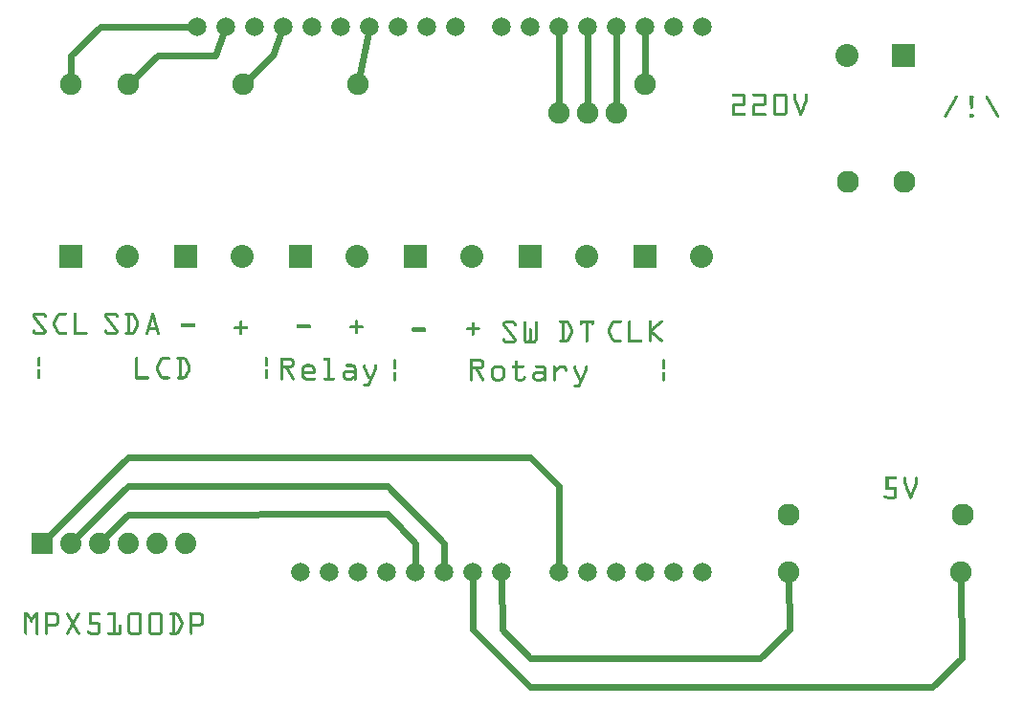
<source format=gtl>
G04 MADE WITH FRITZING*
G04 WWW.FRITZING.ORG*
G04 DOUBLE SIDED*
G04 HOLES PLATED*
G04 CONTOUR ON CENTER OF CONTOUR VECTOR*
%ASAXBY*%
%FSLAX23Y23*%
%MOIN*%
%OFA0B0*%
%SFA1.0B1.0*%
%ADD10C,0.077000*%
%ADD11C,0.074000*%
%ADD12C,0.065278*%
%ADD13C,0.080000*%
%ADD14C,0.075433*%
%ADD15R,0.074000X0.074000*%
%ADD16R,0.080000X0.080000*%
%ADD17C,0.024000*%
%ADD18R,0.001000X0.001000*%
%LNCOPPER1*%
G90*
G70*
G54D10*
X3311Y1969D03*
X3508Y1969D03*
X3712Y812D03*
X3106Y812D03*
G54D11*
X506Y712D03*
X606Y712D03*
X706Y712D03*
X806Y712D03*
X906Y712D03*
X1006Y712D03*
G54D12*
X2405Y612D03*
X2505Y612D03*
X2605Y612D03*
X2705Y612D03*
X2805Y612D03*
X1945Y2512D03*
X1845Y2512D03*
X1745Y2512D03*
X1645Y2512D03*
X1545Y2512D03*
X1445Y2512D03*
X1345Y2512D03*
X1245Y2512D03*
X1145Y2512D03*
X1045Y2512D03*
X2805Y2512D03*
X2705Y2512D03*
X2605Y2512D03*
X2505Y2512D03*
X2405Y2512D03*
X2305Y2512D03*
X2205Y2512D03*
X2105Y2512D03*
X1505Y612D03*
X1405Y612D03*
X1605Y612D03*
X1705Y612D03*
X1805Y612D03*
X1905Y612D03*
X2005Y612D03*
X2105Y612D03*
X2305Y612D03*
G54D13*
X1806Y1712D03*
X2003Y1712D03*
X1406Y1712D03*
X1603Y1712D03*
X2206Y1712D03*
X2403Y1712D03*
X2606Y1712D03*
X2803Y1712D03*
X1006Y1712D03*
X1203Y1712D03*
X606Y1712D03*
X803Y1712D03*
X3506Y2412D03*
X3309Y2412D03*
G54D14*
X2306Y2212D03*
X1206Y2312D03*
X806Y2312D03*
X606Y2312D03*
X2606Y2312D03*
X2506Y2212D03*
X2406Y2212D03*
X1606Y2312D03*
X3706Y612D03*
X3106Y612D03*
G54D15*
X506Y712D03*
G54D16*
X1806Y1712D03*
X1406Y1712D03*
X2206Y1712D03*
X2606Y1712D03*
X1006Y1712D03*
X606Y1712D03*
X3506Y2412D03*
G54D17*
X3707Y312D02*
X3706Y595D01*
D02*
X2206Y211D02*
X3606Y211D01*
D02*
X3606Y211D02*
X3707Y312D01*
D02*
X2006Y411D02*
X2206Y211D01*
D02*
X2005Y592D02*
X2006Y411D01*
D02*
X3108Y411D02*
X3106Y595D01*
D02*
X2206Y312D02*
X3006Y312D01*
D02*
X3006Y312D02*
X3108Y411D01*
D02*
X2108Y411D02*
X2206Y312D01*
D02*
X2105Y592D02*
X2108Y411D01*
D02*
X1806Y711D02*
X1707Y813D01*
D02*
X1707Y813D02*
X806Y811D01*
D02*
X806Y811D02*
X720Y726D01*
D02*
X1805Y632D02*
X1806Y711D01*
D02*
X1905Y711D02*
X1707Y912D01*
D02*
X806Y912D02*
X620Y726D01*
D02*
X1707Y912D02*
X806Y912D01*
D02*
X1905Y632D02*
X1905Y711D01*
D02*
X2206Y1012D02*
X806Y1011D01*
D02*
X2305Y912D02*
X2206Y1012D01*
D02*
X806Y1011D02*
X520Y726D01*
D02*
X2305Y632D02*
X2305Y912D01*
D02*
X2605Y2492D02*
X2606Y2330D01*
D02*
X2505Y2492D02*
X2506Y2230D01*
D02*
X2405Y2492D02*
X2406Y2230D01*
D02*
X606Y2411D02*
X708Y2512D01*
D02*
X708Y2512D02*
X1025Y2512D01*
D02*
X606Y2330D02*
X606Y2411D01*
D02*
X908Y2411D02*
X1108Y2411D01*
D02*
X1108Y2411D02*
X1138Y2493D01*
D02*
X819Y2325D02*
X908Y2411D01*
D02*
X1308Y2411D02*
X1338Y2493D01*
D02*
X1219Y2325D02*
X1308Y2411D01*
D02*
X2305Y2492D02*
X2306Y2230D01*
D02*
X1641Y2492D02*
X1610Y2330D01*
G54D18*
X2910Y2277D02*
X2950Y2277D01*
X2982Y2277D02*
X3022Y2277D01*
X3057Y2277D02*
X3094Y2277D01*
X3126Y2277D02*
X3130Y2277D01*
X3165Y2277D02*
X3170Y2277D01*
X2909Y2276D02*
X2952Y2276D01*
X2981Y2276D02*
X3024Y2276D01*
X3056Y2276D02*
X3096Y2276D01*
X3125Y2276D02*
X3132Y2276D01*
X3164Y2276D02*
X3171Y2276D01*
X2908Y2275D02*
X2953Y2275D01*
X2980Y2275D02*
X3025Y2275D01*
X3055Y2275D02*
X3097Y2275D01*
X3124Y2275D02*
X3132Y2275D01*
X3164Y2275D02*
X3172Y2275D01*
X2908Y2274D02*
X2954Y2274D01*
X2980Y2274D02*
X3026Y2274D01*
X3054Y2274D02*
X3098Y2274D01*
X3124Y2274D02*
X3132Y2274D01*
X3163Y2274D02*
X3172Y2274D01*
X2908Y2273D02*
X2955Y2273D01*
X2980Y2273D02*
X3027Y2273D01*
X3053Y2273D02*
X3099Y2273D01*
X3124Y2273D02*
X3133Y2273D01*
X3163Y2273D02*
X3172Y2273D01*
X2908Y2272D02*
X2955Y2272D01*
X2980Y2272D02*
X3027Y2272D01*
X3052Y2272D02*
X3099Y2272D01*
X3124Y2272D02*
X3133Y2272D01*
X3163Y2272D02*
X3172Y2272D01*
X2908Y2271D02*
X2956Y2271D01*
X2980Y2271D02*
X3028Y2271D01*
X3052Y2271D02*
X3100Y2271D01*
X3124Y2271D02*
X3133Y2271D01*
X3163Y2271D02*
X3172Y2271D01*
X3689Y2271D02*
X3692Y2271D01*
X3739Y2271D02*
X3746Y2271D01*
X3794Y2271D02*
X3796Y2271D01*
X2909Y2270D02*
X2956Y2270D01*
X2981Y2270D02*
X3028Y2270D01*
X3052Y2270D02*
X3100Y2270D01*
X3124Y2270D02*
X3133Y2270D01*
X3163Y2270D02*
X3172Y2270D01*
X3688Y2270D02*
X3693Y2270D01*
X3737Y2270D02*
X3748Y2270D01*
X3792Y2270D02*
X3798Y2270D01*
X2910Y2269D02*
X2956Y2269D01*
X2982Y2269D02*
X3028Y2269D01*
X3052Y2269D02*
X3100Y2269D01*
X3124Y2269D02*
X3133Y2269D01*
X3163Y2269D02*
X3172Y2269D01*
X3687Y2269D02*
X3694Y2269D01*
X3737Y2269D02*
X3749Y2269D01*
X3791Y2269D02*
X3799Y2269D01*
X2912Y2268D02*
X2956Y2268D01*
X2984Y2268D02*
X3028Y2268D01*
X3052Y2268D02*
X3100Y2268D01*
X3124Y2268D02*
X3133Y2268D01*
X3163Y2268D02*
X3172Y2268D01*
X3686Y2268D02*
X3695Y2268D01*
X3736Y2268D02*
X3749Y2268D01*
X3791Y2268D02*
X3799Y2268D01*
X2947Y2267D02*
X2956Y2267D01*
X3019Y2267D02*
X3028Y2267D01*
X3052Y2267D02*
X3061Y2267D01*
X3091Y2267D02*
X3100Y2267D01*
X3124Y2267D02*
X3133Y2267D01*
X3163Y2267D02*
X3172Y2267D01*
X3686Y2267D02*
X3695Y2267D01*
X3736Y2267D02*
X3750Y2267D01*
X3790Y2267D02*
X3800Y2267D01*
X2947Y2266D02*
X2956Y2266D01*
X3019Y2266D02*
X3028Y2266D01*
X3052Y2266D02*
X3061Y2266D01*
X3091Y2266D02*
X3100Y2266D01*
X3124Y2266D02*
X3133Y2266D01*
X3163Y2266D02*
X3172Y2266D01*
X3685Y2266D02*
X3695Y2266D01*
X3736Y2266D02*
X3750Y2266D01*
X3790Y2266D02*
X3800Y2266D01*
X2947Y2265D02*
X2956Y2265D01*
X3019Y2265D02*
X3028Y2265D01*
X3052Y2265D02*
X3061Y2265D01*
X3091Y2265D02*
X3100Y2265D01*
X3124Y2265D02*
X3133Y2265D01*
X3163Y2265D02*
X3172Y2265D01*
X3684Y2265D02*
X3695Y2265D01*
X3736Y2265D02*
X3750Y2265D01*
X3791Y2265D02*
X3801Y2265D01*
X2947Y2264D02*
X2956Y2264D01*
X3019Y2264D02*
X3028Y2264D01*
X3052Y2264D02*
X3061Y2264D01*
X3091Y2264D02*
X3100Y2264D01*
X3124Y2264D02*
X3133Y2264D01*
X3163Y2264D02*
X3172Y2264D01*
X3684Y2264D02*
X3695Y2264D01*
X3736Y2264D02*
X3750Y2264D01*
X3791Y2264D02*
X3802Y2264D01*
X2947Y2263D02*
X2956Y2263D01*
X3019Y2263D02*
X3028Y2263D01*
X3052Y2263D02*
X3061Y2263D01*
X3091Y2263D02*
X3100Y2263D01*
X3124Y2263D02*
X3133Y2263D01*
X3163Y2263D02*
X3172Y2263D01*
X3683Y2263D02*
X3694Y2263D01*
X3736Y2263D02*
X3750Y2263D01*
X3791Y2263D02*
X3802Y2263D01*
X2947Y2262D02*
X2956Y2262D01*
X3019Y2262D02*
X3028Y2262D01*
X3052Y2262D02*
X3061Y2262D01*
X3091Y2262D02*
X3100Y2262D01*
X3124Y2262D02*
X3133Y2262D01*
X3163Y2262D02*
X3172Y2262D01*
X3683Y2262D02*
X3693Y2262D01*
X3736Y2262D02*
X3749Y2262D01*
X3792Y2262D02*
X3803Y2262D01*
X2947Y2261D02*
X2956Y2261D01*
X3019Y2261D02*
X3028Y2261D01*
X3052Y2261D02*
X3061Y2261D01*
X3091Y2261D02*
X3100Y2261D01*
X3124Y2261D02*
X3133Y2261D01*
X3163Y2261D02*
X3172Y2261D01*
X3682Y2261D02*
X3693Y2261D01*
X3736Y2261D02*
X3749Y2261D01*
X3793Y2261D02*
X3803Y2261D01*
X2947Y2260D02*
X2956Y2260D01*
X3019Y2260D02*
X3028Y2260D01*
X3052Y2260D02*
X3061Y2260D01*
X3091Y2260D02*
X3100Y2260D01*
X3124Y2260D02*
X3133Y2260D01*
X3163Y2260D02*
X3172Y2260D01*
X3682Y2260D02*
X3692Y2260D01*
X3736Y2260D02*
X3749Y2260D01*
X3793Y2260D02*
X3804Y2260D01*
X2947Y2259D02*
X2956Y2259D01*
X3019Y2259D02*
X3028Y2259D01*
X3052Y2259D02*
X3061Y2259D01*
X3091Y2259D02*
X3100Y2259D01*
X3124Y2259D02*
X3133Y2259D01*
X3163Y2259D02*
X3172Y2259D01*
X3681Y2259D02*
X3692Y2259D01*
X3736Y2259D02*
X3749Y2259D01*
X3794Y2259D02*
X3804Y2259D01*
X2947Y2258D02*
X2956Y2258D01*
X3019Y2258D02*
X3028Y2258D01*
X3052Y2258D02*
X3061Y2258D01*
X3091Y2258D02*
X3100Y2258D01*
X3124Y2258D02*
X3133Y2258D01*
X3163Y2258D02*
X3172Y2258D01*
X3680Y2258D02*
X3691Y2258D01*
X3736Y2258D02*
X3749Y2258D01*
X3794Y2258D02*
X3805Y2258D01*
X2947Y2257D02*
X2956Y2257D01*
X3019Y2257D02*
X3028Y2257D01*
X3052Y2257D02*
X3061Y2257D01*
X3091Y2257D02*
X3100Y2257D01*
X3124Y2257D02*
X3133Y2257D01*
X3163Y2257D02*
X3172Y2257D01*
X3680Y2257D02*
X3691Y2257D01*
X3736Y2257D02*
X3749Y2257D01*
X3795Y2257D02*
X3806Y2257D01*
X2947Y2256D02*
X2956Y2256D01*
X3019Y2256D02*
X3028Y2256D01*
X3052Y2256D02*
X3061Y2256D01*
X3091Y2256D02*
X3100Y2256D01*
X3124Y2256D02*
X3133Y2256D01*
X3163Y2256D02*
X3172Y2256D01*
X3679Y2256D02*
X3690Y2256D01*
X3736Y2256D02*
X3749Y2256D01*
X3795Y2256D02*
X3806Y2256D01*
X2947Y2255D02*
X2956Y2255D01*
X3019Y2255D02*
X3028Y2255D01*
X3052Y2255D02*
X3061Y2255D01*
X3091Y2255D02*
X3100Y2255D01*
X3124Y2255D02*
X3133Y2255D01*
X3163Y2255D02*
X3172Y2255D01*
X3679Y2255D02*
X3689Y2255D01*
X3736Y2255D02*
X3749Y2255D01*
X3796Y2255D02*
X3807Y2255D01*
X2947Y2254D02*
X2956Y2254D01*
X3019Y2254D02*
X3028Y2254D01*
X3052Y2254D02*
X3061Y2254D01*
X3091Y2254D02*
X3100Y2254D01*
X3124Y2254D02*
X3134Y2254D01*
X3162Y2254D02*
X3172Y2254D01*
X3678Y2254D02*
X3689Y2254D01*
X3736Y2254D02*
X3749Y2254D01*
X3797Y2254D02*
X3807Y2254D01*
X2947Y2253D02*
X2956Y2253D01*
X3019Y2253D02*
X3028Y2253D01*
X3052Y2253D02*
X3061Y2253D01*
X3091Y2253D02*
X3100Y2253D01*
X3124Y2253D02*
X3134Y2253D01*
X3162Y2253D02*
X3172Y2253D01*
X3677Y2253D02*
X3688Y2253D01*
X3737Y2253D02*
X3749Y2253D01*
X3797Y2253D02*
X3808Y2253D01*
X2947Y2252D02*
X2956Y2252D01*
X3019Y2252D02*
X3028Y2252D01*
X3052Y2252D02*
X3061Y2252D01*
X3091Y2252D02*
X3100Y2252D01*
X3125Y2252D02*
X3135Y2252D01*
X3161Y2252D02*
X3171Y2252D01*
X3677Y2252D02*
X3688Y2252D01*
X3737Y2252D02*
X3749Y2252D01*
X3798Y2252D02*
X3809Y2252D01*
X2947Y2251D02*
X2956Y2251D01*
X3019Y2251D02*
X3028Y2251D01*
X3052Y2251D02*
X3061Y2251D01*
X3091Y2251D02*
X3100Y2251D01*
X3125Y2251D02*
X3135Y2251D01*
X3161Y2251D02*
X3171Y2251D01*
X3676Y2251D02*
X3687Y2251D01*
X3737Y2251D02*
X3749Y2251D01*
X3798Y2251D02*
X3809Y2251D01*
X2947Y2250D02*
X2956Y2250D01*
X3019Y2250D02*
X3028Y2250D01*
X3052Y2250D02*
X3061Y2250D01*
X3091Y2250D02*
X3100Y2250D01*
X3125Y2250D02*
X3135Y2250D01*
X3161Y2250D02*
X3170Y2250D01*
X3676Y2250D02*
X3686Y2250D01*
X3737Y2250D02*
X3749Y2250D01*
X3799Y2250D02*
X3810Y2250D01*
X2947Y2249D02*
X2956Y2249D01*
X3019Y2249D02*
X3028Y2249D01*
X3052Y2249D02*
X3061Y2249D01*
X3091Y2249D02*
X3100Y2249D01*
X3126Y2249D02*
X3136Y2249D01*
X3160Y2249D02*
X3170Y2249D01*
X3675Y2249D02*
X3686Y2249D01*
X3737Y2249D02*
X3749Y2249D01*
X3800Y2249D02*
X3810Y2249D01*
X2947Y2248D02*
X2956Y2248D01*
X3019Y2248D02*
X3028Y2248D01*
X3052Y2248D02*
X3061Y2248D01*
X3091Y2248D02*
X3100Y2248D01*
X3126Y2248D02*
X3136Y2248D01*
X3160Y2248D02*
X3170Y2248D01*
X3674Y2248D02*
X3685Y2248D01*
X3737Y2248D02*
X3749Y2248D01*
X3800Y2248D02*
X3811Y2248D01*
X2947Y2247D02*
X2956Y2247D01*
X3019Y2247D02*
X3028Y2247D01*
X3052Y2247D02*
X3061Y2247D01*
X3091Y2247D02*
X3100Y2247D01*
X3127Y2247D02*
X3137Y2247D01*
X3159Y2247D02*
X3169Y2247D01*
X3674Y2247D02*
X3685Y2247D01*
X3737Y2247D02*
X3749Y2247D01*
X3801Y2247D02*
X3812Y2247D01*
X2947Y2246D02*
X2956Y2246D01*
X3019Y2246D02*
X3028Y2246D01*
X3052Y2246D02*
X3061Y2246D01*
X3091Y2246D02*
X3100Y2246D01*
X3127Y2246D02*
X3137Y2246D01*
X3159Y2246D02*
X3169Y2246D01*
X3673Y2246D02*
X3684Y2246D01*
X3737Y2246D02*
X3748Y2246D01*
X3801Y2246D02*
X3812Y2246D01*
X2947Y2245D02*
X2956Y2245D01*
X3019Y2245D02*
X3028Y2245D01*
X3052Y2245D02*
X3061Y2245D01*
X3091Y2245D02*
X3100Y2245D01*
X3127Y2245D02*
X3137Y2245D01*
X3159Y2245D02*
X3168Y2245D01*
X3673Y2245D02*
X3684Y2245D01*
X3737Y2245D02*
X3748Y2245D01*
X3802Y2245D02*
X3813Y2245D01*
X2947Y2244D02*
X2956Y2244D01*
X3019Y2244D02*
X3028Y2244D01*
X3052Y2244D02*
X3061Y2244D01*
X3091Y2244D02*
X3100Y2244D01*
X3128Y2244D02*
X3138Y2244D01*
X3158Y2244D02*
X3168Y2244D01*
X3672Y2244D02*
X3683Y2244D01*
X3737Y2244D02*
X3748Y2244D01*
X3802Y2244D02*
X3813Y2244D01*
X2913Y2243D02*
X2956Y2243D01*
X2985Y2243D02*
X3028Y2243D01*
X3052Y2243D02*
X3061Y2243D01*
X3091Y2243D02*
X3100Y2243D01*
X3128Y2243D02*
X3138Y2243D01*
X3158Y2243D02*
X3168Y2243D01*
X3672Y2243D02*
X3682Y2243D01*
X3737Y2243D02*
X3748Y2243D01*
X3803Y2243D02*
X3814Y2243D01*
X2912Y2242D02*
X2956Y2242D01*
X2984Y2242D02*
X3028Y2242D01*
X3052Y2242D02*
X3061Y2242D01*
X3091Y2242D02*
X3100Y2242D01*
X3129Y2242D02*
X3139Y2242D01*
X3157Y2242D02*
X3167Y2242D01*
X3671Y2242D02*
X3682Y2242D01*
X3737Y2242D02*
X3748Y2242D01*
X3804Y2242D02*
X3814Y2242D01*
X2911Y2241D02*
X2956Y2241D01*
X2983Y2241D02*
X3028Y2241D01*
X3052Y2241D02*
X3061Y2241D01*
X3091Y2241D02*
X3100Y2241D01*
X3129Y2241D02*
X3139Y2241D01*
X3157Y2241D02*
X3167Y2241D01*
X3670Y2241D02*
X3681Y2241D01*
X3737Y2241D02*
X3748Y2241D01*
X3804Y2241D02*
X3815Y2241D01*
X2910Y2240D02*
X2955Y2240D01*
X2982Y2240D02*
X3027Y2240D01*
X3052Y2240D02*
X3061Y2240D01*
X3091Y2240D02*
X3100Y2240D01*
X3129Y2240D02*
X3139Y2240D01*
X3157Y2240D02*
X3167Y2240D01*
X3670Y2240D02*
X3681Y2240D01*
X3737Y2240D02*
X3748Y2240D01*
X3805Y2240D02*
X3816Y2240D01*
X2909Y2239D02*
X2955Y2239D01*
X2981Y2239D02*
X3027Y2239D01*
X3052Y2239D02*
X3061Y2239D01*
X3091Y2239D02*
X3100Y2239D01*
X3130Y2239D02*
X3140Y2239D01*
X3156Y2239D02*
X3166Y2239D01*
X3669Y2239D02*
X3680Y2239D01*
X3737Y2239D02*
X3748Y2239D01*
X3805Y2239D02*
X3816Y2239D01*
X2908Y2238D02*
X2954Y2238D01*
X2980Y2238D02*
X3026Y2238D01*
X3052Y2238D02*
X3061Y2238D01*
X3091Y2238D02*
X3100Y2238D01*
X3130Y2238D02*
X3140Y2238D01*
X3156Y2238D02*
X3166Y2238D01*
X3669Y2238D02*
X3679Y2238D01*
X3737Y2238D02*
X3748Y2238D01*
X3806Y2238D02*
X3817Y2238D01*
X2908Y2237D02*
X2953Y2237D01*
X2980Y2237D02*
X3025Y2237D01*
X3052Y2237D02*
X3061Y2237D01*
X3091Y2237D02*
X3100Y2237D01*
X3131Y2237D02*
X3140Y2237D01*
X3155Y2237D02*
X3165Y2237D01*
X3668Y2237D02*
X3679Y2237D01*
X3738Y2237D02*
X3748Y2237D01*
X3807Y2237D02*
X3817Y2237D01*
X2908Y2236D02*
X2952Y2236D01*
X2980Y2236D02*
X3024Y2236D01*
X3052Y2236D02*
X3061Y2236D01*
X3091Y2236D02*
X3100Y2236D01*
X3131Y2236D02*
X3141Y2236D01*
X3155Y2236D02*
X3165Y2236D01*
X3667Y2236D02*
X3678Y2236D01*
X3738Y2236D02*
X3748Y2236D01*
X3807Y2236D02*
X3818Y2236D01*
X2908Y2235D02*
X2951Y2235D01*
X2980Y2235D02*
X3023Y2235D01*
X3052Y2235D02*
X3061Y2235D01*
X3091Y2235D02*
X3100Y2235D01*
X3131Y2235D02*
X3141Y2235D01*
X3155Y2235D02*
X3165Y2235D01*
X3667Y2235D02*
X3678Y2235D01*
X3738Y2235D02*
X3748Y2235D01*
X3808Y2235D02*
X3819Y2235D01*
X2908Y2234D02*
X2946Y2234D01*
X2980Y2234D02*
X3018Y2234D01*
X3052Y2234D02*
X3061Y2234D01*
X3091Y2234D02*
X3100Y2234D01*
X3132Y2234D02*
X3142Y2234D01*
X3154Y2234D02*
X3164Y2234D01*
X3666Y2234D02*
X3677Y2234D01*
X3738Y2234D02*
X3748Y2234D01*
X3808Y2234D02*
X3819Y2234D01*
X2908Y2233D02*
X2917Y2233D01*
X2980Y2233D02*
X2989Y2233D01*
X3052Y2233D02*
X3061Y2233D01*
X3091Y2233D02*
X3100Y2233D01*
X3132Y2233D02*
X3142Y2233D01*
X3154Y2233D02*
X3164Y2233D01*
X3666Y2233D02*
X3677Y2233D01*
X3738Y2233D02*
X3748Y2233D01*
X3809Y2233D02*
X3820Y2233D01*
X2908Y2232D02*
X2917Y2232D01*
X2980Y2232D02*
X2989Y2232D01*
X3052Y2232D02*
X3061Y2232D01*
X3091Y2232D02*
X3100Y2232D01*
X3132Y2232D02*
X3142Y2232D01*
X3154Y2232D02*
X3163Y2232D01*
X3665Y2232D02*
X3676Y2232D01*
X3738Y2232D02*
X3748Y2232D01*
X3809Y2232D02*
X3820Y2232D01*
X2908Y2231D02*
X2917Y2231D01*
X2980Y2231D02*
X2989Y2231D01*
X3052Y2231D02*
X3061Y2231D01*
X3091Y2231D02*
X3100Y2231D01*
X3133Y2231D02*
X3143Y2231D01*
X3153Y2231D02*
X3163Y2231D01*
X3665Y2231D02*
X3675Y2231D01*
X3738Y2231D02*
X3747Y2231D01*
X3810Y2231D02*
X3821Y2231D01*
X2908Y2230D02*
X2917Y2230D01*
X2980Y2230D02*
X2989Y2230D01*
X3052Y2230D02*
X3061Y2230D01*
X3091Y2230D02*
X3100Y2230D01*
X3133Y2230D02*
X3143Y2230D01*
X3153Y2230D02*
X3163Y2230D01*
X3664Y2230D02*
X3675Y2230D01*
X3738Y2230D02*
X3747Y2230D01*
X3811Y2230D02*
X3821Y2230D01*
X2908Y2229D02*
X2917Y2229D01*
X2980Y2229D02*
X2989Y2229D01*
X3052Y2229D02*
X3061Y2229D01*
X3091Y2229D02*
X3100Y2229D01*
X3134Y2229D02*
X3144Y2229D01*
X3152Y2229D02*
X3162Y2229D01*
X3663Y2229D02*
X3674Y2229D01*
X3738Y2229D02*
X3747Y2229D01*
X3811Y2229D02*
X3822Y2229D01*
X2908Y2228D02*
X2917Y2228D01*
X2980Y2228D02*
X2989Y2228D01*
X3052Y2228D02*
X3061Y2228D01*
X3091Y2228D02*
X3100Y2228D01*
X3134Y2228D02*
X3144Y2228D01*
X3152Y2228D02*
X3162Y2228D01*
X3663Y2228D02*
X3674Y2228D01*
X3738Y2228D02*
X3747Y2228D01*
X3812Y2228D02*
X3823Y2228D01*
X2908Y2227D02*
X2917Y2227D01*
X2980Y2227D02*
X2989Y2227D01*
X3052Y2227D02*
X3061Y2227D01*
X3091Y2227D02*
X3100Y2227D01*
X3134Y2227D02*
X3144Y2227D01*
X3152Y2227D02*
X3161Y2227D01*
X3662Y2227D02*
X3673Y2227D01*
X3738Y2227D02*
X3747Y2227D01*
X3812Y2227D02*
X3823Y2227D01*
X2908Y2226D02*
X2917Y2226D01*
X2980Y2226D02*
X2989Y2226D01*
X3052Y2226D02*
X3061Y2226D01*
X3091Y2226D02*
X3100Y2226D01*
X3135Y2226D02*
X3145Y2226D01*
X3151Y2226D02*
X3161Y2226D01*
X3662Y2226D02*
X3672Y2226D01*
X3739Y2226D02*
X3747Y2226D01*
X3813Y2226D02*
X3824Y2226D01*
X2908Y2225D02*
X2917Y2225D01*
X2980Y2225D02*
X2989Y2225D01*
X3052Y2225D02*
X3061Y2225D01*
X3091Y2225D02*
X3100Y2225D01*
X3135Y2225D02*
X3145Y2225D01*
X3151Y2225D02*
X3161Y2225D01*
X3661Y2225D02*
X3672Y2225D01*
X3739Y2225D02*
X3746Y2225D01*
X3814Y2225D02*
X3824Y2225D01*
X2908Y2224D02*
X2917Y2224D01*
X2980Y2224D02*
X2989Y2224D01*
X3052Y2224D02*
X3061Y2224D01*
X3091Y2224D02*
X3100Y2224D01*
X3136Y2224D02*
X3146Y2224D01*
X3150Y2224D02*
X3160Y2224D01*
X3660Y2224D02*
X3671Y2224D01*
X3740Y2224D02*
X3745Y2224D01*
X3814Y2224D02*
X3825Y2224D01*
X2908Y2223D02*
X2917Y2223D01*
X2980Y2223D02*
X2989Y2223D01*
X3052Y2223D02*
X3061Y2223D01*
X3091Y2223D02*
X3100Y2223D01*
X3136Y2223D02*
X3146Y2223D01*
X3150Y2223D02*
X3160Y2223D01*
X3660Y2223D02*
X3671Y2223D01*
X3815Y2223D02*
X3826Y2223D01*
X2908Y2222D02*
X2917Y2222D01*
X2980Y2222D02*
X2989Y2222D01*
X3052Y2222D02*
X3061Y2222D01*
X3091Y2222D02*
X3100Y2222D01*
X3136Y2222D02*
X3146Y2222D01*
X3150Y2222D02*
X3160Y2222D01*
X3659Y2222D02*
X3670Y2222D01*
X3815Y2222D02*
X3826Y2222D01*
X2908Y2221D02*
X2917Y2221D01*
X2980Y2221D02*
X2989Y2221D01*
X3052Y2221D02*
X3061Y2221D01*
X3091Y2221D02*
X3100Y2221D01*
X3137Y2221D02*
X3147Y2221D01*
X3149Y2221D02*
X3159Y2221D01*
X3659Y2221D02*
X3669Y2221D01*
X3816Y2221D02*
X3827Y2221D01*
X2908Y2220D02*
X2917Y2220D01*
X2980Y2220D02*
X2989Y2220D01*
X3052Y2220D02*
X3061Y2220D01*
X3091Y2220D02*
X3100Y2220D01*
X3137Y2220D02*
X3147Y2220D01*
X3149Y2220D02*
X3159Y2220D01*
X3658Y2220D02*
X3669Y2220D01*
X3816Y2220D02*
X3827Y2220D01*
X2908Y2219D02*
X2917Y2219D01*
X2980Y2219D02*
X2989Y2219D01*
X3052Y2219D02*
X3061Y2219D01*
X3091Y2219D02*
X3100Y2219D01*
X3138Y2219D02*
X3158Y2219D01*
X3658Y2219D02*
X3668Y2219D01*
X3817Y2219D02*
X3828Y2219D01*
X2908Y2218D02*
X2917Y2218D01*
X2980Y2218D02*
X2989Y2218D01*
X3052Y2218D02*
X3061Y2218D01*
X3091Y2218D02*
X3100Y2218D01*
X3138Y2218D02*
X3158Y2218D01*
X3657Y2218D02*
X3668Y2218D01*
X3818Y2218D02*
X3828Y2218D01*
X2908Y2217D02*
X2917Y2217D01*
X2980Y2217D02*
X2989Y2217D01*
X3052Y2217D02*
X3061Y2217D01*
X3091Y2217D02*
X3100Y2217D01*
X3138Y2217D02*
X3158Y2217D01*
X3656Y2217D02*
X3667Y2217D01*
X3818Y2217D02*
X3829Y2217D01*
X2908Y2216D02*
X2917Y2216D01*
X2980Y2216D02*
X2989Y2216D01*
X3052Y2216D02*
X3061Y2216D01*
X3091Y2216D02*
X3100Y2216D01*
X3139Y2216D02*
X3157Y2216D01*
X3656Y2216D02*
X3667Y2216D01*
X3819Y2216D02*
X3830Y2216D01*
X2908Y2215D02*
X2917Y2215D01*
X2980Y2215D02*
X2989Y2215D01*
X3052Y2215D02*
X3061Y2215D01*
X3091Y2215D02*
X3100Y2215D01*
X3139Y2215D02*
X3157Y2215D01*
X3655Y2215D02*
X3666Y2215D01*
X3819Y2215D02*
X3830Y2215D01*
X2908Y2214D02*
X2917Y2214D01*
X2980Y2214D02*
X2989Y2214D01*
X3052Y2214D02*
X3061Y2214D01*
X3091Y2214D02*
X3100Y2214D01*
X3139Y2214D02*
X3156Y2214D01*
X3655Y2214D02*
X3665Y2214D01*
X3820Y2214D02*
X3831Y2214D01*
X2908Y2213D02*
X2917Y2213D01*
X2980Y2213D02*
X2989Y2213D01*
X3052Y2213D02*
X3061Y2213D01*
X3091Y2213D02*
X3100Y2213D01*
X3140Y2213D02*
X3156Y2213D01*
X3654Y2213D02*
X3665Y2213D01*
X3821Y2213D02*
X3831Y2213D01*
X2908Y2212D02*
X2917Y2212D01*
X2980Y2212D02*
X2989Y2212D01*
X3052Y2212D02*
X3061Y2212D01*
X3091Y2212D02*
X3100Y2212D01*
X3140Y2212D02*
X3156Y2212D01*
X3653Y2212D02*
X3664Y2212D01*
X3821Y2212D02*
X3832Y2212D01*
X2908Y2211D02*
X2917Y2211D01*
X2980Y2211D02*
X2989Y2211D01*
X3052Y2211D02*
X3061Y2211D01*
X3091Y2211D02*
X3100Y2211D01*
X3141Y2211D02*
X3155Y2211D01*
X3653Y2211D02*
X3664Y2211D01*
X3822Y2211D02*
X3833Y2211D01*
X2908Y2210D02*
X2952Y2210D01*
X2980Y2210D02*
X3024Y2210D01*
X3052Y2210D02*
X3100Y2210D01*
X3141Y2210D02*
X3155Y2210D01*
X3652Y2210D02*
X3663Y2210D01*
X3822Y2210D02*
X3833Y2210D01*
X2908Y2209D02*
X2954Y2209D01*
X2980Y2209D02*
X3026Y2209D01*
X3052Y2209D02*
X3100Y2209D01*
X3141Y2209D02*
X3154Y2209D01*
X3652Y2209D02*
X3662Y2209D01*
X3823Y2209D02*
X3834Y2209D01*
X2908Y2208D02*
X2955Y2208D01*
X2980Y2208D02*
X3027Y2208D01*
X3052Y2208D02*
X3100Y2208D01*
X3142Y2208D02*
X3154Y2208D01*
X3651Y2208D02*
X3662Y2208D01*
X3824Y2208D02*
X3834Y2208D01*
X2908Y2207D02*
X2956Y2207D01*
X2980Y2207D02*
X3028Y2207D01*
X3052Y2207D02*
X3100Y2207D01*
X3142Y2207D02*
X3154Y2207D01*
X3651Y2207D02*
X3661Y2207D01*
X3738Y2207D02*
X3747Y2207D01*
X3824Y2207D02*
X3835Y2207D01*
X2908Y2206D02*
X2956Y2206D01*
X2980Y2206D02*
X3028Y2206D01*
X3052Y2206D02*
X3099Y2206D01*
X3143Y2206D02*
X3153Y2206D01*
X3650Y2206D02*
X3661Y2206D01*
X3737Y2206D02*
X3748Y2206D01*
X3825Y2206D02*
X3835Y2206D01*
X2908Y2205D02*
X2956Y2205D01*
X2980Y2205D02*
X3028Y2205D01*
X3053Y2205D02*
X3099Y2205D01*
X3143Y2205D02*
X3153Y2205D01*
X3649Y2205D02*
X3660Y2205D01*
X3736Y2205D02*
X3749Y2205D01*
X3825Y2205D02*
X3836Y2205D01*
X2908Y2204D02*
X2956Y2204D01*
X2980Y2204D02*
X3028Y2204D01*
X3054Y2204D02*
X3098Y2204D01*
X3143Y2204D02*
X3153Y2204D01*
X3649Y2204D02*
X3660Y2204D01*
X3736Y2204D02*
X3749Y2204D01*
X3826Y2204D02*
X3837Y2204D01*
X2908Y2203D02*
X2956Y2203D01*
X2980Y2203D02*
X3028Y2203D01*
X3055Y2203D02*
X3097Y2203D01*
X3144Y2203D02*
X3152Y2203D01*
X3648Y2203D02*
X3659Y2203D01*
X3736Y2203D02*
X3750Y2203D01*
X3826Y2203D02*
X3837Y2203D01*
X2908Y2202D02*
X2955Y2202D01*
X2980Y2202D02*
X3027Y2202D01*
X3056Y2202D02*
X3096Y2202D01*
X3144Y2202D02*
X3152Y2202D01*
X3648Y2202D02*
X3658Y2202D01*
X3736Y2202D02*
X3750Y2202D01*
X3827Y2202D02*
X3838Y2202D01*
X2908Y2201D02*
X2954Y2201D01*
X2980Y2201D02*
X3026Y2201D01*
X3057Y2201D02*
X3095Y2201D01*
X3145Y2201D02*
X3151Y2201D01*
X3647Y2201D02*
X3658Y2201D01*
X3736Y2201D02*
X3750Y2201D01*
X3828Y2201D02*
X3838Y2201D01*
X2908Y2200D02*
X2951Y2200D01*
X2980Y2200D02*
X3023Y2200D01*
X3062Y2200D02*
X3090Y2200D01*
X3647Y2200D02*
X3657Y2200D01*
X3736Y2200D02*
X3750Y2200D01*
X3828Y2200D02*
X3839Y2200D01*
X3646Y2199D02*
X3657Y2199D01*
X3736Y2199D02*
X3750Y2199D01*
X3829Y2199D02*
X3839Y2199D01*
X3646Y2198D02*
X3656Y2198D01*
X3736Y2198D02*
X3750Y2198D01*
X3829Y2198D02*
X3839Y2198D01*
X3647Y2197D02*
X3655Y2197D01*
X3736Y2197D02*
X3749Y2197D01*
X3830Y2197D02*
X3839Y2197D01*
X3647Y2196D02*
X3655Y2196D01*
X3736Y2196D02*
X3749Y2196D01*
X3831Y2196D02*
X3838Y2196D01*
X3648Y2195D02*
X3654Y2195D01*
X3737Y2195D02*
X3748Y2195D01*
X3831Y2195D02*
X3838Y2195D01*
X3649Y2194D02*
X3653Y2194D01*
X3738Y2194D02*
X3747Y2194D01*
X3832Y2194D02*
X3836Y2194D01*
X479Y1514D02*
X511Y1514D01*
X565Y1514D02*
X590Y1514D01*
X618Y1514D02*
X622Y1514D01*
X730Y1514D02*
X762Y1514D01*
X797Y1514D02*
X821Y1514D01*
X889Y1514D02*
X893Y1514D01*
X477Y1513D02*
X513Y1513D01*
X563Y1513D02*
X591Y1513D01*
X617Y1513D02*
X623Y1513D01*
X728Y1513D02*
X764Y1513D01*
X796Y1513D02*
X824Y1513D01*
X887Y1513D02*
X894Y1513D01*
X476Y1512D02*
X515Y1512D01*
X561Y1512D02*
X592Y1512D01*
X616Y1512D02*
X624Y1512D01*
X726Y1512D02*
X765Y1512D01*
X795Y1512D02*
X825Y1512D01*
X887Y1512D02*
X895Y1512D01*
X474Y1511D02*
X516Y1511D01*
X559Y1511D02*
X592Y1511D01*
X616Y1511D02*
X624Y1511D01*
X725Y1511D02*
X767Y1511D01*
X795Y1511D02*
X826Y1511D01*
X886Y1511D02*
X895Y1511D01*
X474Y1510D02*
X517Y1510D01*
X558Y1510D02*
X592Y1510D01*
X616Y1510D02*
X624Y1510D01*
X724Y1510D02*
X768Y1510D01*
X794Y1510D02*
X828Y1510D01*
X886Y1510D02*
X895Y1510D01*
X473Y1509D02*
X518Y1509D01*
X558Y1509D02*
X592Y1509D01*
X615Y1509D02*
X625Y1509D01*
X724Y1509D02*
X768Y1509D01*
X794Y1509D02*
X829Y1509D01*
X886Y1509D02*
X896Y1509D01*
X472Y1508D02*
X518Y1508D01*
X557Y1508D02*
X592Y1508D01*
X615Y1508D02*
X625Y1508D01*
X723Y1508D02*
X769Y1508D01*
X795Y1508D02*
X829Y1508D01*
X885Y1508D02*
X896Y1508D01*
X472Y1507D02*
X519Y1507D01*
X556Y1507D02*
X591Y1507D01*
X615Y1507D02*
X625Y1507D01*
X723Y1507D02*
X770Y1507D01*
X795Y1507D02*
X830Y1507D01*
X885Y1507D02*
X896Y1507D01*
X472Y1506D02*
X519Y1506D01*
X556Y1506D02*
X591Y1506D01*
X615Y1506D02*
X625Y1506D01*
X723Y1506D02*
X770Y1506D01*
X796Y1506D02*
X831Y1506D01*
X885Y1506D02*
X897Y1506D01*
X472Y1505D02*
X520Y1505D01*
X555Y1505D02*
X589Y1505D01*
X615Y1505D02*
X625Y1505D01*
X722Y1505D02*
X771Y1505D01*
X797Y1505D02*
X831Y1505D01*
X885Y1505D02*
X897Y1505D01*
X471Y1504D02*
X481Y1504D01*
X509Y1504D02*
X520Y1504D01*
X555Y1504D02*
X566Y1504D01*
X615Y1504D02*
X625Y1504D01*
X722Y1504D02*
X732Y1504D01*
X760Y1504D02*
X771Y1504D01*
X804Y1504D02*
X813Y1504D01*
X820Y1504D02*
X832Y1504D01*
X884Y1504D02*
X897Y1504D01*
X471Y1503D02*
X481Y1503D01*
X510Y1503D02*
X520Y1503D01*
X554Y1503D02*
X565Y1503D01*
X615Y1503D02*
X625Y1503D01*
X722Y1503D02*
X731Y1503D01*
X761Y1503D02*
X771Y1503D01*
X804Y1503D02*
X813Y1503D01*
X821Y1503D02*
X832Y1503D01*
X884Y1503D02*
X897Y1503D01*
X472Y1502D02*
X481Y1502D01*
X511Y1502D02*
X520Y1502D01*
X554Y1502D02*
X564Y1502D01*
X615Y1502D02*
X625Y1502D01*
X722Y1502D02*
X732Y1502D01*
X762Y1502D02*
X771Y1502D01*
X804Y1502D02*
X813Y1502D01*
X822Y1502D02*
X833Y1502D01*
X884Y1502D02*
X898Y1502D01*
X472Y1501D02*
X482Y1501D01*
X511Y1501D02*
X520Y1501D01*
X553Y1501D02*
X564Y1501D01*
X615Y1501D02*
X625Y1501D01*
X723Y1501D02*
X733Y1501D01*
X762Y1501D02*
X771Y1501D01*
X804Y1501D02*
X813Y1501D01*
X823Y1501D02*
X833Y1501D01*
X883Y1501D02*
X898Y1501D01*
X472Y1500D02*
X483Y1500D01*
X511Y1500D02*
X520Y1500D01*
X553Y1500D02*
X563Y1500D01*
X615Y1500D02*
X625Y1500D01*
X723Y1500D02*
X734Y1500D01*
X762Y1500D02*
X771Y1500D01*
X804Y1500D02*
X813Y1500D01*
X823Y1500D02*
X834Y1500D01*
X883Y1500D02*
X898Y1500D01*
X472Y1499D02*
X484Y1499D01*
X512Y1499D02*
X520Y1499D01*
X552Y1499D02*
X563Y1499D01*
X615Y1499D02*
X625Y1499D01*
X723Y1499D02*
X734Y1499D01*
X763Y1499D02*
X771Y1499D01*
X804Y1499D02*
X813Y1499D01*
X824Y1499D02*
X834Y1499D01*
X883Y1499D02*
X899Y1499D01*
X473Y1498D02*
X484Y1498D01*
X512Y1498D02*
X519Y1498D01*
X552Y1498D02*
X562Y1498D01*
X615Y1498D02*
X625Y1498D01*
X724Y1498D02*
X735Y1498D01*
X763Y1498D02*
X770Y1498D01*
X804Y1498D02*
X813Y1498D01*
X824Y1498D02*
X835Y1498D01*
X882Y1498D02*
X899Y1498D01*
X473Y1497D02*
X485Y1497D01*
X513Y1497D02*
X518Y1497D01*
X551Y1497D02*
X562Y1497D01*
X615Y1497D02*
X625Y1497D01*
X724Y1497D02*
X736Y1497D01*
X764Y1497D02*
X769Y1497D01*
X804Y1497D02*
X813Y1497D01*
X825Y1497D02*
X835Y1497D01*
X882Y1497D02*
X899Y1497D01*
X474Y1496D02*
X486Y1496D01*
X551Y1496D02*
X561Y1496D01*
X615Y1496D02*
X625Y1496D01*
X725Y1496D02*
X737Y1496D01*
X804Y1496D02*
X813Y1496D01*
X825Y1496D02*
X836Y1496D01*
X882Y1496D02*
X899Y1496D01*
X475Y1495D02*
X487Y1495D01*
X550Y1495D02*
X561Y1495D01*
X615Y1495D02*
X625Y1495D01*
X726Y1495D02*
X738Y1495D01*
X804Y1495D02*
X813Y1495D01*
X826Y1495D02*
X836Y1495D01*
X882Y1495D02*
X900Y1495D01*
X476Y1494D02*
X487Y1494D01*
X550Y1494D02*
X560Y1494D01*
X615Y1494D02*
X625Y1494D01*
X726Y1494D02*
X738Y1494D01*
X804Y1494D02*
X813Y1494D01*
X826Y1494D02*
X837Y1494D01*
X881Y1494D02*
X900Y1494D01*
X476Y1493D02*
X488Y1493D01*
X549Y1493D02*
X560Y1493D01*
X615Y1493D02*
X625Y1493D01*
X727Y1493D02*
X739Y1493D01*
X804Y1493D02*
X813Y1493D01*
X827Y1493D02*
X837Y1493D01*
X881Y1493D02*
X900Y1493D01*
X477Y1492D02*
X489Y1492D01*
X549Y1492D02*
X559Y1492D01*
X615Y1492D02*
X625Y1492D01*
X728Y1492D02*
X740Y1492D01*
X804Y1492D02*
X813Y1492D01*
X827Y1492D02*
X838Y1492D01*
X881Y1492D02*
X901Y1492D01*
X478Y1491D02*
X490Y1491D01*
X548Y1491D02*
X559Y1491D01*
X615Y1491D02*
X625Y1491D01*
X729Y1491D02*
X741Y1491D01*
X804Y1491D02*
X813Y1491D01*
X828Y1491D02*
X838Y1491D01*
X880Y1491D02*
X901Y1491D01*
X479Y1490D02*
X491Y1490D01*
X548Y1490D02*
X558Y1490D01*
X615Y1490D02*
X625Y1490D01*
X729Y1490D02*
X741Y1490D01*
X804Y1490D02*
X813Y1490D01*
X828Y1490D02*
X839Y1490D01*
X880Y1490D02*
X890Y1490D01*
X892Y1490D02*
X901Y1490D01*
X479Y1489D02*
X491Y1489D01*
X547Y1489D02*
X558Y1489D01*
X615Y1489D02*
X625Y1489D01*
X730Y1489D02*
X742Y1489D01*
X804Y1489D02*
X813Y1489D01*
X829Y1489D02*
X839Y1489D01*
X880Y1489D02*
X889Y1489D01*
X892Y1489D02*
X901Y1489D01*
X1599Y1489D02*
X1602Y1489D01*
X480Y1488D02*
X492Y1488D01*
X547Y1488D02*
X557Y1488D01*
X615Y1488D02*
X625Y1488D01*
X731Y1488D02*
X743Y1488D01*
X804Y1488D02*
X813Y1488D01*
X829Y1488D02*
X840Y1488D01*
X880Y1488D02*
X889Y1488D01*
X892Y1488D02*
X902Y1488D01*
X1597Y1488D02*
X1603Y1488D01*
X2309Y1488D02*
X2334Y1488D01*
X2379Y1488D02*
X2427Y1488D01*
X2496Y1488D02*
X2522Y1488D01*
X2550Y1488D02*
X2554Y1488D01*
X2622Y1488D02*
X2626Y1488D01*
X2661Y1488D02*
X2666Y1488D01*
X481Y1487D02*
X493Y1487D01*
X546Y1487D02*
X557Y1487D01*
X615Y1487D02*
X625Y1487D01*
X732Y1487D02*
X744Y1487D01*
X804Y1487D02*
X813Y1487D01*
X830Y1487D02*
X840Y1487D01*
X879Y1487D02*
X889Y1487D01*
X892Y1487D02*
X902Y1487D01*
X1596Y1487D02*
X1604Y1487D01*
X2308Y1487D02*
X2336Y1487D01*
X2379Y1487D02*
X2427Y1487D01*
X2494Y1487D02*
X2523Y1487D01*
X2549Y1487D02*
X2555Y1487D01*
X2621Y1487D02*
X2627Y1487D01*
X2660Y1487D02*
X2667Y1487D01*
X482Y1486D02*
X494Y1486D01*
X546Y1486D02*
X556Y1486D01*
X615Y1486D02*
X625Y1486D01*
X733Y1486D02*
X745Y1486D01*
X804Y1486D02*
X813Y1486D01*
X830Y1486D02*
X841Y1486D01*
X879Y1486D02*
X888Y1486D01*
X893Y1486D02*
X902Y1486D01*
X1596Y1486D02*
X1604Y1486D01*
X2307Y1486D02*
X2338Y1486D01*
X2379Y1486D02*
X2427Y1486D01*
X2492Y1486D02*
X2524Y1486D01*
X2548Y1486D02*
X2556Y1486D01*
X2620Y1486D02*
X2628Y1486D01*
X2659Y1486D02*
X2668Y1486D01*
X483Y1485D02*
X494Y1485D01*
X545Y1485D02*
X556Y1485D01*
X615Y1485D02*
X625Y1485D01*
X733Y1485D02*
X745Y1485D01*
X804Y1485D02*
X813Y1485D01*
X831Y1485D02*
X841Y1485D01*
X879Y1485D02*
X888Y1485D01*
X893Y1485D02*
X903Y1485D01*
X1196Y1485D02*
X1200Y1485D01*
X1596Y1485D02*
X1605Y1485D01*
X2118Y1485D02*
X2147Y1485D01*
X2185Y1485D02*
X2186Y1485D01*
X2225Y1485D02*
X2226Y1485D01*
X2307Y1485D02*
X2339Y1485D01*
X2379Y1485D02*
X2427Y1485D01*
X2491Y1485D02*
X2524Y1485D01*
X2548Y1485D02*
X2556Y1485D01*
X2620Y1485D02*
X2628Y1485D01*
X2658Y1485D02*
X2668Y1485D01*
X483Y1484D02*
X495Y1484D01*
X545Y1484D02*
X555Y1484D01*
X615Y1484D02*
X625Y1484D01*
X734Y1484D02*
X746Y1484D01*
X804Y1484D02*
X813Y1484D01*
X831Y1484D02*
X841Y1484D01*
X878Y1484D02*
X888Y1484D01*
X893Y1484D02*
X903Y1484D01*
X1195Y1484D02*
X1202Y1484D01*
X1596Y1484D02*
X1605Y1484D01*
X2115Y1484D02*
X2150Y1484D01*
X2183Y1484D02*
X2188Y1484D01*
X2223Y1484D02*
X2228Y1484D01*
X2307Y1484D02*
X2340Y1484D01*
X2379Y1484D02*
X2427Y1484D01*
X2490Y1484D02*
X2524Y1484D01*
X2547Y1484D02*
X2556Y1484D01*
X2619Y1484D02*
X2628Y1484D01*
X2656Y1484D02*
X2668Y1484D01*
X484Y1483D02*
X496Y1483D01*
X545Y1483D02*
X555Y1483D01*
X615Y1483D02*
X625Y1483D01*
X735Y1483D02*
X747Y1483D01*
X804Y1483D02*
X813Y1483D01*
X832Y1483D02*
X842Y1483D01*
X878Y1483D02*
X888Y1483D01*
X894Y1483D02*
X903Y1483D01*
X1194Y1483D02*
X1202Y1483D01*
X1596Y1483D02*
X1605Y1483D01*
X2114Y1483D02*
X2152Y1483D01*
X2182Y1483D02*
X2189Y1483D01*
X2222Y1483D02*
X2229Y1483D01*
X2307Y1483D02*
X2341Y1483D01*
X2379Y1483D02*
X2427Y1483D01*
X2489Y1483D02*
X2524Y1483D01*
X2547Y1483D02*
X2556Y1483D01*
X2619Y1483D02*
X2628Y1483D01*
X2655Y1483D02*
X2668Y1483D01*
X485Y1482D02*
X497Y1482D01*
X544Y1482D02*
X554Y1482D01*
X615Y1482D02*
X625Y1482D01*
X736Y1482D02*
X748Y1482D01*
X804Y1482D02*
X813Y1482D01*
X832Y1482D02*
X842Y1482D01*
X878Y1482D02*
X887Y1482D01*
X894Y1482D02*
X903Y1482D01*
X1194Y1482D02*
X1203Y1482D01*
X1596Y1482D02*
X1605Y1482D01*
X2005Y1482D02*
X2006Y1482D01*
X2113Y1482D02*
X2153Y1482D01*
X2181Y1482D02*
X2190Y1482D01*
X2221Y1482D02*
X2230Y1482D01*
X2307Y1482D02*
X2342Y1482D01*
X2379Y1482D02*
X2427Y1482D01*
X2489Y1482D02*
X2524Y1482D01*
X2547Y1482D02*
X2556Y1482D01*
X2619Y1482D02*
X2628Y1482D01*
X2654Y1482D02*
X2668Y1482D01*
X486Y1481D02*
X498Y1481D01*
X544Y1481D02*
X554Y1481D01*
X615Y1481D02*
X625Y1481D01*
X736Y1481D02*
X748Y1481D01*
X804Y1481D02*
X813Y1481D01*
X833Y1481D02*
X842Y1481D01*
X877Y1481D02*
X887Y1481D01*
X894Y1481D02*
X904Y1481D01*
X1194Y1481D02*
X1203Y1481D01*
X1596Y1481D02*
X1605Y1481D01*
X2003Y1481D02*
X2008Y1481D01*
X2112Y1481D02*
X2154Y1481D01*
X2181Y1481D02*
X2190Y1481D01*
X2221Y1481D02*
X2230Y1481D01*
X2308Y1481D02*
X2342Y1481D01*
X2379Y1481D02*
X2427Y1481D01*
X2488Y1481D02*
X2523Y1481D01*
X2547Y1481D02*
X2556Y1481D01*
X2619Y1481D02*
X2628Y1481D01*
X2653Y1481D02*
X2667Y1481D01*
X486Y1480D02*
X498Y1480D01*
X544Y1480D02*
X553Y1480D01*
X615Y1480D02*
X625Y1480D01*
X737Y1480D02*
X749Y1480D01*
X804Y1480D02*
X813Y1480D01*
X833Y1480D02*
X843Y1480D01*
X877Y1480D02*
X887Y1480D01*
X895Y1480D02*
X904Y1480D01*
X1194Y1480D02*
X1203Y1480D01*
X1596Y1480D02*
X1605Y1480D01*
X2002Y1480D02*
X2009Y1480D01*
X2111Y1480D02*
X2155Y1480D01*
X2181Y1480D02*
X2190Y1480D01*
X2221Y1480D02*
X2230Y1480D01*
X2308Y1480D02*
X2343Y1480D01*
X2379Y1480D02*
X2427Y1480D01*
X2488Y1480D02*
X2522Y1480D01*
X2547Y1480D02*
X2556Y1480D01*
X2619Y1480D02*
X2628Y1480D01*
X2652Y1480D02*
X2666Y1480D01*
X487Y1479D02*
X499Y1479D01*
X544Y1479D02*
X553Y1479D01*
X615Y1479D02*
X625Y1479D01*
X738Y1479D02*
X750Y1479D01*
X804Y1479D02*
X813Y1479D01*
X834Y1479D02*
X843Y1479D01*
X877Y1479D02*
X886Y1479D01*
X895Y1479D02*
X904Y1479D01*
X1194Y1479D02*
X1203Y1479D01*
X1596Y1479D02*
X1605Y1479D01*
X2002Y1479D02*
X2010Y1479D01*
X2110Y1479D02*
X2156Y1479D01*
X2181Y1479D02*
X2190Y1479D01*
X2221Y1479D02*
X2230Y1479D01*
X2310Y1479D02*
X2343Y1479D01*
X2379Y1479D02*
X2427Y1479D01*
X2487Y1479D02*
X2520Y1479D01*
X2547Y1479D02*
X2556Y1479D01*
X2619Y1479D02*
X2628Y1479D01*
X2651Y1479D02*
X2665Y1479D01*
X488Y1478D02*
X500Y1478D01*
X544Y1478D02*
X553Y1478D01*
X615Y1478D02*
X625Y1478D01*
X739Y1478D02*
X751Y1478D01*
X804Y1478D02*
X813Y1478D01*
X834Y1478D02*
X843Y1478D01*
X877Y1478D02*
X886Y1478D01*
X895Y1478D02*
X905Y1478D01*
X1194Y1478D02*
X1203Y1478D01*
X1596Y1478D02*
X1605Y1478D01*
X2001Y1478D02*
X2010Y1478D01*
X2110Y1478D02*
X2156Y1478D01*
X2181Y1478D02*
X2190Y1478D01*
X2221Y1478D02*
X2230Y1478D01*
X2316Y1478D02*
X2326Y1478D01*
X2333Y1478D02*
X2344Y1478D01*
X2379Y1478D02*
X2388Y1478D01*
X2398Y1478D02*
X2407Y1478D01*
X2418Y1478D02*
X2427Y1478D01*
X2487Y1478D02*
X2498Y1478D01*
X2547Y1478D02*
X2556Y1478D01*
X2619Y1478D02*
X2628Y1478D01*
X2649Y1478D02*
X2664Y1478D01*
X489Y1477D02*
X501Y1477D01*
X544Y1477D02*
X553Y1477D01*
X615Y1477D02*
X625Y1477D01*
X740Y1477D02*
X752Y1477D01*
X804Y1477D02*
X813Y1477D01*
X834Y1477D02*
X843Y1477D01*
X876Y1477D02*
X886Y1477D01*
X895Y1477D02*
X905Y1477D01*
X994Y1477D02*
X1034Y1477D01*
X1194Y1477D02*
X1203Y1477D01*
X1596Y1477D02*
X1605Y1477D01*
X2001Y1477D02*
X2010Y1477D01*
X2110Y1477D02*
X2157Y1477D01*
X2181Y1477D02*
X2190Y1477D01*
X2221Y1477D02*
X2230Y1477D01*
X2316Y1477D02*
X2326Y1477D01*
X2334Y1477D02*
X2344Y1477D01*
X2379Y1477D02*
X2388Y1477D01*
X2398Y1477D02*
X2407Y1477D01*
X2418Y1477D02*
X2427Y1477D01*
X2486Y1477D02*
X2497Y1477D01*
X2547Y1477D02*
X2556Y1477D01*
X2619Y1477D02*
X2628Y1477D01*
X2648Y1477D02*
X2663Y1477D01*
X490Y1476D02*
X501Y1476D01*
X543Y1476D02*
X553Y1476D01*
X615Y1476D02*
X625Y1476D01*
X740Y1476D02*
X752Y1476D01*
X804Y1476D02*
X813Y1476D01*
X834Y1476D02*
X843Y1476D01*
X876Y1476D02*
X886Y1476D01*
X896Y1476D02*
X905Y1476D01*
X991Y1476D02*
X1036Y1476D01*
X1194Y1476D02*
X1203Y1476D01*
X1596Y1476D02*
X1605Y1476D01*
X2001Y1476D02*
X2010Y1476D01*
X2109Y1476D02*
X2157Y1476D01*
X2181Y1476D02*
X2190Y1476D01*
X2221Y1476D02*
X2230Y1476D01*
X2316Y1476D02*
X2326Y1476D01*
X2335Y1476D02*
X2345Y1476D01*
X2379Y1476D02*
X2388Y1476D01*
X2398Y1476D02*
X2407Y1476D01*
X2418Y1476D02*
X2427Y1476D01*
X2486Y1476D02*
X2496Y1476D01*
X2547Y1476D02*
X2556Y1476D01*
X2619Y1476D02*
X2628Y1476D01*
X2647Y1476D02*
X2662Y1476D01*
X490Y1475D02*
X502Y1475D01*
X543Y1475D02*
X553Y1475D01*
X615Y1475D02*
X625Y1475D01*
X741Y1475D02*
X753Y1475D01*
X804Y1475D02*
X813Y1475D01*
X834Y1475D02*
X843Y1475D01*
X876Y1475D02*
X885Y1475D01*
X896Y1475D02*
X906Y1475D01*
X990Y1475D02*
X1037Y1475D01*
X1194Y1475D02*
X1203Y1475D01*
X1596Y1475D02*
X1605Y1475D01*
X2001Y1475D02*
X2010Y1475D01*
X2109Y1475D02*
X2119Y1475D01*
X2146Y1475D02*
X2157Y1475D01*
X2181Y1475D02*
X2190Y1475D01*
X2221Y1475D02*
X2230Y1475D01*
X2316Y1475D02*
X2326Y1475D01*
X2335Y1475D02*
X2345Y1475D01*
X2379Y1475D02*
X2388Y1475D01*
X2398Y1475D02*
X2407Y1475D01*
X2418Y1475D02*
X2427Y1475D01*
X2485Y1475D02*
X2496Y1475D01*
X2547Y1475D02*
X2556Y1475D01*
X2619Y1475D02*
X2628Y1475D01*
X2646Y1475D02*
X2661Y1475D01*
X491Y1474D02*
X503Y1474D01*
X544Y1474D02*
X553Y1474D01*
X615Y1474D02*
X625Y1474D01*
X742Y1474D02*
X754Y1474D01*
X804Y1474D02*
X813Y1474D01*
X834Y1474D02*
X843Y1474D01*
X875Y1474D02*
X885Y1474D01*
X896Y1474D02*
X906Y1474D01*
X990Y1474D02*
X1038Y1474D01*
X1194Y1474D02*
X1203Y1474D01*
X1596Y1474D02*
X1605Y1474D01*
X2001Y1474D02*
X2010Y1474D01*
X2109Y1474D02*
X2118Y1474D01*
X2148Y1474D02*
X2158Y1474D01*
X2181Y1474D02*
X2190Y1474D01*
X2221Y1474D02*
X2230Y1474D01*
X2316Y1474D02*
X2326Y1474D01*
X2336Y1474D02*
X2346Y1474D01*
X2379Y1474D02*
X2387Y1474D01*
X2398Y1474D02*
X2407Y1474D01*
X2419Y1474D02*
X2427Y1474D01*
X2485Y1474D02*
X2495Y1474D01*
X2547Y1474D02*
X2556Y1474D01*
X2619Y1474D02*
X2628Y1474D01*
X2645Y1474D02*
X2659Y1474D01*
X492Y1473D02*
X504Y1473D01*
X544Y1473D02*
X553Y1473D01*
X615Y1473D02*
X625Y1473D01*
X743Y1473D02*
X755Y1473D01*
X804Y1473D02*
X813Y1473D01*
X834Y1473D02*
X843Y1473D01*
X875Y1473D02*
X885Y1473D01*
X897Y1473D02*
X906Y1473D01*
X989Y1473D02*
X1038Y1473D01*
X1194Y1473D02*
X1203Y1473D01*
X1395Y1473D02*
X1437Y1473D01*
X1596Y1473D02*
X1605Y1473D01*
X2001Y1473D02*
X2010Y1473D01*
X2109Y1473D02*
X2119Y1473D01*
X2148Y1473D02*
X2158Y1473D01*
X2181Y1473D02*
X2190Y1473D01*
X2221Y1473D02*
X2230Y1473D01*
X2316Y1473D02*
X2326Y1473D01*
X2336Y1473D02*
X2346Y1473D01*
X2379Y1473D02*
X2387Y1473D01*
X2398Y1473D02*
X2407Y1473D01*
X2419Y1473D02*
X2427Y1473D01*
X2484Y1473D02*
X2495Y1473D01*
X2547Y1473D02*
X2556Y1473D01*
X2619Y1473D02*
X2628Y1473D01*
X2644Y1473D02*
X2658Y1473D01*
X493Y1472D02*
X505Y1472D01*
X544Y1472D02*
X553Y1472D01*
X615Y1472D02*
X625Y1472D01*
X743Y1472D02*
X755Y1472D01*
X804Y1472D02*
X813Y1472D01*
X833Y1472D02*
X843Y1472D01*
X875Y1472D02*
X884Y1472D01*
X897Y1472D02*
X906Y1472D01*
X989Y1472D02*
X1038Y1472D01*
X1194Y1472D02*
X1203Y1472D01*
X1393Y1472D02*
X1439Y1472D01*
X1596Y1472D02*
X1605Y1472D01*
X2001Y1472D02*
X2010Y1472D01*
X2109Y1472D02*
X2119Y1472D01*
X2149Y1472D02*
X2158Y1472D01*
X2181Y1472D02*
X2190Y1472D01*
X2221Y1472D02*
X2230Y1472D01*
X2316Y1472D02*
X2326Y1472D01*
X2337Y1472D02*
X2347Y1472D01*
X2380Y1472D02*
X2386Y1472D01*
X2398Y1472D02*
X2407Y1472D01*
X2420Y1472D02*
X2426Y1472D01*
X2484Y1472D02*
X2494Y1472D01*
X2547Y1472D02*
X2556Y1472D01*
X2619Y1472D02*
X2628Y1472D01*
X2642Y1472D02*
X2657Y1472D01*
X493Y1471D02*
X505Y1471D01*
X544Y1471D02*
X553Y1471D01*
X615Y1471D02*
X625Y1471D01*
X744Y1471D02*
X756Y1471D01*
X804Y1471D02*
X813Y1471D01*
X833Y1471D02*
X843Y1471D01*
X875Y1471D02*
X884Y1471D01*
X897Y1471D02*
X907Y1471D01*
X989Y1471D02*
X1038Y1471D01*
X1194Y1471D02*
X1203Y1471D01*
X1392Y1471D02*
X1439Y1471D01*
X1596Y1471D02*
X1605Y1471D01*
X2001Y1471D02*
X2010Y1471D01*
X2109Y1471D02*
X2120Y1471D01*
X2149Y1471D02*
X2158Y1471D01*
X2181Y1471D02*
X2190Y1471D01*
X2221Y1471D02*
X2230Y1471D01*
X2316Y1471D02*
X2326Y1471D01*
X2337Y1471D02*
X2347Y1471D01*
X2381Y1471D02*
X2385Y1471D01*
X2398Y1471D02*
X2407Y1471D01*
X2421Y1471D02*
X2425Y1471D01*
X2483Y1471D02*
X2494Y1471D01*
X2547Y1471D02*
X2556Y1471D01*
X2619Y1471D02*
X2628Y1471D01*
X2641Y1471D02*
X2656Y1471D01*
X494Y1470D02*
X506Y1470D01*
X544Y1470D02*
X554Y1470D01*
X615Y1470D02*
X625Y1470D01*
X745Y1470D02*
X757Y1470D01*
X804Y1470D02*
X813Y1470D01*
X833Y1470D02*
X842Y1470D01*
X874Y1470D02*
X884Y1470D01*
X897Y1470D02*
X907Y1470D01*
X989Y1470D02*
X1038Y1470D01*
X1194Y1470D02*
X1203Y1470D01*
X1392Y1470D02*
X1440Y1470D01*
X1595Y1470D02*
X1605Y1470D01*
X2001Y1470D02*
X2010Y1470D01*
X2110Y1470D02*
X2121Y1470D01*
X2149Y1470D02*
X2158Y1470D01*
X2181Y1470D02*
X2190Y1470D01*
X2221Y1470D02*
X2230Y1470D01*
X2316Y1470D02*
X2326Y1470D01*
X2338Y1470D02*
X2348Y1470D01*
X2398Y1470D02*
X2407Y1470D01*
X2483Y1470D02*
X2493Y1470D01*
X2547Y1470D02*
X2556Y1470D01*
X2619Y1470D02*
X2628Y1470D01*
X2640Y1470D02*
X2655Y1470D01*
X495Y1469D02*
X507Y1469D01*
X544Y1469D02*
X554Y1469D01*
X615Y1469D02*
X625Y1469D01*
X746Y1469D02*
X758Y1469D01*
X804Y1469D02*
X813Y1469D01*
X832Y1469D02*
X842Y1469D01*
X874Y1469D02*
X884Y1469D01*
X898Y1469D02*
X907Y1469D01*
X989Y1469D02*
X1038Y1469D01*
X1194Y1469D02*
X1203Y1469D01*
X1392Y1469D02*
X1440Y1469D01*
X1578Y1469D02*
X1622Y1469D01*
X2001Y1469D02*
X2010Y1469D01*
X2110Y1469D02*
X2122Y1469D01*
X2150Y1469D02*
X2157Y1469D01*
X2181Y1469D02*
X2190Y1469D01*
X2221Y1469D02*
X2230Y1469D01*
X2316Y1469D02*
X2326Y1469D01*
X2338Y1469D02*
X2348Y1469D01*
X2398Y1469D02*
X2407Y1469D01*
X2482Y1469D02*
X2493Y1469D01*
X2547Y1469D02*
X2556Y1469D01*
X2619Y1469D02*
X2628Y1469D01*
X2639Y1469D02*
X2654Y1469D01*
X496Y1468D02*
X508Y1468D01*
X545Y1468D02*
X555Y1468D01*
X615Y1468D02*
X625Y1468D01*
X747Y1468D02*
X759Y1468D01*
X804Y1468D02*
X813Y1468D01*
X832Y1468D02*
X842Y1468D01*
X874Y1468D02*
X883Y1468D01*
X898Y1468D02*
X908Y1468D01*
X989Y1468D02*
X1038Y1468D01*
X1194Y1468D02*
X1203Y1468D01*
X1391Y1468D02*
X1440Y1468D01*
X1577Y1468D02*
X1623Y1468D01*
X2001Y1468D02*
X2010Y1468D01*
X2111Y1468D02*
X2122Y1468D01*
X2150Y1468D02*
X2156Y1468D01*
X2181Y1468D02*
X2190Y1468D01*
X2221Y1468D02*
X2230Y1468D01*
X2316Y1468D02*
X2326Y1468D01*
X2339Y1468D02*
X2349Y1468D01*
X2398Y1468D02*
X2407Y1468D01*
X2482Y1468D02*
X2492Y1468D01*
X2547Y1468D02*
X2556Y1468D01*
X2619Y1468D02*
X2628Y1468D01*
X2638Y1468D02*
X2652Y1468D01*
X496Y1467D02*
X508Y1467D01*
X545Y1467D02*
X555Y1467D01*
X615Y1467D02*
X625Y1467D01*
X747Y1467D02*
X759Y1467D01*
X804Y1467D02*
X813Y1467D01*
X831Y1467D02*
X841Y1467D01*
X873Y1467D02*
X883Y1467D01*
X898Y1467D02*
X908Y1467D01*
X989Y1467D02*
X1038Y1467D01*
X1194Y1467D02*
X1203Y1467D01*
X1391Y1467D02*
X1440Y1467D01*
X1576Y1467D02*
X1624Y1467D01*
X2001Y1467D02*
X2010Y1467D01*
X2111Y1467D02*
X2123Y1467D01*
X2152Y1467D02*
X2155Y1467D01*
X2181Y1467D02*
X2190Y1467D01*
X2221Y1467D02*
X2230Y1467D01*
X2316Y1467D02*
X2326Y1467D01*
X2339Y1467D02*
X2349Y1467D01*
X2398Y1467D02*
X2407Y1467D01*
X2481Y1467D02*
X2492Y1467D01*
X2547Y1467D02*
X2556Y1467D01*
X2619Y1467D02*
X2628Y1467D01*
X2637Y1467D02*
X2651Y1467D01*
X497Y1466D02*
X509Y1466D01*
X546Y1466D02*
X556Y1466D01*
X615Y1466D02*
X625Y1466D01*
X748Y1466D02*
X760Y1466D01*
X804Y1466D02*
X813Y1466D01*
X831Y1466D02*
X841Y1466D01*
X873Y1466D02*
X883Y1466D01*
X899Y1466D02*
X908Y1466D01*
X990Y1466D02*
X1038Y1466D01*
X1179Y1466D02*
X1218Y1466D01*
X1391Y1466D02*
X1440Y1466D01*
X1576Y1466D02*
X1624Y1466D01*
X2001Y1466D02*
X2010Y1466D01*
X2112Y1466D02*
X2124Y1466D01*
X2181Y1466D02*
X2190Y1466D01*
X2221Y1466D02*
X2230Y1466D01*
X2316Y1466D02*
X2326Y1466D01*
X2340Y1466D02*
X2350Y1466D01*
X2398Y1466D02*
X2407Y1466D01*
X2481Y1466D02*
X2491Y1466D01*
X2547Y1466D02*
X2556Y1466D01*
X2619Y1466D02*
X2628Y1466D01*
X2635Y1466D02*
X2650Y1466D01*
X498Y1465D02*
X510Y1465D01*
X546Y1465D02*
X556Y1465D01*
X615Y1465D02*
X625Y1465D01*
X749Y1465D02*
X761Y1465D01*
X804Y1465D02*
X813Y1465D01*
X830Y1465D02*
X840Y1465D01*
X873Y1465D02*
X882Y1465D01*
X899Y1465D02*
X908Y1465D01*
X990Y1465D02*
X1037Y1465D01*
X1176Y1465D02*
X1221Y1465D01*
X1391Y1465D02*
X1440Y1465D01*
X1576Y1465D02*
X1625Y1465D01*
X2001Y1465D02*
X2010Y1465D01*
X2113Y1465D02*
X2125Y1465D01*
X2181Y1465D02*
X2190Y1465D01*
X2221Y1465D02*
X2230Y1465D01*
X2316Y1465D02*
X2326Y1465D01*
X2340Y1465D02*
X2350Y1465D01*
X2398Y1465D02*
X2407Y1465D01*
X2480Y1465D02*
X2490Y1465D01*
X2547Y1465D02*
X2556Y1465D01*
X2619Y1465D02*
X2628Y1465D01*
X2634Y1465D02*
X2649Y1465D01*
X499Y1464D02*
X511Y1464D01*
X547Y1464D02*
X557Y1464D01*
X615Y1464D02*
X625Y1464D01*
X750Y1464D02*
X762Y1464D01*
X804Y1464D02*
X813Y1464D01*
X830Y1464D02*
X840Y1464D01*
X873Y1464D02*
X882Y1464D01*
X899Y1464D02*
X909Y1464D01*
X991Y1464D02*
X1036Y1464D01*
X1175Y1464D02*
X1222Y1464D01*
X1392Y1464D02*
X1440Y1464D01*
X1576Y1464D02*
X1624Y1464D01*
X2001Y1464D02*
X2010Y1464D01*
X2114Y1464D02*
X2126Y1464D01*
X2181Y1464D02*
X2190Y1464D01*
X2221Y1464D02*
X2230Y1464D01*
X2316Y1464D02*
X2326Y1464D01*
X2341Y1464D02*
X2351Y1464D01*
X2398Y1464D02*
X2407Y1464D01*
X2480Y1464D02*
X2490Y1464D01*
X2547Y1464D02*
X2556Y1464D01*
X2619Y1464D02*
X2628Y1464D01*
X2633Y1464D02*
X2648Y1464D01*
X500Y1463D02*
X512Y1463D01*
X547Y1463D02*
X557Y1463D01*
X615Y1463D02*
X625Y1463D01*
X750Y1463D02*
X762Y1463D01*
X804Y1463D02*
X813Y1463D01*
X829Y1463D02*
X839Y1463D01*
X872Y1463D02*
X909Y1463D01*
X993Y1463D02*
X1034Y1463D01*
X1174Y1463D02*
X1222Y1463D01*
X1392Y1463D02*
X1440Y1463D01*
X1576Y1463D02*
X1624Y1463D01*
X2001Y1463D02*
X2010Y1463D01*
X2114Y1463D02*
X2126Y1463D01*
X2181Y1463D02*
X2190Y1463D01*
X2221Y1463D02*
X2230Y1463D01*
X2316Y1463D02*
X2326Y1463D01*
X2341Y1463D02*
X2351Y1463D01*
X2398Y1463D02*
X2407Y1463D01*
X2479Y1463D02*
X2489Y1463D01*
X2547Y1463D02*
X2556Y1463D01*
X2619Y1463D02*
X2628Y1463D01*
X2632Y1463D02*
X2647Y1463D01*
X500Y1462D02*
X512Y1462D01*
X547Y1462D02*
X558Y1462D01*
X615Y1462D02*
X625Y1462D01*
X751Y1462D02*
X763Y1462D01*
X804Y1462D02*
X813Y1462D01*
X829Y1462D02*
X839Y1462D01*
X872Y1462D02*
X909Y1462D01*
X1174Y1462D02*
X1223Y1462D01*
X1392Y1462D02*
X1440Y1462D01*
X1577Y1462D02*
X1624Y1462D01*
X1797Y1462D02*
X1839Y1462D01*
X1985Y1462D02*
X2027Y1462D01*
X2115Y1462D02*
X2127Y1462D01*
X2181Y1462D02*
X2190Y1462D01*
X2221Y1462D02*
X2230Y1462D01*
X2316Y1462D02*
X2326Y1462D01*
X2342Y1462D02*
X2352Y1462D01*
X2398Y1462D02*
X2407Y1462D01*
X2479Y1462D02*
X2489Y1462D01*
X2547Y1462D02*
X2556Y1462D01*
X2619Y1462D02*
X2628Y1462D01*
X2631Y1462D02*
X2645Y1462D01*
X501Y1461D02*
X513Y1461D01*
X548Y1461D02*
X558Y1461D01*
X615Y1461D02*
X625Y1461D01*
X752Y1461D02*
X764Y1461D01*
X804Y1461D02*
X813Y1461D01*
X828Y1461D02*
X838Y1461D01*
X872Y1461D02*
X910Y1461D01*
X1174Y1461D02*
X1223Y1461D01*
X1393Y1461D02*
X1439Y1461D01*
X1577Y1461D02*
X1623Y1461D01*
X1795Y1461D02*
X1840Y1461D01*
X1983Y1461D02*
X2028Y1461D01*
X2116Y1461D02*
X2128Y1461D01*
X2181Y1461D02*
X2190Y1461D01*
X2221Y1461D02*
X2230Y1461D01*
X2316Y1461D02*
X2326Y1461D01*
X2342Y1461D02*
X2352Y1461D01*
X2398Y1461D02*
X2407Y1461D01*
X2478Y1461D02*
X2488Y1461D01*
X2547Y1461D02*
X2556Y1461D01*
X2619Y1461D02*
X2644Y1461D01*
X502Y1460D02*
X514Y1460D01*
X548Y1460D02*
X559Y1460D01*
X615Y1460D02*
X625Y1460D01*
X753Y1460D02*
X765Y1460D01*
X804Y1460D02*
X813Y1460D01*
X828Y1460D02*
X838Y1460D01*
X871Y1460D02*
X910Y1460D01*
X1174Y1460D02*
X1223Y1460D01*
X1394Y1460D02*
X1438Y1460D01*
X1579Y1460D02*
X1621Y1460D01*
X1794Y1460D02*
X1841Y1460D01*
X1982Y1460D02*
X2029Y1460D01*
X2117Y1460D02*
X2129Y1460D01*
X2181Y1460D02*
X2190Y1460D01*
X2221Y1460D02*
X2230Y1460D01*
X2316Y1460D02*
X2326Y1460D01*
X2343Y1460D02*
X2353Y1460D01*
X2398Y1460D02*
X2407Y1460D01*
X2478Y1460D02*
X2488Y1460D01*
X2547Y1460D02*
X2556Y1460D01*
X2619Y1460D02*
X2643Y1460D01*
X503Y1459D02*
X515Y1459D01*
X549Y1459D02*
X559Y1459D01*
X615Y1459D02*
X625Y1459D01*
X754Y1459D02*
X766Y1459D01*
X804Y1459D02*
X813Y1459D01*
X827Y1459D02*
X837Y1459D01*
X871Y1459D02*
X910Y1459D01*
X1174Y1459D02*
X1222Y1459D01*
X1596Y1459D02*
X1605Y1459D01*
X1794Y1459D02*
X1842Y1459D01*
X1982Y1459D02*
X2030Y1459D01*
X2117Y1459D02*
X2129Y1459D01*
X2181Y1459D02*
X2190Y1459D01*
X2204Y1459D02*
X2207Y1459D01*
X2221Y1459D02*
X2230Y1459D01*
X2316Y1459D02*
X2326Y1459D01*
X2343Y1459D02*
X2353Y1459D01*
X2398Y1459D02*
X2407Y1459D01*
X2477Y1459D02*
X2487Y1459D01*
X2547Y1459D02*
X2556Y1459D01*
X2619Y1459D02*
X2642Y1459D01*
X503Y1458D02*
X516Y1458D01*
X549Y1458D02*
X560Y1458D01*
X615Y1458D02*
X625Y1458D01*
X754Y1458D02*
X766Y1458D01*
X804Y1458D02*
X813Y1458D01*
X827Y1458D02*
X837Y1458D01*
X871Y1458D02*
X910Y1458D01*
X1175Y1458D02*
X1222Y1458D01*
X1596Y1458D02*
X1605Y1458D01*
X1793Y1458D02*
X1842Y1458D01*
X1981Y1458D02*
X2030Y1458D01*
X2118Y1458D02*
X2130Y1458D01*
X2181Y1458D02*
X2190Y1458D01*
X2202Y1458D02*
X2209Y1458D01*
X2221Y1458D02*
X2230Y1458D01*
X2316Y1458D02*
X2326Y1458D01*
X2344Y1458D02*
X2354Y1458D01*
X2398Y1458D02*
X2407Y1458D01*
X2477Y1458D02*
X2487Y1458D01*
X2547Y1458D02*
X2556Y1458D01*
X2619Y1458D02*
X2641Y1458D01*
X504Y1457D02*
X516Y1457D01*
X550Y1457D02*
X560Y1457D01*
X615Y1457D02*
X625Y1457D01*
X755Y1457D02*
X767Y1457D01*
X804Y1457D02*
X813Y1457D01*
X826Y1457D02*
X836Y1457D01*
X870Y1457D02*
X911Y1457D01*
X1176Y1457D02*
X1221Y1457D01*
X1596Y1457D02*
X1605Y1457D01*
X1793Y1457D02*
X1842Y1457D01*
X1981Y1457D02*
X2030Y1457D01*
X2119Y1457D02*
X2131Y1457D01*
X2181Y1457D02*
X2190Y1457D01*
X2202Y1457D02*
X2209Y1457D01*
X2221Y1457D02*
X2230Y1457D01*
X2316Y1457D02*
X2326Y1457D01*
X2344Y1457D02*
X2354Y1457D01*
X2398Y1457D02*
X2407Y1457D01*
X2477Y1457D02*
X2486Y1457D01*
X2547Y1457D02*
X2556Y1457D01*
X2619Y1457D02*
X2639Y1457D01*
X505Y1456D02*
X517Y1456D01*
X550Y1456D02*
X561Y1456D01*
X615Y1456D02*
X625Y1456D01*
X756Y1456D02*
X768Y1456D01*
X804Y1456D02*
X813Y1456D01*
X826Y1456D02*
X836Y1456D01*
X870Y1456D02*
X911Y1456D01*
X1179Y1456D02*
X1218Y1456D01*
X1596Y1456D02*
X1605Y1456D01*
X1793Y1456D02*
X1842Y1456D01*
X1982Y1456D02*
X2030Y1456D01*
X2120Y1456D02*
X2132Y1456D01*
X2181Y1456D02*
X2190Y1456D01*
X2201Y1456D02*
X2210Y1456D01*
X2221Y1456D02*
X2230Y1456D01*
X2316Y1456D02*
X2326Y1456D01*
X2345Y1456D02*
X2354Y1456D01*
X2398Y1456D02*
X2407Y1456D01*
X2476Y1456D02*
X2486Y1456D01*
X2547Y1456D02*
X2556Y1456D01*
X2619Y1456D02*
X2638Y1456D01*
X475Y1455D02*
X477Y1455D01*
X506Y1455D02*
X518Y1455D01*
X551Y1455D02*
X561Y1455D01*
X615Y1455D02*
X625Y1455D01*
X726Y1455D02*
X728Y1455D01*
X757Y1455D02*
X769Y1455D01*
X804Y1455D02*
X813Y1455D01*
X825Y1455D02*
X835Y1455D01*
X870Y1455D02*
X911Y1455D01*
X1194Y1455D02*
X1203Y1455D01*
X1596Y1455D02*
X1605Y1455D01*
X1793Y1455D02*
X1842Y1455D01*
X1982Y1455D02*
X2029Y1455D01*
X2121Y1455D02*
X2133Y1455D01*
X2181Y1455D02*
X2190Y1455D01*
X2201Y1455D02*
X2210Y1455D01*
X2221Y1455D02*
X2230Y1455D01*
X2316Y1455D02*
X2326Y1455D01*
X2345Y1455D02*
X2355Y1455D01*
X2398Y1455D02*
X2407Y1455D01*
X2476Y1455D02*
X2486Y1455D01*
X2547Y1455D02*
X2556Y1455D01*
X2619Y1455D02*
X2637Y1455D01*
X473Y1454D02*
X479Y1454D01*
X507Y1454D02*
X519Y1454D01*
X551Y1454D02*
X562Y1454D01*
X615Y1454D02*
X625Y1454D01*
X724Y1454D02*
X730Y1454D01*
X757Y1454D02*
X769Y1454D01*
X804Y1454D02*
X813Y1454D01*
X825Y1454D02*
X835Y1454D01*
X870Y1454D02*
X912Y1454D01*
X1194Y1454D02*
X1203Y1454D01*
X1596Y1454D02*
X1605Y1454D01*
X1793Y1454D02*
X1842Y1454D01*
X1983Y1454D02*
X2029Y1454D01*
X2121Y1454D02*
X2133Y1454D01*
X2181Y1454D02*
X2190Y1454D01*
X2201Y1454D02*
X2210Y1454D01*
X2221Y1454D02*
X2230Y1454D01*
X2316Y1454D02*
X2326Y1454D01*
X2345Y1454D02*
X2355Y1454D01*
X2398Y1454D02*
X2407Y1454D01*
X2476Y1454D02*
X2485Y1454D01*
X2547Y1454D02*
X2556Y1454D01*
X2619Y1454D02*
X2636Y1454D01*
X472Y1453D02*
X480Y1453D01*
X507Y1453D02*
X519Y1453D01*
X552Y1453D02*
X562Y1453D01*
X615Y1453D02*
X625Y1453D01*
X723Y1453D02*
X730Y1453D01*
X758Y1453D02*
X770Y1453D01*
X804Y1453D02*
X813Y1453D01*
X824Y1453D02*
X834Y1453D01*
X869Y1453D02*
X879Y1453D01*
X903Y1453D02*
X912Y1453D01*
X1194Y1453D02*
X1203Y1453D01*
X1596Y1453D02*
X1605Y1453D01*
X1793Y1453D02*
X1842Y1453D01*
X1984Y1453D02*
X2027Y1453D01*
X2122Y1453D02*
X2134Y1453D01*
X2181Y1453D02*
X2190Y1453D01*
X2201Y1453D02*
X2210Y1453D01*
X2221Y1453D02*
X2230Y1453D01*
X2316Y1453D02*
X2326Y1453D01*
X2346Y1453D02*
X2355Y1453D01*
X2398Y1453D02*
X2407Y1453D01*
X2476Y1453D02*
X2485Y1453D01*
X2547Y1453D02*
X2556Y1453D01*
X2619Y1453D02*
X2635Y1453D01*
X472Y1452D02*
X480Y1452D01*
X508Y1452D02*
X520Y1452D01*
X552Y1452D02*
X563Y1452D01*
X615Y1452D02*
X625Y1452D01*
X723Y1452D02*
X731Y1452D01*
X759Y1452D02*
X770Y1452D01*
X804Y1452D02*
X813Y1452D01*
X824Y1452D02*
X834Y1452D01*
X869Y1452D02*
X879Y1452D01*
X903Y1452D02*
X912Y1452D01*
X1194Y1452D02*
X1203Y1452D01*
X1596Y1452D02*
X1605Y1452D01*
X1793Y1452D02*
X1842Y1452D01*
X2001Y1452D02*
X2010Y1452D01*
X2123Y1452D02*
X2135Y1452D01*
X2181Y1452D02*
X2190Y1452D01*
X2201Y1452D02*
X2210Y1452D01*
X2221Y1452D02*
X2230Y1452D01*
X2316Y1452D02*
X2326Y1452D01*
X2346Y1452D02*
X2355Y1452D01*
X2398Y1452D02*
X2407Y1452D01*
X2475Y1452D02*
X2485Y1452D01*
X2547Y1452D02*
X2556Y1452D01*
X2619Y1452D02*
X2634Y1452D01*
X472Y1451D02*
X480Y1451D01*
X509Y1451D02*
X520Y1451D01*
X553Y1451D02*
X563Y1451D01*
X615Y1451D02*
X625Y1451D01*
X722Y1451D02*
X731Y1451D01*
X760Y1451D02*
X771Y1451D01*
X804Y1451D02*
X813Y1451D01*
X823Y1451D02*
X833Y1451D01*
X869Y1451D02*
X878Y1451D01*
X903Y1451D02*
X913Y1451D01*
X1194Y1451D02*
X1203Y1451D01*
X1596Y1451D02*
X1605Y1451D01*
X1794Y1451D02*
X1842Y1451D01*
X2001Y1451D02*
X2010Y1451D01*
X2124Y1451D02*
X2136Y1451D01*
X2181Y1451D02*
X2190Y1451D01*
X2201Y1451D02*
X2210Y1451D01*
X2221Y1451D02*
X2230Y1451D01*
X2316Y1451D02*
X2326Y1451D01*
X2346Y1451D02*
X2355Y1451D01*
X2398Y1451D02*
X2407Y1451D01*
X2475Y1451D02*
X2485Y1451D01*
X2547Y1451D02*
X2556Y1451D01*
X2619Y1451D02*
X2632Y1451D01*
X471Y1450D02*
X481Y1450D01*
X510Y1450D02*
X520Y1450D01*
X554Y1450D02*
X564Y1450D01*
X615Y1450D02*
X625Y1450D01*
X722Y1450D02*
X731Y1450D01*
X761Y1450D02*
X771Y1450D01*
X804Y1450D02*
X813Y1450D01*
X823Y1450D02*
X833Y1450D01*
X868Y1450D02*
X878Y1450D01*
X903Y1450D02*
X913Y1450D01*
X1194Y1450D02*
X1203Y1450D01*
X1596Y1450D02*
X1605Y1450D01*
X1794Y1450D02*
X1841Y1450D01*
X2001Y1450D02*
X2010Y1450D01*
X2124Y1450D02*
X2136Y1450D01*
X2181Y1450D02*
X2190Y1450D01*
X2201Y1450D02*
X2210Y1450D01*
X2221Y1450D02*
X2230Y1450D01*
X2316Y1450D02*
X2326Y1450D01*
X2346Y1450D02*
X2355Y1450D01*
X2398Y1450D02*
X2407Y1450D01*
X2475Y1450D02*
X2485Y1450D01*
X2547Y1450D02*
X2556Y1450D01*
X2619Y1450D02*
X2631Y1450D01*
X472Y1449D02*
X481Y1449D01*
X510Y1449D02*
X520Y1449D01*
X554Y1449D02*
X565Y1449D01*
X615Y1449D02*
X625Y1449D01*
X722Y1449D02*
X732Y1449D01*
X761Y1449D02*
X771Y1449D01*
X804Y1449D02*
X813Y1449D01*
X822Y1449D02*
X832Y1449D01*
X868Y1449D02*
X878Y1449D01*
X904Y1449D02*
X913Y1449D01*
X1194Y1449D02*
X1203Y1449D01*
X1596Y1449D02*
X1605Y1449D01*
X1795Y1449D02*
X1840Y1449D01*
X2001Y1449D02*
X2010Y1449D01*
X2125Y1449D02*
X2137Y1449D01*
X2181Y1449D02*
X2190Y1449D01*
X2201Y1449D02*
X2210Y1449D01*
X2221Y1449D02*
X2230Y1449D01*
X2316Y1449D02*
X2326Y1449D01*
X2346Y1449D02*
X2355Y1449D01*
X2398Y1449D02*
X2407Y1449D01*
X2475Y1449D02*
X2485Y1449D01*
X2547Y1449D02*
X2556Y1449D01*
X2619Y1449D02*
X2632Y1449D01*
X472Y1448D02*
X481Y1448D01*
X511Y1448D02*
X520Y1448D01*
X555Y1448D02*
X565Y1448D01*
X615Y1448D02*
X625Y1448D01*
X723Y1448D02*
X732Y1448D01*
X762Y1448D02*
X771Y1448D01*
X804Y1448D02*
X813Y1448D01*
X821Y1448D02*
X832Y1448D01*
X868Y1448D02*
X877Y1448D01*
X904Y1448D02*
X913Y1448D01*
X1194Y1448D02*
X1203Y1448D01*
X1596Y1448D02*
X1605Y1448D01*
X1798Y1448D02*
X1837Y1448D01*
X2001Y1448D02*
X2010Y1448D01*
X2126Y1448D02*
X2138Y1448D01*
X2181Y1448D02*
X2190Y1448D01*
X2201Y1448D02*
X2210Y1448D01*
X2221Y1448D02*
X2230Y1448D01*
X2316Y1448D02*
X2326Y1448D01*
X2346Y1448D02*
X2355Y1448D01*
X2398Y1448D02*
X2407Y1448D01*
X2475Y1448D02*
X2485Y1448D01*
X2547Y1448D02*
X2556Y1448D01*
X2619Y1448D02*
X2633Y1448D01*
X472Y1447D02*
X483Y1447D01*
X510Y1447D02*
X520Y1447D01*
X555Y1447D02*
X567Y1447D01*
X615Y1447D02*
X625Y1447D01*
X723Y1447D02*
X734Y1447D01*
X761Y1447D02*
X771Y1447D01*
X804Y1447D02*
X814Y1447D01*
X819Y1447D02*
X831Y1447D01*
X868Y1447D02*
X877Y1447D01*
X904Y1447D02*
X914Y1447D01*
X1194Y1447D02*
X1203Y1447D01*
X1596Y1447D02*
X1605Y1447D01*
X2001Y1447D02*
X2010Y1447D01*
X2127Y1447D02*
X2139Y1447D01*
X2181Y1447D02*
X2190Y1447D01*
X2201Y1447D02*
X2210Y1447D01*
X2221Y1447D02*
X2230Y1447D01*
X2316Y1447D02*
X2326Y1447D01*
X2346Y1447D02*
X2355Y1447D01*
X2398Y1447D02*
X2407Y1447D01*
X2476Y1447D02*
X2485Y1447D01*
X2547Y1447D02*
X2556Y1447D01*
X2619Y1447D02*
X2635Y1447D01*
X472Y1446D02*
X520Y1446D01*
X556Y1446D02*
X590Y1446D01*
X615Y1446D02*
X662Y1446D01*
X723Y1446D02*
X771Y1446D01*
X797Y1446D02*
X831Y1446D01*
X867Y1446D02*
X877Y1446D01*
X905Y1446D02*
X914Y1446D01*
X1194Y1446D02*
X1203Y1446D01*
X1596Y1446D02*
X1605Y1446D01*
X2001Y1446D02*
X2010Y1446D01*
X2128Y1446D02*
X2140Y1446D01*
X2181Y1446D02*
X2190Y1446D01*
X2201Y1446D02*
X2210Y1446D01*
X2221Y1446D02*
X2230Y1446D01*
X2316Y1446D02*
X2326Y1446D01*
X2345Y1446D02*
X2355Y1446D01*
X2398Y1446D02*
X2407Y1446D01*
X2476Y1446D02*
X2485Y1446D01*
X2547Y1446D02*
X2556Y1446D01*
X2619Y1446D02*
X2636Y1446D01*
X473Y1445D02*
X520Y1445D01*
X556Y1445D02*
X591Y1445D01*
X615Y1445D02*
X663Y1445D01*
X723Y1445D02*
X771Y1445D01*
X796Y1445D02*
X831Y1445D01*
X867Y1445D02*
X876Y1445D01*
X905Y1445D02*
X914Y1445D01*
X1194Y1445D02*
X1203Y1445D01*
X1596Y1445D02*
X1605Y1445D01*
X2001Y1445D02*
X2010Y1445D01*
X2128Y1445D02*
X2140Y1445D01*
X2181Y1445D02*
X2190Y1445D01*
X2201Y1445D02*
X2210Y1445D01*
X2221Y1445D02*
X2230Y1445D01*
X2316Y1445D02*
X2326Y1445D01*
X2345Y1445D02*
X2355Y1445D01*
X2398Y1445D02*
X2407Y1445D01*
X2476Y1445D02*
X2485Y1445D01*
X2547Y1445D02*
X2556Y1445D01*
X2619Y1445D02*
X2637Y1445D01*
X473Y1444D02*
X519Y1444D01*
X557Y1444D02*
X592Y1444D01*
X615Y1444D02*
X664Y1444D01*
X724Y1444D02*
X770Y1444D01*
X795Y1444D02*
X830Y1444D01*
X867Y1444D02*
X876Y1444D01*
X905Y1444D02*
X915Y1444D01*
X1194Y1444D02*
X1203Y1444D01*
X1596Y1444D02*
X1605Y1444D01*
X2001Y1444D02*
X2010Y1444D01*
X2129Y1444D02*
X2141Y1444D01*
X2181Y1444D02*
X2190Y1444D01*
X2201Y1444D02*
X2210Y1444D01*
X2221Y1444D02*
X2230Y1444D01*
X2316Y1444D02*
X2326Y1444D01*
X2345Y1444D02*
X2354Y1444D01*
X2398Y1444D02*
X2407Y1444D01*
X2476Y1444D02*
X2486Y1444D01*
X2547Y1444D02*
X2556Y1444D01*
X2619Y1444D02*
X2638Y1444D01*
X474Y1443D02*
X519Y1443D01*
X557Y1443D02*
X592Y1443D01*
X615Y1443D02*
X664Y1443D01*
X724Y1443D02*
X770Y1443D01*
X795Y1443D02*
X829Y1443D01*
X866Y1443D02*
X876Y1443D01*
X905Y1443D02*
X915Y1443D01*
X1194Y1443D02*
X1203Y1443D01*
X1596Y1443D02*
X1604Y1443D01*
X2001Y1443D02*
X2010Y1443D01*
X2130Y1443D02*
X2142Y1443D01*
X2181Y1443D02*
X2190Y1443D01*
X2201Y1443D02*
X2210Y1443D01*
X2221Y1443D02*
X2230Y1443D01*
X2316Y1443D02*
X2326Y1443D01*
X2344Y1443D02*
X2354Y1443D01*
X2398Y1443D02*
X2407Y1443D01*
X2476Y1443D02*
X2486Y1443D01*
X2547Y1443D02*
X2556Y1443D01*
X2619Y1443D02*
X2639Y1443D01*
X474Y1442D02*
X518Y1442D01*
X558Y1442D02*
X592Y1442D01*
X615Y1442D02*
X664Y1442D01*
X725Y1442D02*
X769Y1442D01*
X794Y1442D02*
X829Y1442D01*
X866Y1442D02*
X876Y1442D01*
X906Y1442D02*
X915Y1442D01*
X1194Y1442D02*
X1203Y1442D01*
X1597Y1442D02*
X1604Y1442D01*
X2001Y1442D02*
X2010Y1442D01*
X2131Y1442D02*
X2143Y1442D01*
X2181Y1442D02*
X2190Y1442D01*
X2201Y1442D02*
X2210Y1442D01*
X2221Y1442D02*
X2230Y1442D01*
X2316Y1442D02*
X2326Y1442D01*
X2344Y1442D02*
X2354Y1442D01*
X2398Y1442D02*
X2407Y1442D01*
X2477Y1442D02*
X2487Y1442D01*
X2547Y1442D02*
X2556Y1442D01*
X2619Y1442D02*
X2640Y1442D01*
X475Y1441D02*
X518Y1441D01*
X559Y1441D02*
X592Y1441D01*
X615Y1441D02*
X664Y1441D01*
X726Y1441D02*
X768Y1441D01*
X794Y1441D02*
X828Y1441D01*
X866Y1441D02*
X875Y1441D01*
X906Y1441D02*
X915Y1441D01*
X1194Y1441D02*
X1203Y1441D01*
X1597Y1441D02*
X1603Y1441D01*
X2001Y1441D02*
X2010Y1441D01*
X2131Y1441D02*
X2143Y1441D01*
X2181Y1441D02*
X2190Y1441D01*
X2201Y1441D02*
X2210Y1441D01*
X2221Y1441D02*
X2230Y1441D01*
X2316Y1441D02*
X2326Y1441D01*
X2343Y1441D02*
X2353Y1441D01*
X2398Y1441D02*
X2407Y1441D01*
X2477Y1441D02*
X2487Y1441D01*
X2547Y1441D02*
X2556Y1441D01*
X2619Y1441D02*
X2642Y1441D01*
X476Y1440D02*
X517Y1440D01*
X560Y1440D02*
X592Y1440D01*
X615Y1440D02*
X664Y1440D01*
X727Y1440D02*
X768Y1440D01*
X795Y1440D02*
X826Y1440D01*
X866Y1440D02*
X875Y1440D01*
X906Y1440D02*
X915Y1440D01*
X1194Y1440D02*
X1203Y1440D01*
X1599Y1440D02*
X1601Y1440D01*
X2001Y1440D02*
X2010Y1440D01*
X2132Y1440D02*
X2144Y1440D01*
X2181Y1440D02*
X2190Y1440D01*
X2201Y1440D02*
X2210Y1440D01*
X2221Y1440D02*
X2230Y1440D01*
X2316Y1440D02*
X2326Y1440D01*
X2343Y1440D02*
X2353Y1440D01*
X2398Y1440D02*
X2407Y1440D01*
X2478Y1440D02*
X2488Y1440D01*
X2547Y1440D02*
X2556Y1440D01*
X2619Y1440D02*
X2643Y1440D01*
X478Y1439D02*
X516Y1439D01*
X562Y1439D02*
X591Y1439D01*
X615Y1439D02*
X663Y1439D01*
X728Y1439D02*
X766Y1439D01*
X795Y1439D02*
X825Y1439D01*
X867Y1439D02*
X874Y1439D01*
X907Y1439D02*
X914Y1439D01*
X1194Y1439D02*
X1202Y1439D01*
X2001Y1439D02*
X2010Y1439D01*
X2133Y1439D02*
X2145Y1439D01*
X2181Y1439D02*
X2190Y1439D01*
X2201Y1439D02*
X2210Y1439D01*
X2221Y1439D02*
X2230Y1439D01*
X2316Y1439D02*
X2326Y1439D01*
X2342Y1439D02*
X2353Y1439D01*
X2398Y1439D02*
X2407Y1439D01*
X2478Y1439D02*
X2488Y1439D01*
X2547Y1439D02*
X2556Y1439D01*
X2619Y1439D02*
X2644Y1439D01*
X479Y1438D02*
X514Y1438D01*
X564Y1438D02*
X590Y1438D01*
X615Y1438D02*
X662Y1438D01*
X730Y1438D02*
X765Y1438D01*
X796Y1438D02*
X823Y1438D01*
X868Y1438D02*
X874Y1438D01*
X908Y1438D02*
X913Y1438D01*
X1195Y1438D02*
X1202Y1438D01*
X2001Y1438D02*
X2010Y1438D01*
X2134Y1438D02*
X2146Y1438D01*
X2181Y1438D02*
X2190Y1438D01*
X2201Y1438D02*
X2210Y1438D01*
X2221Y1438D02*
X2230Y1438D01*
X2316Y1438D02*
X2326Y1438D01*
X2342Y1438D02*
X2352Y1438D01*
X2398Y1438D02*
X2407Y1438D01*
X2479Y1438D02*
X2489Y1438D01*
X2547Y1438D02*
X2556Y1438D01*
X2619Y1438D02*
X2628Y1438D01*
X2631Y1438D02*
X2645Y1438D01*
X482Y1437D02*
X511Y1437D01*
X567Y1437D02*
X589Y1437D01*
X616Y1437D02*
X661Y1437D01*
X733Y1437D02*
X762Y1437D01*
X798Y1437D02*
X820Y1437D01*
X870Y1437D02*
X872Y1437D01*
X909Y1437D02*
X911Y1437D01*
X1196Y1437D02*
X1201Y1437D01*
X2001Y1437D02*
X2010Y1437D01*
X2135Y1437D02*
X2147Y1437D01*
X2181Y1437D02*
X2190Y1437D01*
X2201Y1437D02*
X2210Y1437D01*
X2221Y1437D02*
X2230Y1437D01*
X2316Y1437D02*
X2326Y1437D01*
X2341Y1437D02*
X2352Y1437D01*
X2398Y1437D02*
X2407Y1437D01*
X2479Y1437D02*
X2489Y1437D01*
X2547Y1437D02*
X2556Y1437D01*
X2619Y1437D02*
X2628Y1437D01*
X2632Y1437D02*
X2646Y1437D01*
X2001Y1436D02*
X2010Y1436D01*
X2135Y1436D02*
X2147Y1436D01*
X2181Y1436D02*
X2190Y1436D01*
X2201Y1436D02*
X2210Y1436D01*
X2221Y1436D02*
X2230Y1436D01*
X2316Y1436D02*
X2326Y1436D01*
X2341Y1436D02*
X2351Y1436D01*
X2398Y1436D02*
X2407Y1436D01*
X2480Y1436D02*
X2490Y1436D01*
X2547Y1436D02*
X2556Y1436D01*
X2619Y1436D02*
X2628Y1436D01*
X2633Y1436D02*
X2647Y1436D01*
X2002Y1435D02*
X2009Y1435D01*
X2136Y1435D02*
X2148Y1435D01*
X2181Y1435D02*
X2190Y1435D01*
X2201Y1435D02*
X2210Y1435D01*
X2221Y1435D02*
X2230Y1435D01*
X2316Y1435D02*
X2326Y1435D01*
X2340Y1435D02*
X2351Y1435D01*
X2398Y1435D02*
X2407Y1435D01*
X2480Y1435D02*
X2490Y1435D01*
X2547Y1435D02*
X2556Y1435D01*
X2619Y1435D02*
X2628Y1435D01*
X2634Y1435D02*
X2649Y1435D01*
X2003Y1434D02*
X2009Y1434D01*
X2137Y1434D02*
X2149Y1434D01*
X2181Y1434D02*
X2190Y1434D01*
X2201Y1434D02*
X2210Y1434D01*
X2221Y1434D02*
X2230Y1434D01*
X2316Y1434D02*
X2326Y1434D01*
X2340Y1434D02*
X2350Y1434D01*
X2398Y1434D02*
X2407Y1434D01*
X2480Y1434D02*
X2491Y1434D01*
X2547Y1434D02*
X2556Y1434D01*
X2619Y1434D02*
X2628Y1434D01*
X2635Y1434D02*
X2650Y1434D01*
X2004Y1433D02*
X2007Y1433D01*
X2138Y1433D02*
X2150Y1433D01*
X2181Y1433D02*
X2190Y1433D01*
X2201Y1433D02*
X2210Y1433D01*
X2221Y1433D02*
X2230Y1433D01*
X2316Y1433D02*
X2326Y1433D01*
X2339Y1433D02*
X2350Y1433D01*
X2398Y1433D02*
X2407Y1433D01*
X2481Y1433D02*
X2491Y1433D01*
X2547Y1433D02*
X2556Y1433D01*
X2619Y1433D02*
X2628Y1433D01*
X2636Y1433D02*
X2651Y1433D01*
X2138Y1432D02*
X2150Y1432D01*
X2181Y1432D02*
X2190Y1432D01*
X2201Y1432D02*
X2210Y1432D01*
X2221Y1432D02*
X2230Y1432D01*
X2316Y1432D02*
X2326Y1432D01*
X2339Y1432D02*
X2349Y1432D01*
X2398Y1432D02*
X2407Y1432D01*
X2481Y1432D02*
X2492Y1432D01*
X2547Y1432D02*
X2556Y1432D01*
X2619Y1432D02*
X2628Y1432D01*
X2638Y1432D02*
X2652Y1432D01*
X2139Y1431D02*
X2151Y1431D01*
X2181Y1431D02*
X2190Y1431D01*
X2201Y1431D02*
X2210Y1431D01*
X2221Y1431D02*
X2230Y1431D01*
X2316Y1431D02*
X2326Y1431D01*
X2338Y1431D02*
X2349Y1431D01*
X2398Y1431D02*
X2407Y1431D01*
X2482Y1431D02*
X2492Y1431D01*
X2547Y1431D02*
X2556Y1431D01*
X2619Y1431D02*
X2628Y1431D01*
X2639Y1431D02*
X2653Y1431D01*
X2140Y1430D02*
X2152Y1430D01*
X2181Y1430D02*
X2190Y1430D01*
X2201Y1430D02*
X2210Y1430D01*
X2221Y1430D02*
X2230Y1430D01*
X2316Y1430D02*
X2326Y1430D01*
X2338Y1430D02*
X2348Y1430D01*
X2398Y1430D02*
X2407Y1430D01*
X2482Y1430D02*
X2493Y1430D01*
X2547Y1430D02*
X2556Y1430D01*
X2619Y1430D02*
X2628Y1430D01*
X2640Y1430D02*
X2654Y1430D01*
X2141Y1429D02*
X2153Y1429D01*
X2181Y1429D02*
X2190Y1429D01*
X2201Y1429D02*
X2210Y1429D01*
X2221Y1429D02*
X2230Y1429D01*
X2316Y1429D02*
X2326Y1429D01*
X2337Y1429D02*
X2348Y1429D01*
X2398Y1429D02*
X2407Y1429D01*
X2483Y1429D02*
X2493Y1429D01*
X2547Y1429D02*
X2556Y1429D01*
X2619Y1429D02*
X2628Y1429D01*
X2641Y1429D02*
X2656Y1429D01*
X2142Y1428D02*
X2154Y1428D01*
X2181Y1428D02*
X2190Y1428D01*
X2201Y1428D02*
X2210Y1428D01*
X2221Y1428D02*
X2230Y1428D01*
X2316Y1428D02*
X2326Y1428D01*
X2337Y1428D02*
X2347Y1428D01*
X2398Y1428D02*
X2407Y1428D01*
X2484Y1428D02*
X2494Y1428D01*
X2547Y1428D02*
X2556Y1428D01*
X2619Y1428D02*
X2628Y1428D01*
X2642Y1428D02*
X2657Y1428D01*
X2142Y1427D02*
X2154Y1427D01*
X2181Y1427D02*
X2190Y1427D01*
X2201Y1427D02*
X2210Y1427D01*
X2221Y1427D02*
X2230Y1427D01*
X2316Y1427D02*
X2326Y1427D01*
X2336Y1427D02*
X2347Y1427D01*
X2398Y1427D02*
X2407Y1427D01*
X2484Y1427D02*
X2494Y1427D01*
X2547Y1427D02*
X2556Y1427D01*
X2619Y1427D02*
X2628Y1427D01*
X2643Y1427D02*
X2658Y1427D01*
X2143Y1426D02*
X2155Y1426D01*
X2181Y1426D02*
X2190Y1426D01*
X2201Y1426D02*
X2210Y1426D01*
X2221Y1426D02*
X2230Y1426D01*
X2316Y1426D02*
X2326Y1426D01*
X2336Y1426D02*
X2346Y1426D01*
X2398Y1426D02*
X2407Y1426D01*
X2485Y1426D02*
X2495Y1426D01*
X2547Y1426D02*
X2556Y1426D01*
X2619Y1426D02*
X2628Y1426D01*
X2645Y1426D02*
X2659Y1426D01*
X2112Y1425D02*
X2116Y1425D01*
X2144Y1425D02*
X2156Y1425D01*
X2181Y1425D02*
X2190Y1425D01*
X2201Y1425D02*
X2210Y1425D01*
X2221Y1425D02*
X2230Y1425D01*
X2316Y1425D02*
X2326Y1425D01*
X2335Y1425D02*
X2346Y1425D01*
X2398Y1425D02*
X2407Y1425D01*
X2485Y1425D02*
X2495Y1425D01*
X2547Y1425D02*
X2556Y1425D01*
X2619Y1425D02*
X2628Y1425D01*
X2646Y1425D02*
X2660Y1425D01*
X2110Y1424D02*
X2117Y1424D01*
X2145Y1424D02*
X2157Y1424D01*
X2181Y1424D02*
X2190Y1424D01*
X2201Y1424D02*
X2210Y1424D01*
X2221Y1424D02*
X2230Y1424D01*
X2316Y1424D02*
X2326Y1424D01*
X2335Y1424D02*
X2345Y1424D01*
X2398Y1424D02*
X2407Y1424D01*
X2486Y1424D02*
X2496Y1424D01*
X2547Y1424D02*
X2556Y1424D01*
X2619Y1424D02*
X2628Y1424D01*
X2647Y1424D02*
X2661Y1424D01*
X2110Y1423D02*
X2118Y1423D01*
X2145Y1423D02*
X2157Y1423D01*
X2181Y1423D02*
X2190Y1423D01*
X2201Y1423D02*
X2210Y1423D01*
X2221Y1423D02*
X2230Y1423D01*
X2316Y1423D02*
X2326Y1423D01*
X2334Y1423D02*
X2345Y1423D01*
X2398Y1423D02*
X2407Y1423D01*
X2486Y1423D02*
X2497Y1423D01*
X2547Y1423D02*
X2556Y1423D01*
X2619Y1423D02*
X2628Y1423D01*
X2648Y1423D02*
X2663Y1423D01*
X2109Y1422D02*
X2118Y1422D01*
X2146Y1422D02*
X2157Y1422D01*
X2181Y1422D02*
X2190Y1422D01*
X2201Y1422D02*
X2210Y1422D01*
X2221Y1422D02*
X2230Y1422D01*
X2316Y1422D02*
X2326Y1422D01*
X2333Y1422D02*
X2344Y1422D01*
X2398Y1422D02*
X2407Y1422D01*
X2487Y1422D02*
X2498Y1422D01*
X2547Y1422D02*
X2556Y1422D01*
X2619Y1422D02*
X2628Y1422D01*
X2649Y1422D02*
X2664Y1422D01*
X2109Y1421D02*
X2118Y1421D01*
X2147Y1421D02*
X2158Y1421D01*
X2181Y1421D02*
X2191Y1421D01*
X2200Y1421D02*
X2211Y1421D01*
X2220Y1421D02*
X2230Y1421D01*
X2312Y1421D02*
X2344Y1421D01*
X2398Y1421D02*
X2407Y1421D01*
X2487Y1421D02*
X2519Y1421D01*
X2547Y1421D02*
X2591Y1421D01*
X2619Y1421D02*
X2628Y1421D01*
X2650Y1421D02*
X2665Y1421D01*
X2109Y1420D02*
X2118Y1420D01*
X2148Y1420D02*
X2158Y1420D01*
X2181Y1420D02*
X2191Y1420D01*
X2200Y1420D02*
X2211Y1420D01*
X2220Y1420D02*
X2230Y1420D01*
X2309Y1420D02*
X2343Y1420D01*
X2398Y1420D02*
X2407Y1420D01*
X2488Y1420D02*
X2522Y1420D01*
X2547Y1420D02*
X2594Y1420D01*
X2619Y1420D02*
X2628Y1420D01*
X2652Y1420D02*
X2666Y1420D01*
X2109Y1419D02*
X2119Y1419D01*
X2148Y1419D02*
X2158Y1419D01*
X2181Y1419D02*
X2192Y1419D01*
X2199Y1419D02*
X2212Y1419D01*
X2219Y1419D02*
X2230Y1419D01*
X2308Y1419D02*
X2343Y1419D01*
X2398Y1419D02*
X2407Y1419D01*
X2488Y1419D02*
X2523Y1419D01*
X2547Y1419D02*
X2595Y1419D01*
X2619Y1419D02*
X2628Y1419D01*
X2653Y1419D02*
X2667Y1419D01*
X2109Y1418D02*
X2120Y1418D01*
X2149Y1418D02*
X2158Y1418D01*
X2182Y1418D02*
X2193Y1418D01*
X2198Y1418D02*
X2212Y1418D01*
X2218Y1418D02*
X2229Y1418D01*
X2307Y1418D02*
X2342Y1418D01*
X2398Y1418D02*
X2407Y1418D01*
X2489Y1418D02*
X2524Y1418D01*
X2547Y1418D02*
X2596Y1418D01*
X2619Y1418D02*
X2628Y1418D01*
X2654Y1418D02*
X2668Y1418D01*
X2110Y1417D02*
X2158Y1417D01*
X2183Y1417D02*
X2228Y1417D01*
X2307Y1417D02*
X2341Y1417D01*
X2398Y1417D02*
X2407Y1417D01*
X2489Y1417D02*
X2524Y1417D01*
X2547Y1417D02*
X2596Y1417D01*
X2619Y1417D02*
X2628Y1417D01*
X2655Y1417D02*
X2668Y1417D01*
X2110Y1416D02*
X2157Y1416D01*
X2183Y1416D02*
X2228Y1416D01*
X2307Y1416D02*
X2341Y1416D01*
X2398Y1416D02*
X2407Y1416D01*
X2490Y1416D02*
X2524Y1416D01*
X2547Y1416D02*
X2596Y1416D01*
X2619Y1416D02*
X2628Y1416D01*
X2656Y1416D02*
X2668Y1416D01*
X2110Y1415D02*
X2157Y1415D01*
X2184Y1415D02*
X2227Y1415D01*
X2307Y1415D02*
X2340Y1415D01*
X2399Y1415D02*
X2407Y1415D01*
X2491Y1415D02*
X2524Y1415D01*
X2547Y1415D02*
X2596Y1415D01*
X2620Y1415D02*
X2628Y1415D01*
X2657Y1415D02*
X2668Y1415D01*
X2111Y1414D02*
X2157Y1414D01*
X2184Y1414D02*
X2227Y1414D01*
X2307Y1414D02*
X2338Y1414D01*
X2399Y1414D02*
X2407Y1414D01*
X2493Y1414D02*
X2524Y1414D01*
X2547Y1414D02*
X2596Y1414D01*
X2620Y1414D02*
X2628Y1414D01*
X2659Y1414D02*
X2668Y1414D01*
X2112Y1413D02*
X2156Y1413D01*
X2185Y1413D02*
X2226Y1413D01*
X2308Y1413D02*
X2337Y1413D01*
X2399Y1413D02*
X2406Y1413D01*
X2494Y1413D02*
X2523Y1413D01*
X2547Y1413D02*
X2595Y1413D01*
X2620Y1413D02*
X2627Y1413D01*
X2660Y1413D02*
X2667Y1413D01*
X2112Y1412D02*
X2156Y1412D01*
X2185Y1412D02*
X2226Y1412D01*
X2309Y1412D02*
X2335Y1412D01*
X2400Y1412D02*
X2405Y1412D01*
X2496Y1412D02*
X2522Y1412D01*
X2547Y1412D02*
X2594Y1412D01*
X2621Y1412D02*
X2626Y1412D01*
X2661Y1412D02*
X2666Y1412D01*
X2113Y1411D02*
X2155Y1411D01*
X2186Y1411D02*
X2225Y1411D01*
X2311Y1411D02*
X2330Y1411D01*
X2403Y1411D02*
X2403Y1411D01*
X2500Y1411D02*
X2519Y1411D01*
X2548Y1411D02*
X2591Y1411D01*
X2624Y1411D02*
X2624Y1411D01*
X2115Y1410D02*
X2154Y1410D01*
X2187Y1410D02*
X2204Y1410D01*
X2206Y1410D02*
X2224Y1410D01*
X2116Y1409D02*
X2153Y1409D01*
X2187Y1409D02*
X2204Y1409D01*
X2207Y1409D02*
X2224Y1409D01*
X2118Y1408D02*
X2151Y1408D01*
X2188Y1408D02*
X2202Y1408D01*
X2208Y1408D02*
X2223Y1408D01*
X492Y1359D02*
X497Y1359D01*
X832Y1359D02*
X837Y1359D01*
X923Y1359D02*
X949Y1359D01*
X976Y1359D02*
X1002Y1359D01*
X1284Y1359D02*
X1289Y1359D01*
X491Y1358D02*
X498Y1358D01*
X831Y1358D02*
X838Y1358D01*
X921Y1358D02*
X950Y1358D01*
X975Y1358D02*
X1004Y1358D01*
X1283Y1358D02*
X1290Y1358D01*
X491Y1357D02*
X499Y1357D01*
X831Y1357D02*
X839Y1357D01*
X919Y1357D02*
X950Y1357D01*
X975Y1357D02*
X1005Y1357D01*
X1283Y1357D02*
X1291Y1357D01*
X490Y1356D02*
X499Y1356D01*
X830Y1356D02*
X839Y1356D01*
X918Y1356D02*
X951Y1356D01*
X974Y1356D02*
X1007Y1356D01*
X1282Y1356D02*
X1291Y1356D01*
X1336Y1356D02*
X1372Y1356D01*
X1489Y1356D02*
X1505Y1356D01*
X490Y1355D02*
X499Y1355D01*
X830Y1355D02*
X839Y1355D01*
X917Y1355D02*
X951Y1355D01*
X974Y1355D02*
X1008Y1355D01*
X1282Y1355D02*
X1291Y1355D01*
X1336Y1355D02*
X1376Y1355D01*
X1487Y1355D02*
X1507Y1355D01*
X490Y1354D02*
X499Y1354D01*
X830Y1354D02*
X839Y1354D01*
X916Y1354D02*
X951Y1354D01*
X974Y1354D02*
X1009Y1354D01*
X1282Y1354D02*
X1291Y1354D01*
X1336Y1354D02*
X1378Y1354D01*
X1486Y1354D02*
X1508Y1354D01*
X490Y1353D02*
X499Y1353D01*
X830Y1353D02*
X839Y1353D01*
X915Y1353D02*
X951Y1353D01*
X975Y1353D02*
X1009Y1353D01*
X1282Y1353D02*
X1291Y1353D01*
X1336Y1353D02*
X1379Y1353D01*
X1485Y1353D02*
X1509Y1353D01*
X490Y1352D02*
X499Y1352D01*
X830Y1352D02*
X839Y1352D01*
X915Y1352D02*
X950Y1352D01*
X975Y1352D02*
X1010Y1352D01*
X1282Y1352D02*
X1291Y1352D01*
X1336Y1352D02*
X1380Y1352D01*
X1485Y1352D02*
X1509Y1352D01*
X1732Y1352D02*
X1735Y1352D01*
X1997Y1352D02*
X2035Y1352D01*
X2668Y1352D02*
X2671Y1352D01*
X490Y1351D02*
X499Y1351D01*
X830Y1351D02*
X839Y1351D01*
X914Y1351D02*
X949Y1351D01*
X976Y1351D02*
X1011Y1351D01*
X1282Y1351D02*
X1291Y1351D01*
X1336Y1351D02*
X1381Y1351D01*
X1485Y1351D02*
X1509Y1351D01*
X1730Y1351D02*
X1736Y1351D01*
X1997Y1351D02*
X2037Y1351D01*
X2666Y1351D02*
X2672Y1351D01*
X490Y1350D02*
X499Y1350D01*
X830Y1350D02*
X839Y1350D01*
X914Y1350D02*
X947Y1350D01*
X978Y1350D02*
X1011Y1350D01*
X1282Y1350D02*
X1291Y1350D01*
X1336Y1350D02*
X1382Y1350D01*
X1485Y1350D02*
X1509Y1350D01*
X1730Y1350D02*
X1737Y1350D01*
X1997Y1350D02*
X2039Y1350D01*
X2666Y1350D02*
X2673Y1350D01*
X490Y1349D02*
X499Y1349D01*
X830Y1349D02*
X839Y1349D01*
X913Y1349D02*
X925Y1349D01*
X984Y1349D02*
X993Y1349D01*
X1001Y1349D02*
X1012Y1349D01*
X1282Y1349D02*
X1291Y1349D01*
X1336Y1349D02*
X1383Y1349D01*
X1486Y1349D02*
X1509Y1349D01*
X1729Y1349D02*
X1738Y1349D01*
X1997Y1349D02*
X2040Y1349D01*
X2665Y1349D02*
X2674Y1349D01*
X490Y1348D02*
X499Y1348D01*
X830Y1348D02*
X839Y1348D01*
X913Y1348D02*
X924Y1348D01*
X984Y1348D02*
X993Y1348D01*
X1002Y1348D02*
X1012Y1348D01*
X1282Y1348D02*
X1291Y1348D01*
X1336Y1348D02*
X1383Y1348D01*
X1486Y1348D02*
X1509Y1348D01*
X1729Y1348D02*
X1738Y1348D01*
X1997Y1348D02*
X2041Y1348D01*
X2154Y1348D02*
X2157Y1348D01*
X2665Y1348D02*
X2674Y1348D01*
X490Y1347D02*
X499Y1347D01*
X830Y1347D02*
X839Y1347D01*
X912Y1347D02*
X923Y1347D01*
X984Y1347D02*
X993Y1347D01*
X1002Y1347D02*
X1013Y1347D01*
X1282Y1347D02*
X1291Y1347D01*
X1336Y1347D02*
X1384Y1347D01*
X1487Y1347D02*
X1509Y1347D01*
X1729Y1347D02*
X1738Y1347D01*
X1997Y1347D02*
X2042Y1347D01*
X2153Y1347D02*
X2158Y1347D01*
X2665Y1347D02*
X2674Y1347D01*
X490Y1346D02*
X499Y1346D01*
X830Y1346D02*
X839Y1346D01*
X912Y1346D02*
X922Y1346D01*
X984Y1346D02*
X993Y1346D01*
X1003Y1346D02*
X1013Y1346D01*
X1282Y1346D02*
X1291Y1346D01*
X1336Y1346D02*
X1346Y1346D01*
X1371Y1346D02*
X1384Y1346D01*
X1500Y1346D02*
X1509Y1346D01*
X1729Y1346D02*
X1738Y1346D01*
X1997Y1346D02*
X2043Y1346D01*
X2152Y1346D02*
X2159Y1346D01*
X2665Y1346D02*
X2674Y1346D01*
X490Y1345D02*
X499Y1345D01*
X830Y1345D02*
X839Y1345D01*
X911Y1345D02*
X922Y1345D01*
X984Y1345D02*
X993Y1345D01*
X1003Y1345D02*
X1014Y1345D01*
X1282Y1345D02*
X1291Y1345D01*
X1336Y1345D02*
X1345Y1345D01*
X1374Y1345D02*
X1384Y1345D01*
X1500Y1345D02*
X1509Y1345D01*
X1729Y1345D02*
X1738Y1345D01*
X1997Y1345D02*
X2044Y1345D01*
X2151Y1345D02*
X2160Y1345D01*
X2665Y1345D02*
X2674Y1345D01*
X490Y1344D02*
X499Y1344D01*
X830Y1344D02*
X839Y1344D01*
X911Y1344D02*
X921Y1344D01*
X984Y1344D02*
X993Y1344D01*
X1004Y1344D02*
X1014Y1344D01*
X1282Y1344D02*
X1291Y1344D01*
X1336Y1344D02*
X1345Y1344D01*
X1375Y1344D02*
X1385Y1344D01*
X1500Y1344D02*
X1509Y1344D01*
X1729Y1344D02*
X1738Y1344D01*
X1997Y1344D02*
X2044Y1344D01*
X2151Y1344D02*
X2160Y1344D01*
X2665Y1344D02*
X2674Y1344D01*
X490Y1343D02*
X499Y1343D01*
X830Y1343D02*
X839Y1343D01*
X910Y1343D02*
X921Y1343D01*
X984Y1343D02*
X993Y1343D01*
X1004Y1343D02*
X1015Y1343D01*
X1282Y1343D02*
X1291Y1343D01*
X1336Y1343D02*
X1345Y1343D01*
X1375Y1343D02*
X1385Y1343D01*
X1500Y1343D02*
X1509Y1343D01*
X1729Y1343D02*
X1738Y1343D01*
X1997Y1343D02*
X2045Y1343D01*
X2151Y1343D02*
X2160Y1343D01*
X2665Y1343D02*
X2674Y1343D01*
X490Y1342D02*
X499Y1342D01*
X830Y1342D02*
X839Y1342D01*
X910Y1342D02*
X920Y1342D01*
X984Y1342D02*
X993Y1342D01*
X1005Y1342D02*
X1015Y1342D01*
X1282Y1342D02*
X1291Y1342D01*
X1336Y1342D02*
X1345Y1342D01*
X1376Y1342D02*
X1385Y1342D01*
X1500Y1342D02*
X1509Y1342D01*
X1729Y1342D02*
X1738Y1342D01*
X1997Y1342D02*
X2006Y1342D01*
X2034Y1342D02*
X2045Y1342D01*
X2151Y1342D02*
X2160Y1342D01*
X2665Y1342D02*
X2674Y1342D01*
X490Y1341D02*
X499Y1341D01*
X830Y1341D02*
X839Y1341D01*
X909Y1341D02*
X920Y1341D01*
X984Y1341D02*
X993Y1341D01*
X1005Y1341D02*
X1016Y1341D01*
X1282Y1341D02*
X1291Y1341D01*
X1336Y1341D02*
X1345Y1341D01*
X1376Y1341D02*
X1385Y1341D01*
X1500Y1341D02*
X1509Y1341D01*
X1729Y1341D02*
X1738Y1341D01*
X1997Y1341D02*
X2006Y1341D01*
X2035Y1341D02*
X2045Y1341D01*
X2151Y1341D02*
X2160Y1341D01*
X2665Y1341D02*
X2674Y1341D01*
X490Y1340D02*
X499Y1340D01*
X830Y1340D02*
X839Y1340D01*
X909Y1340D02*
X919Y1340D01*
X984Y1340D02*
X993Y1340D01*
X1006Y1340D02*
X1016Y1340D01*
X1282Y1340D02*
X1291Y1340D01*
X1336Y1340D02*
X1345Y1340D01*
X1376Y1340D02*
X1385Y1340D01*
X1500Y1340D02*
X1509Y1340D01*
X1729Y1340D02*
X1738Y1340D01*
X1997Y1340D02*
X2006Y1340D01*
X2036Y1340D02*
X2046Y1340D01*
X2151Y1340D02*
X2160Y1340D01*
X2665Y1340D02*
X2674Y1340D01*
X490Y1339D02*
X499Y1339D01*
X830Y1339D02*
X839Y1339D01*
X908Y1339D02*
X919Y1339D01*
X984Y1339D02*
X993Y1339D01*
X1006Y1339D02*
X1017Y1339D01*
X1282Y1339D02*
X1291Y1339D01*
X1336Y1339D02*
X1345Y1339D01*
X1376Y1339D02*
X1385Y1339D01*
X1500Y1339D02*
X1509Y1339D01*
X1729Y1339D02*
X1738Y1339D01*
X1997Y1339D02*
X2006Y1339D01*
X2036Y1339D02*
X2046Y1339D01*
X2151Y1339D02*
X2160Y1339D01*
X2665Y1339D02*
X2674Y1339D01*
X490Y1338D02*
X499Y1338D01*
X830Y1338D02*
X839Y1338D01*
X908Y1338D02*
X918Y1338D01*
X984Y1338D02*
X993Y1338D01*
X1007Y1338D02*
X1017Y1338D01*
X1282Y1338D02*
X1291Y1338D01*
X1336Y1338D02*
X1345Y1338D01*
X1376Y1338D02*
X1385Y1338D01*
X1500Y1338D02*
X1509Y1338D01*
X1729Y1338D02*
X1738Y1338D01*
X1997Y1338D02*
X2006Y1338D01*
X2037Y1338D02*
X2046Y1338D01*
X2151Y1338D02*
X2160Y1338D01*
X2665Y1338D02*
X2674Y1338D01*
X490Y1337D02*
X499Y1337D01*
X830Y1337D02*
X839Y1337D01*
X907Y1337D02*
X918Y1337D01*
X984Y1337D02*
X993Y1337D01*
X1007Y1337D02*
X1018Y1337D01*
X1282Y1337D02*
X1291Y1337D01*
X1336Y1337D02*
X1345Y1337D01*
X1376Y1337D02*
X1385Y1337D01*
X1500Y1337D02*
X1509Y1337D01*
X1729Y1337D02*
X1738Y1337D01*
X1997Y1337D02*
X2006Y1337D01*
X2037Y1337D02*
X2046Y1337D01*
X2151Y1337D02*
X2160Y1337D01*
X2665Y1337D02*
X2674Y1337D01*
X490Y1336D02*
X499Y1336D01*
X830Y1336D02*
X839Y1336D01*
X907Y1336D02*
X917Y1336D01*
X984Y1336D02*
X993Y1336D01*
X1008Y1336D02*
X1018Y1336D01*
X1282Y1336D02*
X1291Y1336D01*
X1336Y1336D02*
X1345Y1336D01*
X1376Y1336D02*
X1385Y1336D01*
X1500Y1336D02*
X1509Y1336D01*
X1729Y1336D02*
X1738Y1336D01*
X1997Y1336D02*
X2006Y1336D01*
X2037Y1336D02*
X2046Y1336D01*
X2151Y1336D02*
X2160Y1336D01*
X2665Y1336D02*
X2674Y1336D01*
X490Y1335D02*
X499Y1335D01*
X830Y1335D02*
X839Y1335D01*
X906Y1335D02*
X917Y1335D01*
X984Y1335D02*
X993Y1335D01*
X1008Y1335D02*
X1019Y1335D01*
X1282Y1335D02*
X1291Y1335D01*
X1336Y1335D02*
X1345Y1335D01*
X1376Y1335D02*
X1385Y1335D01*
X1426Y1335D02*
X1439Y1335D01*
X1500Y1335D02*
X1509Y1335D01*
X1567Y1335D02*
X1585Y1335D01*
X1729Y1335D02*
X1738Y1335D01*
X1997Y1335D02*
X2006Y1335D01*
X2037Y1335D02*
X2046Y1335D01*
X2151Y1335D02*
X2160Y1335D01*
X2665Y1335D02*
X2674Y1335D01*
X490Y1334D02*
X499Y1334D01*
X830Y1334D02*
X839Y1334D01*
X906Y1334D02*
X916Y1334D01*
X984Y1334D02*
X993Y1334D01*
X1009Y1334D02*
X1019Y1334D01*
X1282Y1334D02*
X1291Y1334D01*
X1336Y1334D02*
X1345Y1334D01*
X1375Y1334D02*
X1385Y1334D01*
X1421Y1334D02*
X1444Y1334D01*
X1500Y1334D02*
X1509Y1334D01*
X1564Y1334D02*
X1590Y1334D01*
X1626Y1334D02*
X1631Y1334D01*
X1666Y1334D02*
X1671Y1334D01*
X1729Y1334D02*
X1738Y1334D01*
X1997Y1334D02*
X2006Y1334D01*
X2037Y1334D02*
X2046Y1334D01*
X2151Y1334D02*
X2160Y1334D01*
X2665Y1334D02*
X2674Y1334D01*
X490Y1333D02*
X499Y1333D01*
X830Y1333D02*
X839Y1333D01*
X906Y1333D02*
X916Y1333D01*
X984Y1333D02*
X993Y1333D01*
X1009Y1333D02*
X1020Y1333D01*
X1282Y1333D02*
X1291Y1333D01*
X1336Y1333D02*
X1345Y1333D01*
X1375Y1333D02*
X1385Y1333D01*
X1419Y1333D02*
X1446Y1333D01*
X1500Y1333D02*
X1509Y1333D01*
X1563Y1333D02*
X1592Y1333D01*
X1625Y1333D02*
X1632Y1333D01*
X1665Y1333D02*
X1672Y1333D01*
X1729Y1333D02*
X1738Y1333D01*
X1997Y1333D02*
X2006Y1333D01*
X2037Y1333D02*
X2046Y1333D01*
X2151Y1333D02*
X2160Y1333D01*
X2665Y1333D02*
X2674Y1333D01*
X490Y1332D02*
X499Y1332D01*
X830Y1332D02*
X839Y1332D01*
X905Y1332D02*
X915Y1332D01*
X984Y1332D02*
X993Y1332D01*
X1010Y1332D02*
X1020Y1332D01*
X1282Y1332D02*
X1291Y1332D01*
X1336Y1332D02*
X1345Y1332D01*
X1374Y1332D02*
X1384Y1332D01*
X1418Y1332D02*
X1447Y1332D01*
X1500Y1332D02*
X1509Y1332D01*
X1563Y1332D02*
X1594Y1332D01*
X1625Y1332D02*
X1633Y1332D01*
X1664Y1332D02*
X1672Y1332D01*
X1729Y1332D02*
X1738Y1332D01*
X1997Y1332D02*
X2006Y1332D01*
X2037Y1332D02*
X2046Y1332D01*
X2151Y1332D02*
X2160Y1332D01*
X2665Y1332D02*
X2674Y1332D01*
X490Y1331D02*
X499Y1331D01*
X830Y1331D02*
X839Y1331D01*
X905Y1331D02*
X915Y1331D01*
X984Y1331D02*
X993Y1331D01*
X1010Y1331D02*
X1021Y1331D01*
X1282Y1331D02*
X1291Y1331D01*
X1336Y1331D02*
X1345Y1331D01*
X1372Y1331D02*
X1384Y1331D01*
X1417Y1331D02*
X1449Y1331D01*
X1500Y1331D02*
X1509Y1331D01*
X1562Y1331D02*
X1595Y1331D01*
X1624Y1331D02*
X1633Y1331D01*
X1664Y1331D02*
X1673Y1331D01*
X1729Y1331D02*
X1738Y1331D01*
X1997Y1331D02*
X2006Y1331D01*
X2037Y1331D02*
X2046Y1331D01*
X2085Y1331D02*
X2102Y1331D01*
X2144Y1331D02*
X2182Y1331D01*
X2226Y1331D02*
X2249Y1331D01*
X2288Y1331D02*
X2291Y1331D01*
X2308Y1331D02*
X2322Y1331D01*
X2360Y1331D02*
X2363Y1331D01*
X2400Y1331D02*
X2403Y1331D01*
X2665Y1331D02*
X2674Y1331D01*
X490Y1330D02*
X499Y1330D01*
X830Y1330D02*
X839Y1330D01*
X904Y1330D02*
X914Y1330D01*
X984Y1330D02*
X993Y1330D01*
X1011Y1330D02*
X1021Y1330D01*
X1282Y1330D02*
X1291Y1330D01*
X1336Y1330D02*
X1384Y1330D01*
X1415Y1330D02*
X1450Y1330D01*
X1500Y1330D02*
X1509Y1330D01*
X1562Y1330D02*
X1596Y1330D01*
X1624Y1330D02*
X1633Y1330D01*
X1664Y1330D02*
X1673Y1330D01*
X1729Y1330D02*
X1738Y1330D01*
X1997Y1330D02*
X2006Y1330D01*
X2036Y1330D02*
X2046Y1330D01*
X2082Y1330D02*
X2105Y1330D01*
X2143Y1330D02*
X2183Y1330D01*
X2225Y1330D02*
X2252Y1330D01*
X2287Y1330D02*
X2292Y1330D01*
X2306Y1330D02*
X2325Y1330D01*
X2359Y1330D02*
X2364Y1330D01*
X2398Y1330D02*
X2404Y1330D01*
X2665Y1330D02*
X2674Y1330D01*
X490Y1329D02*
X499Y1329D01*
X830Y1329D02*
X839Y1329D01*
X904Y1329D02*
X914Y1329D01*
X984Y1329D02*
X993Y1329D01*
X1011Y1329D02*
X1021Y1329D01*
X1282Y1329D02*
X1291Y1329D01*
X1336Y1329D02*
X1383Y1329D01*
X1414Y1329D02*
X1451Y1329D01*
X1500Y1329D02*
X1509Y1329D01*
X1562Y1329D02*
X1597Y1329D01*
X1624Y1329D02*
X1633Y1329D01*
X1664Y1329D02*
X1673Y1329D01*
X1729Y1329D02*
X1738Y1329D01*
X1997Y1329D02*
X2006Y1329D01*
X2036Y1329D02*
X2046Y1329D01*
X2080Y1329D02*
X2107Y1329D01*
X2142Y1329D02*
X2184Y1329D01*
X2224Y1329D02*
X2254Y1329D01*
X2286Y1329D02*
X2293Y1329D01*
X2305Y1329D02*
X2327Y1329D01*
X2358Y1329D02*
X2365Y1329D01*
X2398Y1329D02*
X2405Y1329D01*
X2665Y1329D02*
X2674Y1329D01*
X490Y1328D02*
X499Y1328D01*
X830Y1328D02*
X839Y1328D01*
X903Y1328D02*
X913Y1328D01*
X984Y1328D02*
X993Y1328D01*
X1012Y1328D02*
X1022Y1328D01*
X1282Y1328D02*
X1291Y1328D01*
X1336Y1328D02*
X1383Y1328D01*
X1413Y1328D02*
X1452Y1328D01*
X1500Y1328D02*
X1509Y1328D01*
X1562Y1328D02*
X1597Y1328D01*
X1624Y1328D02*
X1633Y1328D01*
X1664Y1328D02*
X1673Y1328D01*
X1729Y1328D02*
X1738Y1328D01*
X1997Y1328D02*
X2006Y1328D01*
X2034Y1328D02*
X2045Y1328D01*
X2078Y1328D02*
X2109Y1328D01*
X2141Y1328D02*
X2184Y1328D01*
X2223Y1328D02*
X2255Y1328D01*
X2285Y1328D02*
X2294Y1328D01*
X2304Y1328D02*
X2328Y1328D01*
X2357Y1328D02*
X2366Y1328D01*
X2397Y1328D02*
X2406Y1328D01*
X2665Y1328D02*
X2674Y1328D01*
X490Y1327D02*
X499Y1327D01*
X830Y1327D02*
X839Y1327D01*
X903Y1327D02*
X913Y1327D01*
X984Y1327D02*
X993Y1327D01*
X1012Y1327D02*
X1022Y1327D01*
X1282Y1327D02*
X1291Y1327D01*
X1336Y1327D02*
X1382Y1327D01*
X1412Y1327D02*
X1453Y1327D01*
X1500Y1327D02*
X1509Y1327D01*
X1563Y1327D02*
X1598Y1327D01*
X1624Y1327D02*
X1633Y1327D01*
X1664Y1327D02*
X1673Y1327D01*
X1729Y1327D02*
X1738Y1327D01*
X1997Y1327D02*
X2045Y1327D01*
X2077Y1327D02*
X2110Y1327D01*
X2141Y1327D02*
X2185Y1327D01*
X2223Y1327D02*
X2256Y1327D01*
X2285Y1327D02*
X2294Y1327D01*
X2303Y1327D02*
X2329Y1327D01*
X2357Y1327D02*
X2366Y1327D01*
X2397Y1327D02*
X2406Y1327D01*
X2665Y1327D02*
X2674Y1327D01*
X830Y1326D02*
X839Y1326D01*
X903Y1326D02*
X912Y1326D01*
X984Y1326D02*
X993Y1326D01*
X1013Y1326D02*
X1022Y1326D01*
X1336Y1326D02*
X1381Y1326D01*
X1411Y1326D02*
X1454Y1326D01*
X1500Y1326D02*
X1509Y1326D01*
X1564Y1326D02*
X1598Y1326D01*
X1624Y1326D02*
X1633Y1326D01*
X1664Y1326D02*
X1673Y1326D01*
X1729Y1326D02*
X1738Y1326D01*
X1997Y1326D02*
X2045Y1326D01*
X2076Y1326D02*
X2111Y1326D01*
X2141Y1326D02*
X2185Y1326D01*
X2223Y1326D02*
X2257Y1326D01*
X2285Y1326D02*
X2294Y1326D01*
X2302Y1326D02*
X2330Y1326D01*
X2357Y1326D02*
X2366Y1326D01*
X2397Y1326D02*
X2406Y1326D01*
X2665Y1326D02*
X2674Y1326D01*
X830Y1325D02*
X839Y1325D01*
X903Y1325D02*
X912Y1325D01*
X984Y1325D02*
X993Y1325D01*
X1013Y1325D02*
X1023Y1325D01*
X1336Y1325D02*
X1380Y1325D01*
X1411Y1325D02*
X1455Y1325D01*
X1500Y1325D02*
X1509Y1325D01*
X1567Y1325D02*
X1599Y1325D01*
X1624Y1325D02*
X1633Y1325D01*
X1664Y1325D02*
X1673Y1325D01*
X1729Y1325D02*
X1738Y1325D01*
X1997Y1325D02*
X2044Y1325D01*
X2075Y1325D02*
X2112Y1325D01*
X2141Y1325D02*
X2185Y1325D01*
X2223Y1325D02*
X2258Y1325D01*
X2285Y1325D02*
X2294Y1325D01*
X2301Y1325D02*
X2331Y1325D01*
X2357Y1325D02*
X2366Y1325D01*
X2397Y1325D02*
X2406Y1325D01*
X2665Y1325D02*
X2674Y1325D01*
X830Y1324D02*
X839Y1324D01*
X902Y1324D02*
X912Y1324D01*
X984Y1324D02*
X993Y1324D01*
X1013Y1324D02*
X1023Y1324D01*
X1336Y1324D02*
X1379Y1324D01*
X1410Y1324D02*
X1423Y1324D01*
X1442Y1324D02*
X1455Y1324D01*
X1500Y1324D02*
X1509Y1324D01*
X1589Y1324D02*
X1599Y1324D01*
X1624Y1324D02*
X1633Y1324D01*
X1664Y1324D02*
X1673Y1324D01*
X1729Y1324D02*
X1738Y1324D01*
X1997Y1324D02*
X2043Y1324D01*
X2074Y1324D02*
X2113Y1324D01*
X2142Y1324D02*
X2184Y1324D01*
X2224Y1324D02*
X2258Y1324D01*
X2285Y1324D02*
X2294Y1324D01*
X2299Y1324D02*
X2332Y1324D01*
X2357Y1324D02*
X2366Y1324D01*
X2397Y1324D02*
X2406Y1324D01*
X2665Y1324D02*
X2674Y1324D01*
X830Y1323D02*
X839Y1323D01*
X902Y1323D02*
X912Y1323D01*
X984Y1323D02*
X993Y1323D01*
X1014Y1323D02*
X1023Y1323D01*
X1336Y1323D02*
X1378Y1323D01*
X1410Y1323D02*
X1422Y1323D01*
X1444Y1323D02*
X1456Y1323D01*
X1500Y1323D02*
X1509Y1323D01*
X1589Y1323D02*
X1599Y1323D01*
X1624Y1323D02*
X1633Y1323D01*
X1664Y1323D02*
X1673Y1323D01*
X1729Y1323D02*
X1738Y1323D01*
X1997Y1323D02*
X2043Y1323D01*
X2073Y1323D02*
X2114Y1323D01*
X2142Y1323D02*
X2184Y1323D01*
X2224Y1323D02*
X2259Y1323D01*
X2285Y1323D02*
X2294Y1323D01*
X2298Y1323D02*
X2332Y1323D01*
X2357Y1323D02*
X2366Y1323D01*
X2397Y1323D02*
X2406Y1323D01*
X2665Y1323D02*
X2674Y1323D01*
X830Y1322D02*
X839Y1322D01*
X902Y1322D02*
X911Y1322D01*
X984Y1322D02*
X993Y1322D01*
X1014Y1322D02*
X1023Y1322D01*
X1336Y1322D02*
X1376Y1322D01*
X1409Y1322D02*
X1420Y1322D01*
X1445Y1322D02*
X1456Y1322D01*
X1500Y1322D02*
X1509Y1322D01*
X1590Y1322D02*
X1599Y1322D01*
X1624Y1322D02*
X1633Y1322D01*
X1664Y1322D02*
X1673Y1322D01*
X1729Y1322D02*
X1738Y1322D01*
X1997Y1322D02*
X2042Y1322D01*
X2072Y1322D02*
X2115Y1322D01*
X2144Y1322D02*
X2182Y1322D01*
X2226Y1322D02*
X2260Y1322D01*
X2285Y1322D02*
X2294Y1322D01*
X2297Y1322D02*
X2333Y1322D01*
X2357Y1322D02*
X2366Y1322D01*
X2397Y1322D02*
X2406Y1322D01*
X2665Y1322D02*
X2674Y1322D01*
X830Y1321D02*
X839Y1321D01*
X902Y1321D02*
X911Y1321D01*
X984Y1321D02*
X993Y1321D01*
X1014Y1321D02*
X1023Y1321D01*
X1336Y1321D02*
X1373Y1321D01*
X1409Y1321D02*
X1419Y1321D01*
X1446Y1321D02*
X1456Y1321D01*
X1500Y1321D02*
X1509Y1321D01*
X1590Y1321D02*
X1600Y1321D01*
X1624Y1321D02*
X1634Y1321D01*
X1663Y1321D02*
X1673Y1321D01*
X1729Y1321D02*
X1738Y1321D01*
X1997Y1321D02*
X2041Y1321D01*
X2071Y1321D02*
X2085Y1321D01*
X2102Y1321D02*
X2116Y1321D01*
X2151Y1321D02*
X2160Y1321D01*
X2248Y1321D02*
X2260Y1321D01*
X2285Y1321D02*
X2294Y1321D01*
X2296Y1321D02*
X2311Y1321D01*
X2321Y1321D02*
X2333Y1321D01*
X2357Y1321D02*
X2366Y1321D01*
X2397Y1321D02*
X2406Y1321D01*
X2665Y1321D02*
X2674Y1321D01*
X830Y1320D02*
X839Y1320D01*
X902Y1320D02*
X911Y1320D01*
X984Y1320D02*
X993Y1320D01*
X1014Y1320D02*
X1023Y1320D01*
X1336Y1320D02*
X1345Y1320D01*
X1354Y1320D02*
X1364Y1320D01*
X1409Y1320D02*
X1418Y1320D01*
X1447Y1320D02*
X1457Y1320D01*
X1500Y1320D02*
X1509Y1320D01*
X1590Y1320D02*
X1600Y1320D01*
X1624Y1320D02*
X1634Y1320D01*
X1663Y1320D02*
X1673Y1320D01*
X1729Y1320D02*
X1738Y1320D01*
X1997Y1320D02*
X2040Y1320D01*
X2071Y1320D02*
X2083Y1320D01*
X2104Y1320D02*
X2116Y1320D01*
X2151Y1320D02*
X2160Y1320D01*
X2250Y1320D02*
X2260Y1320D01*
X2285Y1320D02*
X2309Y1320D01*
X2323Y1320D02*
X2333Y1320D01*
X2357Y1320D02*
X2366Y1320D01*
X2397Y1320D02*
X2406Y1320D01*
X2665Y1320D02*
X2674Y1320D01*
X830Y1319D02*
X839Y1319D01*
X902Y1319D02*
X912Y1319D01*
X984Y1319D02*
X993Y1319D01*
X1014Y1319D02*
X1023Y1319D01*
X1336Y1319D02*
X1345Y1319D01*
X1354Y1319D02*
X1365Y1319D01*
X1408Y1319D02*
X1418Y1319D01*
X1447Y1319D02*
X1457Y1319D01*
X1500Y1319D02*
X1509Y1319D01*
X1591Y1319D02*
X1600Y1319D01*
X1625Y1319D02*
X1635Y1319D01*
X1662Y1319D02*
X1672Y1319D01*
X1729Y1319D02*
X1738Y1319D01*
X1997Y1319D02*
X2038Y1319D01*
X2070Y1319D02*
X2082Y1319D01*
X2105Y1319D02*
X2117Y1319D01*
X2151Y1319D02*
X2160Y1319D01*
X2251Y1319D02*
X2260Y1319D01*
X2285Y1319D02*
X2308Y1319D01*
X2324Y1319D02*
X2334Y1319D01*
X2357Y1319D02*
X2366Y1319D01*
X2397Y1319D02*
X2406Y1319D01*
X2665Y1319D02*
X2674Y1319D01*
X830Y1318D02*
X839Y1318D01*
X902Y1318D02*
X912Y1318D01*
X984Y1318D02*
X993Y1318D01*
X1013Y1318D02*
X1023Y1318D01*
X1336Y1318D02*
X1345Y1318D01*
X1355Y1318D02*
X1366Y1318D01*
X1408Y1318D02*
X1417Y1318D01*
X1448Y1318D02*
X1457Y1318D01*
X1500Y1318D02*
X1509Y1318D01*
X1591Y1318D02*
X1600Y1318D01*
X1625Y1318D02*
X1635Y1318D01*
X1662Y1318D02*
X1672Y1318D01*
X1997Y1318D02*
X2036Y1318D01*
X2070Y1318D02*
X2081Y1318D01*
X2106Y1318D02*
X2117Y1318D01*
X2151Y1318D02*
X2160Y1318D01*
X2251Y1318D02*
X2260Y1318D01*
X2285Y1318D02*
X2307Y1318D01*
X2324Y1318D02*
X2334Y1318D01*
X2357Y1318D02*
X2367Y1318D01*
X2396Y1318D02*
X2406Y1318D01*
X830Y1317D02*
X839Y1317D01*
X903Y1317D02*
X912Y1317D01*
X984Y1317D02*
X993Y1317D01*
X1013Y1317D02*
X1023Y1317D01*
X1336Y1317D02*
X1345Y1317D01*
X1355Y1317D02*
X1366Y1317D01*
X1408Y1317D02*
X1417Y1317D01*
X1448Y1317D02*
X1457Y1317D01*
X1500Y1317D02*
X1509Y1317D01*
X1591Y1317D02*
X1600Y1317D01*
X1626Y1317D02*
X1636Y1317D01*
X1661Y1317D02*
X1671Y1317D01*
X1997Y1317D02*
X2031Y1317D01*
X2070Y1317D02*
X2080Y1317D01*
X2107Y1317D02*
X2117Y1317D01*
X2151Y1317D02*
X2160Y1317D01*
X2251Y1317D02*
X2261Y1317D01*
X2285Y1317D02*
X2306Y1317D01*
X2325Y1317D02*
X2334Y1317D01*
X2357Y1317D02*
X2367Y1317D01*
X2396Y1317D02*
X2406Y1317D01*
X830Y1316D02*
X839Y1316D01*
X903Y1316D02*
X912Y1316D01*
X984Y1316D02*
X993Y1316D01*
X1013Y1316D02*
X1022Y1316D01*
X1336Y1316D02*
X1345Y1316D01*
X1356Y1316D02*
X1367Y1316D01*
X1408Y1316D02*
X1417Y1316D01*
X1448Y1316D02*
X1457Y1316D01*
X1500Y1316D02*
X1509Y1316D01*
X1591Y1316D02*
X1600Y1316D01*
X1626Y1316D02*
X1636Y1316D01*
X1661Y1316D02*
X1671Y1316D01*
X1997Y1316D02*
X2006Y1316D01*
X2015Y1316D02*
X2025Y1316D01*
X2069Y1316D02*
X2079Y1316D01*
X2108Y1316D02*
X2118Y1316D01*
X2151Y1316D02*
X2160Y1316D01*
X2251Y1316D02*
X2261Y1316D01*
X2285Y1316D02*
X2305Y1316D01*
X2325Y1316D02*
X2334Y1316D01*
X2357Y1316D02*
X2367Y1316D01*
X2395Y1316D02*
X2406Y1316D01*
X490Y1315D02*
X499Y1315D01*
X830Y1315D02*
X839Y1315D01*
X903Y1315D02*
X913Y1315D01*
X984Y1315D02*
X993Y1315D01*
X1012Y1315D02*
X1022Y1315D01*
X1282Y1315D02*
X1291Y1315D01*
X1336Y1315D02*
X1345Y1315D01*
X1356Y1315D02*
X1367Y1315D01*
X1408Y1315D02*
X1417Y1315D01*
X1448Y1315D02*
X1457Y1315D01*
X1500Y1315D02*
X1509Y1315D01*
X1591Y1315D02*
X1600Y1315D01*
X1627Y1315D02*
X1637Y1315D01*
X1660Y1315D02*
X1671Y1315D01*
X1997Y1315D02*
X2006Y1315D01*
X2015Y1315D02*
X2026Y1315D01*
X2069Y1315D02*
X2079Y1315D01*
X2108Y1315D02*
X2118Y1315D01*
X2151Y1315D02*
X2160Y1315D01*
X2252Y1315D02*
X2261Y1315D01*
X2285Y1315D02*
X2304Y1315D01*
X2325Y1315D02*
X2334Y1315D01*
X2358Y1315D02*
X2368Y1315D01*
X2395Y1315D02*
X2405Y1315D01*
X490Y1314D02*
X499Y1314D01*
X830Y1314D02*
X839Y1314D01*
X903Y1314D02*
X913Y1314D01*
X984Y1314D02*
X993Y1314D01*
X1012Y1314D02*
X1022Y1314D01*
X1282Y1314D02*
X1291Y1314D01*
X1336Y1314D02*
X1345Y1314D01*
X1357Y1314D02*
X1368Y1314D01*
X1408Y1314D02*
X1417Y1314D01*
X1448Y1314D02*
X1457Y1314D01*
X1500Y1314D02*
X1509Y1314D01*
X1591Y1314D02*
X1600Y1314D01*
X1627Y1314D02*
X1637Y1314D01*
X1660Y1314D02*
X1670Y1314D01*
X1997Y1314D02*
X2006Y1314D01*
X2016Y1314D02*
X2027Y1314D01*
X2069Y1314D02*
X2078Y1314D01*
X2109Y1314D02*
X2118Y1314D01*
X2151Y1314D02*
X2160Y1314D01*
X2252Y1314D02*
X2261Y1314D01*
X2285Y1314D02*
X2302Y1314D01*
X2325Y1314D02*
X2334Y1314D01*
X2358Y1314D02*
X2368Y1314D01*
X2395Y1314D02*
X2405Y1314D01*
X490Y1313D02*
X499Y1313D01*
X830Y1313D02*
X839Y1313D01*
X904Y1313D02*
X914Y1313D01*
X984Y1313D02*
X993Y1313D01*
X1011Y1313D02*
X1022Y1313D01*
X1282Y1313D02*
X1291Y1313D01*
X1336Y1313D02*
X1345Y1313D01*
X1358Y1313D02*
X1368Y1313D01*
X1408Y1313D02*
X1417Y1313D01*
X1448Y1313D02*
X1457Y1313D01*
X1500Y1313D02*
X1509Y1313D01*
X1562Y1313D02*
X1600Y1313D01*
X1627Y1313D02*
X1637Y1313D01*
X1660Y1313D02*
X1670Y1313D01*
X1997Y1313D02*
X2006Y1313D01*
X2016Y1313D02*
X2027Y1313D01*
X2069Y1313D02*
X2078Y1313D01*
X2109Y1313D02*
X2118Y1313D01*
X2151Y1313D02*
X2160Y1313D01*
X2252Y1313D02*
X2261Y1313D01*
X2285Y1313D02*
X2301Y1313D01*
X2325Y1313D02*
X2334Y1313D01*
X2359Y1313D02*
X2369Y1313D01*
X2394Y1313D02*
X2404Y1313D01*
X490Y1312D02*
X499Y1312D01*
X830Y1312D02*
X839Y1312D01*
X904Y1312D02*
X914Y1312D01*
X984Y1312D02*
X993Y1312D01*
X1011Y1312D02*
X1021Y1312D01*
X1282Y1312D02*
X1291Y1312D01*
X1336Y1312D02*
X1345Y1312D01*
X1358Y1312D02*
X1369Y1312D01*
X1408Y1312D02*
X1417Y1312D01*
X1448Y1312D02*
X1457Y1312D01*
X1500Y1312D02*
X1509Y1312D01*
X1560Y1312D02*
X1600Y1312D01*
X1628Y1312D02*
X1638Y1312D01*
X1659Y1312D02*
X1669Y1312D01*
X1997Y1312D02*
X2006Y1312D01*
X2017Y1312D02*
X2028Y1312D01*
X2069Y1312D02*
X2078Y1312D01*
X2109Y1312D02*
X2118Y1312D01*
X2151Y1312D02*
X2160Y1312D01*
X2252Y1312D02*
X2261Y1312D01*
X2285Y1312D02*
X2300Y1312D01*
X2325Y1312D02*
X2334Y1312D01*
X2359Y1312D02*
X2369Y1312D01*
X2394Y1312D02*
X2404Y1312D01*
X490Y1311D02*
X499Y1311D01*
X830Y1311D02*
X839Y1311D01*
X904Y1311D02*
X915Y1311D01*
X984Y1311D02*
X993Y1311D01*
X1010Y1311D02*
X1021Y1311D01*
X1282Y1311D02*
X1291Y1311D01*
X1336Y1311D02*
X1345Y1311D01*
X1359Y1311D02*
X1370Y1311D01*
X1408Y1311D02*
X1417Y1311D01*
X1448Y1311D02*
X1457Y1311D01*
X1500Y1311D02*
X1509Y1311D01*
X1558Y1311D02*
X1600Y1311D01*
X1628Y1311D02*
X1638Y1311D01*
X1659Y1311D02*
X1669Y1311D01*
X1997Y1311D02*
X2006Y1311D01*
X2018Y1311D02*
X2028Y1311D01*
X2069Y1311D02*
X2078Y1311D01*
X2109Y1311D02*
X2118Y1311D01*
X2151Y1311D02*
X2160Y1311D01*
X2252Y1311D02*
X2261Y1311D01*
X2285Y1311D02*
X2299Y1311D01*
X2326Y1311D02*
X2333Y1311D01*
X2360Y1311D02*
X2370Y1311D01*
X2393Y1311D02*
X2403Y1311D01*
X490Y1310D02*
X499Y1310D01*
X830Y1310D02*
X839Y1310D01*
X905Y1310D02*
X915Y1310D01*
X984Y1310D02*
X993Y1310D01*
X1010Y1310D02*
X1020Y1310D01*
X1282Y1310D02*
X1291Y1310D01*
X1336Y1310D02*
X1345Y1310D01*
X1359Y1310D02*
X1370Y1310D01*
X1408Y1310D02*
X1417Y1310D01*
X1448Y1310D02*
X1457Y1310D01*
X1500Y1310D02*
X1509Y1310D01*
X1557Y1310D02*
X1600Y1310D01*
X1629Y1310D02*
X1639Y1310D01*
X1658Y1310D02*
X1668Y1310D01*
X1997Y1310D02*
X2006Y1310D01*
X2018Y1310D02*
X2029Y1310D01*
X2069Y1310D02*
X2078Y1310D01*
X2109Y1310D02*
X2118Y1310D01*
X2151Y1310D02*
X2160Y1310D01*
X2226Y1310D02*
X2248Y1310D01*
X2252Y1310D02*
X2261Y1310D01*
X2285Y1310D02*
X2298Y1310D01*
X2326Y1310D02*
X2332Y1310D01*
X2360Y1310D02*
X2370Y1310D01*
X2393Y1310D02*
X2403Y1310D01*
X490Y1309D02*
X499Y1309D01*
X830Y1309D02*
X839Y1309D01*
X905Y1309D02*
X916Y1309D01*
X984Y1309D02*
X993Y1309D01*
X1009Y1309D02*
X1020Y1309D01*
X1282Y1309D02*
X1291Y1309D01*
X1336Y1309D02*
X1345Y1309D01*
X1360Y1309D02*
X1371Y1309D01*
X1408Y1309D02*
X1457Y1309D01*
X1500Y1309D02*
X1509Y1309D01*
X1556Y1309D02*
X1600Y1309D01*
X1629Y1309D02*
X1639Y1309D01*
X1658Y1309D02*
X1668Y1309D01*
X1997Y1309D02*
X2006Y1309D01*
X2019Y1309D02*
X2030Y1309D01*
X2069Y1309D02*
X2078Y1309D01*
X2109Y1309D02*
X2118Y1309D01*
X2151Y1309D02*
X2160Y1309D01*
X2222Y1309D02*
X2261Y1309D01*
X2285Y1309D02*
X2297Y1309D01*
X2328Y1309D02*
X2331Y1309D01*
X2360Y1309D02*
X2371Y1309D01*
X2392Y1309D02*
X2402Y1309D01*
X490Y1308D02*
X499Y1308D01*
X830Y1308D02*
X839Y1308D01*
X906Y1308D02*
X916Y1308D01*
X984Y1308D02*
X993Y1308D01*
X1009Y1308D02*
X1019Y1308D01*
X1282Y1308D02*
X1291Y1308D01*
X1336Y1308D02*
X1345Y1308D01*
X1361Y1308D02*
X1371Y1308D01*
X1408Y1308D02*
X1457Y1308D01*
X1500Y1308D02*
X1509Y1308D01*
X1555Y1308D02*
X1600Y1308D01*
X1630Y1308D02*
X1640Y1308D01*
X1657Y1308D02*
X1667Y1308D01*
X1729Y1308D02*
X1738Y1308D01*
X1997Y1308D02*
X2006Y1308D01*
X2019Y1308D02*
X2030Y1308D01*
X2069Y1308D02*
X2078Y1308D01*
X2109Y1308D02*
X2118Y1308D01*
X2151Y1308D02*
X2160Y1308D01*
X2220Y1308D02*
X2261Y1308D01*
X2285Y1308D02*
X2295Y1308D01*
X2361Y1308D02*
X2371Y1308D01*
X2392Y1308D02*
X2402Y1308D01*
X2665Y1308D02*
X2674Y1308D01*
X490Y1307D02*
X499Y1307D01*
X830Y1307D02*
X839Y1307D01*
X906Y1307D02*
X917Y1307D01*
X984Y1307D02*
X993Y1307D01*
X1008Y1307D02*
X1019Y1307D01*
X1282Y1307D02*
X1291Y1307D01*
X1336Y1307D02*
X1345Y1307D01*
X1361Y1307D02*
X1372Y1307D01*
X1408Y1307D02*
X1457Y1307D01*
X1500Y1307D02*
X1509Y1307D01*
X1555Y1307D02*
X1600Y1307D01*
X1630Y1307D02*
X1640Y1307D01*
X1657Y1307D02*
X1667Y1307D01*
X1729Y1307D02*
X1738Y1307D01*
X1997Y1307D02*
X2006Y1307D01*
X2020Y1307D02*
X2031Y1307D01*
X2069Y1307D02*
X2078Y1307D01*
X2109Y1307D02*
X2118Y1307D01*
X2151Y1307D02*
X2160Y1307D01*
X2219Y1307D02*
X2261Y1307D01*
X2285Y1307D02*
X2294Y1307D01*
X2361Y1307D02*
X2371Y1307D01*
X2392Y1307D02*
X2402Y1307D01*
X2665Y1307D02*
X2674Y1307D01*
X490Y1306D02*
X499Y1306D01*
X830Y1306D02*
X839Y1306D01*
X907Y1306D02*
X917Y1306D01*
X984Y1306D02*
X993Y1306D01*
X1008Y1306D02*
X1018Y1306D01*
X1282Y1306D02*
X1291Y1306D01*
X1336Y1306D02*
X1345Y1306D01*
X1362Y1306D02*
X1373Y1306D01*
X1408Y1306D02*
X1457Y1306D01*
X1500Y1306D02*
X1509Y1306D01*
X1554Y1306D02*
X1600Y1306D01*
X1630Y1306D02*
X1640Y1306D01*
X1656Y1306D02*
X1667Y1306D01*
X1729Y1306D02*
X1738Y1306D01*
X1997Y1306D02*
X2006Y1306D01*
X2021Y1306D02*
X2031Y1306D01*
X2069Y1306D02*
X2078Y1306D01*
X2109Y1306D02*
X2118Y1306D01*
X2151Y1306D02*
X2160Y1306D01*
X2218Y1306D02*
X2261Y1306D01*
X2285Y1306D02*
X2294Y1306D01*
X2362Y1306D02*
X2372Y1306D01*
X2391Y1306D02*
X2401Y1306D01*
X2665Y1306D02*
X2674Y1306D01*
X490Y1305D02*
X499Y1305D01*
X830Y1305D02*
X839Y1305D01*
X907Y1305D02*
X918Y1305D01*
X984Y1305D02*
X993Y1305D01*
X1007Y1305D02*
X1018Y1305D01*
X1282Y1305D02*
X1291Y1305D01*
X1336Y1305D02*
X1345Y1305D01*
X1362Y1305D02*
X1373Y1305D01*
X1408Y1305D02*
X1457Y1305D01*
X1500Y1305D02*
X1509Y1305D01*
X1553Y1305D02*
X1600Y1305D01*
X1631Y1305D02*
X1641Y1305D01*
X1656Y1305D02*
X1666Y1305D01*
X1729Y1305D02*
X1738Y1305D01*
X1997Y1305D02*
X2006Y1305D01*
X2021Y1305D02*
X2032Y1305D01*
X2069Y1305D02*
X2078Y1305D01*
X2109Y1305D02*
X2118Y1305D01*
X2151Y1305D02*
X2160Y1305D01*
X2217Y1305D02*
X2261Y1305D01*
X2285Y1305D02*
X2294Y1305D01*
X2362Y1305D02*
X2372Y1305D01*
X2391Y1305D02*
X2401Y1305D01*
X2665Y1305D02*
X2674Y1305D01*
X490Y1304D02*
X499Y1304D01*
X830Y1304D02*
X839Y1304D01*
X908Y1304D02*
X918Y1304D01*
X984Y1304D02*
X993Y1304D01*
X1007Y1304D02*
X1017Y1304D01*
X1282Y1304D02*
X1291Y1304D01*
X1336Y1304D02*
X1345Y1304D01*
X1363Y1304D02*
X1374Y1304D01*
X1408Y1304D02*
X1457Y1304D01*
X1500Y1304D02*
X1509Y1304D01*
X1553Y1304D02*
X1600Y1304D01*
X1631Y1304D02*
X1641Y1304D01*
X1656Y1304D02*
X1666Y1304D01*
X1729Y1304D02*
X1738Y1304D01*
X1997Y1304D02*
X2006Y1304D01*
X2022Y1304D02*
X2032Y1304D01*
X2069Y1304D02*
X2078Y1304D01*
X2109Y1304D02*
X2118Y1304D01*
X2151Y1304D02*
X2160Y1304D01*
X2216Y1304D02*
X2261Y1304D01*
X2285Y1304D02*
X2294Y1304D01*
X2363Y1304D02*
X2373Y1304D01*
X2390Y1304D02*
X2400Y1304D01*
X2665Y1304D02*
X2674Y1304D01*
X490Y1303D02*
X499Y1303D01*
X830Y1303D02*
X839Y1303D01*
X908Y1303D02*
X919Y1303D01*
X984Y1303D02*
X993Y1303D01*
X1006Y1303D02*
X1017Y1303D01*
X1282Y1303D02*
X1291Y1303D01*
X1336Y1303D02*
X1345Y1303D01*
X1363Y1303D02*
X1374Y1303D01*
X1408Y1303D02*
X1457Y1303D01*
X1500Y1303D02*
X1509Y1303D01*
X1553Y1303D02*
X1564Y1303D01*
X1589Y1303D02*
X1600Y1303D01*
X1632Y1303D02*
X1642Y1303D01*
X1655Y1303D02*
X1665Y1303D01*
X1729Y1303D02*
X1738Y1303D01*
X1997Y1303D02*
X2006Y1303D01*
X2022Y1303D02*
X2033Y1303D01*
X2069Y1303D02*
X2078Y1303D01*
X2109Y1303D02*
X2118Y1303D01*
X2151Y1303D02*
X2160Y1303D01*
X2215Y1303D02*
X2261Y1303D01*
X2285Y1303D02*
X2294Y1303D01*
X2363Y1303D02*
X2373Y1303D01*
X2390Y1303D02*
X2400Y1303D01*
X2665Y1303D02*
X2674Y1303D01*
X490Y1302D02*
X499Y1302D01*
X830Y1302D02*
X839Y1302D01*
X909Y1302D02*
X919Y1302D01*
X984Y1302D02*
X993Y1302D01*
X1006Y1302D02*
X1016Y1302D01*
X1282Y1302D02*
X1291Y1302D01*
X1336Y1302D02*
X1345Y1302D01*
X1364Y1302D02*
X1375Y1302D01*
X1408Y1302D02*
X1456Y1302D01*
X1500Y1302D02*
X1509Y1302D01*
X1552Y1302D02*
X1563Y1302D01*
X1590Y1302D02*
X1600Y1302D01*
X1632Y1302D02*
X1642Y1302D01*
X1655Y1302D02*
X1665Y1302D01*
X1729Y1302D02*
X1738Y1302D01*
X1997Y1302D02*
X2006Y1302D01*
X2023Y1302D02*
X2034Y1302D01*
X2069Y1302D02*
X2078Y1302D01*
X2109Y1302D02*
X2118Y1302D01*
X2151Y1302D02*
X2160Y1302D01*
X2215Y1302D02*
X2261Y1302D01*
X2285Y1302D02*
X2294Y1302D01*
X2364Y1302D02*
X2374Y1302D01*
X2389Y1302D02*
X2399Y1302D01*
X2665Y1302D02*
X2674Y1302D01*
X490Y1301D02*
X499Y1301D01*
X830Y1301D02*
X839Y1301D01*
X909Y1301D02*
X920Y1301D01*
X984Y1301D02*
X993Y1301D01*
X1005Y1301D02*
X1016Y1301D01*
X1282Y1301D02*
X1291Y1301D01*
X1336Y1301D02*
X1345Y1301D01*
X1365Y1301D02*
X1375Y1301D01*
X1408Y1301D02*
X1455Y1301D01*
X1500Y1301D02*
X1509Y1301D01*
X1552Y1301D02*
X1562Y1301D01*
X1591Y1301D02*
X1600Y1301D01*
X1633Y1301D02*
X1643Y1301D01*
X1654Y1301D02*
X1664Y1301D01*
X1729Y1301D02*
X1738Y1301D01*
X1997Y1301D02*
X2006Y1301D01*
X2023Y1301D02*
X2034Y1301D01*
X2069Y1301D02*
X2078Y1301D01*
X2109Y1301D02*
X2118Y1301D01*
X2151Y1301D02*
X2160Y1301D01*
X2214Y1301D02*
X2261Y1301D01*
X2285Y1301D02*
X2294Y1301D01*
X2364Y1301D02*
X2374Y1301D01*
X2389Y1301D02*
X2399Y1301D01*
X2665Y1301D02*
X2674Y1301D01*
X490Y1300D02*
X499Y1300D01*
X830Y1300D02*
X839Y1300D01*
X910Y1300D02*
X920Y1300D01*
X984Y1300D02*
X993Y1300D01*
X1005Y1300D02*
X1015Y1300D01*
X1282Y1300D02*
X1291Y1300D01*
X1336Y1300D02*
X1345Y1300D01*
X1365Y1300D02*
X1376Y1300D01*
X1408Y1300D02*
X1454Y1300D01*
X1500Y1300D02*
X1509Y1300D01*
X1552Y1300D02*
X1561Y1300D01*
X1591Y1300D02*
X1600Y1300D01*
X1633Y1300D02*
X1643Y1300D01*
X1654Y1300D02*
X1664Y1300D01*
X1729Y1300D02*
X1738Y1300D01*
X1997Y1300D02*
X2006Y1300D01*
X2024Y1300D02*
X2035Y1300D01*
X2069Y1300D02*
X2078Y1300D01*
X2109Y1300D02*
X2118Y1300D01*
X2151Y1300D02*
X2160Y1300D01*
X2214Y1300D02*
X2227Y1300D01*
X2248Y1300D02*
X2261Y1300D01*
X2285Y1300D02*
X2294Y1300D01*
X2364Y1300D02*
X2374Y1300D01*
X2388Y1300D02*
X2399Y1300D01*
X2665Y1300D02*
X2674Y1300D01*
X490Y1299D02*
X499Y1299D01*
X830Y1299D02*
X839Y1299D01*
X910Y1299D02*
X921Y1299D01*
X984Y1299D02*
X993Y1299D01*
X1004Y1299D02*
X1015Y1299D01*
X1282Y1299D02*
X1291Y1299D01*
X1336Y1299D02*
X1345Y1299D01*
X1366Y1299D02*
X1377Y1299D01*
X1408Y1299D02*
X1417Y1299D01*
X1500Y1299D02*
X1509Y1299D01*
X1552Y1299D02*
X1561Y1299D01*
X1591Y1299D02*
X1600Y1299D01*
X1634Y1299D02*
X1644Y1299D01*
X1653Y1299D02*
X1664Y1299D01*
X1729Y1299D02*
X1738Y1299D01*
X1997Y1299D02*
X2006Y1299D01*
X2025Y1299D02*
X2035Y1299D01*
X2069Y1299D02*
X2078Y1299D01*
X2109Y1299D02*
X2118Y1299D01*
X2151Y1299D02*
X2160Y1299D01*
X2214Y1299D02*
X2224Y1299D01*
X2250Y1299D02*
X2261Y1299D01*
X2285Y1299D02*
X2294Y1299D01*
X2365Y1299D02*
X2375Y1299D01*
X2388Y1299D02*
X2398Y1299D01*
X2665Y1299D02*
X2674Y1299D01*
X490Y1298D02*
X499Y1298D01*
X830Y1298D02*
X839Y1298D01*
X911Y1298D02*
X921Y1298D01*
X984Y1298D02*
X993Y1298D01*
X1004Y1298D02*
X1014Y1298D01*
X1282Y1298D02*
X1291Y1298D01*
X1336Y1298D02*
X1345Y1298D01*
X1366Y1298D02*
X1377Y1298D01*
X1408Y1298D02*
X1417Y1298D01*
X1500Y1298D02*
X1509Y1298D01*
X1552Y1298D02*
X1561Y1298D01*
X1591Y1298D02*
X1600Y1298D01*
X1634Y1298D02*
X1644Y1298D01*
X1653Y1298D02*
X1663Y1298D01*
X1729Y1298D02*
X1738Y1298D01*
X1997Y1298D02*
X2006Y1298D01*
X2025Y1298D02*
X2036Y1298D01*
X2069Y1298D02*
X2078Y1298D01*
X2109Y1298D02*
X2118Y1298D01*
X2151Y1298D02*
X2160Y1298D01*
X2213Y1298D02*
X2223Y1298D01*
X2251Y1298D02*
X2261Y1298D01*
X2285Y1298D02*
X2294Y1298D01*
X2365Y1298D02*
X2375Y1298D01*
X2388Y1298D02*
X2398Y1298D01*
X2665Y1298D02*
X2674Y1298D01*
X490Y1297D02*
X499Y1297D01*
X830Y1297D02*
X839Y1297D01*
X911Y1297D02*
X922Y1297D01*
X984Y1297D02*
X993Y1297D01*
X1003Y1297D02*
X1014Y1297D01*
X1282Y1297D02*
X1291Y1297D01*
X1336Y1297D02*
X1345Y1297D01*
X1367Y1297D02*
X1378Y1297D01*
X1408Y1297D02*
X1417Y1297D01*
X1500Y1297D02*
X1509Y1297D01*
X1552Y1297D02*
X1561Y1297D01*
X1591Y1297D02*
X1600Y1297D01*
X1634Y1297D02*
X1644Y1297D01*
X1653Y1297D02*
X1663Y1297D01*
X1729Y1297D02*
X1738Y1297D01*
X1997Y1297D02*
X2006Y1297D01*
X2026Y1297D02*
X2037Y1297D01*
X2069Y1297D02*
X2078Y1297D01*
X2109Y1297D02*
X2118Y1297D01*
X2151Y1297D02*
X2160Y1297D01*
X2213Y1297D02*
X2223Y1297D01*
X2252Y1297D02*
X2261Y1297D01*
X2285Y1297D02*
X2294Y1297D01*
X2366Y1297D02*
X2376Y1297D01*
X2387Y1297D02*
X2397Y1297D01*
X2665Y1297D02*
X2674Y1297D01*
X490Y1296D02*
X499Y1296D01*
X830Y1296D02*
X839Y1296D01*
X912Y1296D02*
X922Y1296D01*
X984Y1296D02*
X993Y1296D01*
X1003Y1296D02*
X1013Y1296D01*
X1282Y1296D02*
X1291Y1296D01*
X1336Y1296D02*
X1345Y1296D01*
X1368Y1296D02*
X1378Y1296D01*
X1408Y1296D02*
X1417Y1296D01*
X1500Y1296D02*
X1509Y1296D01*
X1552Y1296D02*
X1561Y1296D01*
X1591Y1296D02*
X1601Y1296D01*
X1635Y1296D02*
X1645Y1296D01*
X1652Y1296D02*
X1662Y1296D01*
X1729Y1296D02*
X1738Y1296D01*
X1997Y1296D02*
X2006Y1296D01*
X2026Y1296D02*
X2037Y1296D01*
X2069Y1296D02*
X2078Y1296D01*
X2109Y1296D02*
X2118Y1296D01*
X2151Y1296D02*
X2160Y1296D01*
X2213Y1296D02*
X2222Y1296D01*
X2252Y1296D02*
X2261Y1296D01*
X2285Y1296D02*
X2294Y1296D01*
X2366Y1296D02*
X2376Y1296D01*
X2387Y1296D02*
X2397Y1296D01*
X2665Y1296D02*
X2674Y1296D01*
X490Y1295D02*
X499Y1295D01*
X830Y1295D02*
X839Y1295D01*
X912Y1295D02*
X923Y1295D01*
X984Y1295D02*
X993Y1295D01*
X1002Y1295D02*
X1013Y1295D01*
X1282Y1295D02*
X1291Y1295D01*
X1336Y1295D02*
X1345Y1295D01*
X1368Y1295D02*
X1379Y1295D01*
X1408Y1295D02*
X1418Y1295D01*
X1500Y1295D02*
X1509Y1295D01*
X1552Y1295D02*
X1561Y1295D01*
X1591Y1295D02*
X1601Y1295D01*
X1635Y1295D02*
X1645Y1295D01*
X1652Y1295D02*
X1662Y1295D01*
X1729Y1295D02*
X1738Y1295D01*
X1997Y1295D02*
X2006Y1295D01*
X2027Y1295D02*
X2038Y1295D01*
X2069Y1295D02*
X2078Y1295D01*
X2109Y1295D02*
X2118Y1295D01*
X2151Y1295D02*
X2160Y1295D01*
X2213Y1295D02*
X2222Y1295D01*
X2252Y1295D02*
X2261Y1295D01*
X2285Y1295D02*
X2294Y1295D01*
X2367Y1295D02*
X2377Y1295D01*
X2386Y1295D02*
X2396Y1295D01*
X2665Y1295D02*
X2674Y1295D01*
X490Y1294D02*
X499Y1294D01*
X830Y1294D02*
X839Y1294D01*
X913Y1294D02*
X923Y1294D01*
X984Y1294D02*
X993Y1294D01*
X1002Y1294D02*
X1012Y1294D01*
X1282Y1294D02*
X1291Y1294D01*
X1336Y1294D02*
X1345Y1294D01*
X1369Y1294D02*
X1380Y1294D01*
X1408Y1294D02*
X1418Y1294D01*
X1500Y1294D02*
X1509Y1294D01*
X1552Y1294D02*
X1561Y1294D01*
X1590Y1294D02*
X1601Y1294D01*
X1636Y1294D02*
X1646Y1294D01*
X1651Y1294D02*
X1661Y1294D01*
X1729Y1294D02*
X1738Y1294D01*
X1997Y1294D02*
X2006Y1294D01*
X2028Y1294D02*
X2038Y1294D01*
X2069Y1294D02*
X2078Y1294D01*
X2109Y1294D02*
X2118Y1294D01*
X2151Y1294D02*
X2160Y1294D01*
X2213Y1294D02*
X2222Y1294D01*
X2252Y1294D02*
X2261Y1294D01*
X2285Y1294D02*
X2294Y1294D01*
X2367Y1294D02*
X2377Y1294D01*
X2386Y1294D02*
X2396Y1294D01*
X2665Y1294D02*
X2674Y1294D01*
X490Y1293D02*
X499Y1293D01*
X830Y1293D02*
X839Y1293D01*
X913Y1293D02*
X924Y1293D01*
X984Y1293D02*
X993Y1293D01*
X1001Y1293D02*
X1012Y1293D01*
X1282Y1293D02*
X1291Y1293D01*
X1336Y1293D02*
X1345Y1293D01*
X1369Y1293D02*
X1380Y1293D01*
X1409Y1293D02*
X1419Y1293D01*
X1500Y1293D02*
X1509Y1293D01*
X1552Y1293D02*
X1561Y1293D01*
X1588Y1293D02*
X1601Y1293D01*
X1636Y1293D02*
X1646Y1293D01*
X1651Y1293D02*
X1661Y1293D01*
X1729Y1293D02*
X1738Y1293D01*
X1997Y1293D02*
X2006Y1293D01*
X2028Y1293D02*
X2039Y1293D01*
X2069Y1293D02*
X2078Y1293D01*
X2109Y1293D02*
X2118Y1293D01*
X2151Y1293D02*
X2160Y1293D01*
X2185Y1293D02*
X2186Y1293D01*
X2213Y1293D02*
X2222Y1293D01*
X2252Y1293D02*
X2261Y1293D01*
X2285Y1293D02*
X2294Y1293D01*
X2368Y1293D02*
X2378Y1293D01*
X2385Y1293D02*
X2395Y1293D01*
X2665Y1293D02*
X2674Y1293D01*
X490Y1292D02*
X499Y1292D01*
X830Y1292D02*
X874Y1292D01*
X914Y1292D02*
X946Y1292D01*
X979Y1292D02*
X1011Y1292D01*
X1282Y1292D02*
X1291Y1292D01*
X1336Y1292D02*
X1345Y1292D01*
X1370Y1292D02*
X1381Y1292D01*
X1409Y1292D02*
X1420Y1292D01*
X1500Y1292D02*
X1509Y1292D01*
X1552Y1292D02*
X1561Y1292D01*
X1587Y1292D02*
X1601Y1292D01*
X1637Y1292D02*
X1660Y1292D01*
X1729Y1292D02*
X1738Y1292D01*
X1997Y1292D02*
X2006Y1292D01*
X2029Y1292D02*
X2039Y1292D01*
X2069Y1292D02*
X2078Y1292D01*
X2109Y1292D02*
X2118Y1292D01*
X2151Y1292D02*
X2160Y1292D01*
X2183Y1292D02*
X2188Y1292D01*
X2213Y1292D02*
X2222Y1292D01*
X2252Y1292D02*
X2262Y1292D01*
X2285Y1292D02*
X2294Y1292D01*
X2368Y1292D02*
X2378Y1292D01*
X2385Y1292D02*
X2395Y1292D01*
X2665Y1292D02*
X2674Y1292D01*
X490Y1291D02*
X499Y1291D01*
X830Y1291D02*
X877Y1291D01*
X914Y1291D02*
X949Y1291D01*
X976Y1291D02*
X1011Y1291D01*
X1282Y1291D02*
X1291Y1291D01*
X1336Y1291D02*
X1345Y1291D01*
X1370Y1291D02*
X1381Y1291D01*
X1409Y1291D02*
X1421Y1291D01*
X1500Y1291D02*
X1509Y1291D01*
X1552Y1291D02*
X1562Y1291D01*
X1585Y1291D02*
X1601Y1291D01*
X1637Y1291D02*
X1660Y1291D01*
X1729Y1291D02*
X1738Y1291D01*
X1997Y1291D02*
X2006Y1291D01*
X2029Y1291D02*
X2040Y1291D01*
X2069Y1291D02*
X2079Y1291D01*
X2109Y1291D02*
X2118Y1291D01*
X2151Y1291D02*
X2160Y1291D01*
X2182Y1291D02*
X2189Y1291D01*
X2213Y1291D02*
X2222Y1291D01*
X2252Y1291D02*
X2262Y1291D01*
X2285Y1291D02*
X2294Y1291D01*
X2368Y1291D02*
X2378Y1291D01*
X2384Y1291D02*
X2395Y1291D01*
X2665Y1291D02*
X2674Y1291D01*
X490Y1290D02*
X499Y1290D01*
X830Y1290D02*
X878Y1290D01*
X915Y1290D02*
X950Y1290D01*
X975Y1290D02*
X1010Y1290D01*
X1282Y1290D02*
X1291Y1290D01*
X1336Y1290D02*
X1345Y1290D01*
X1371Y1290D02*
X1382Y1290D01*
X1409Y1290D02*
X1422Y1290D01*
X1500Y1290D02*
X1509Y1290D01*
X1553Y1290D02*
X1563Y1290D01*
X1583Y1290D02*
X1601Y1290D01*
X1638Y1290D02*
X1660Y1290D01*
X1729Y1290D02*
X1738Y1290D01*
X1997Y1290D02*
X2006Y1290D01*
X2030Y1290D02*
X2041Y1290D01*
X2069Y1290D02*
X2079Y1290D01*
X2108Y1290D02*
X2118Y1290D01*
X2151Y1290D02*
X2160Y1290D01*
X2181Y1290D02*
X2190Y1290D01*
X2213Y1290D02*
X2222Y1290D01*
X2251Y1290D02*
X2262Y1290D01*
X2285Y1290D02*
X2294Y1290D01*
X2369Y1290D02*
X2379Y1290D01*
X2384Y1290D02*
X2394Y1290D01*
X2665Y1290D02*
X2674Y1290D01*
X490Y1289D02*
X499Y1289D01*
X830Y1289D02*
X879Y1289D01*
X916Y1289D02*
X951Y1289D01*
X975Y1289D02*
X1010Y1289D01*
X1282Y1289D02*
X1291Y1289D01*
X1336Y1289D02*
X1345Y1289D01*
X1372Y1289D02*
X1382Y1289D01*
X1410Y1289D02*
X1424Y1289D01*
X1500Y1289D02*
X1509Y1289D01*
X1553Y1289D02*
X1564Y1289D01*
X1582Y1289D02*
X1601Y1289D01*
X1638Y1289D02*
X1659Y1289D01*
X1729Y1289D02*
X1738Y1289D01*
X1997Y1289D02*
X2006Y1289D01*
X2030Y1289D02*
X2041Y1289D01*
X2070Y1289D02*
X2080Y1289D01*
X2107Y1289D02*
X2118Y1289D01*
X2151Y1289D02*
X2160Y1289D01*
X2181Y1289D02*
X2190Y1289D01*
X2213Y1289D02*
X2222Y1289D01*
X2249Y1289D02*
X2262Y1289D01*
X2285Y1289D02*
X2294Y1289D01*
X2369Y1289D02*
X2379Y1289D01*
X2383Y1289D02*
X2394Y1289D01*
X2665Y1289D02*
X2674Y1289D01*
X490Y1288D02*
X499Y1288D01*
X830Y1288D02*
X879Y1288D01*
X916Y1288D02*
X951Y1288D01*
X974Y1288D02*
X1009Y1288D01*
X1282Y1288D02*
X1291Y1288D01*
X1336Y1288D02*
X1345Y1288D01*
X1372Y1288D02*
X1383Y1288D01*
X1411Y1288D02*
X1454Y1288D01*
X1488Y1288D02*
X1521Y1288D01*
X1553Y1288D02*
X1601Y1288D01*
X1638Y1288D02*
X1659Y1288D01*
X1729Y1288D02*
X1738Y1288D01*
X1997Y1288D02*
X2006Y1288D01*
X2031Y1288D02*
X2042Y1288D01*
X2070Y1288D02*
X2081Y1288D01*
X2106Y1288D02*
X2117Y1288D01*
X2151Y1288D02*
X2160Y1288D01*
X2180Y1288D02*
X2190Y1288D01*
X2213Y1288D02*
X2223Y1288D01*
X2247Y1288D02*
X2262Y1288D01*
X2285Y1288D02*
X2294Y1288D01*
X2370Y1288D02*
X2393Y1288D01*
X2665Y1288D02*
X2674Y1288D01*
X490Y1287D02*
X499Y1287D01*
X830Y1287D02*
X879Y1287D01*
X917Y1287D02*
X951Y1287D01*
X974Y1287D02*
X1008Y1287D01*
X1282Y1287D02*
X1291Y1287D01*
X1336Y1287D02*
X1345Y1287D01*
X1373Y1287D02*
X1384Y1287D01*
X1411Y1287D02*
X1455Y1287D01*
X1487Y1287D02*
X1522Y1287D01*
X1554Y1287D02*
X1601Y1287D01*
X1639Y1287D02*
X1658Y1287D01*
X1729Y1287D02*
X1738Y1287D01*
X1997Y1287D02*
X2006Y1287D01*
X2032Y1287D02*
X2042Y1287D01*
X2070Y1287D02*
X2082Y1287D01*
X2105Y1287D02*
X2117Y1287D01*
X2151Y1287D02*
X2161Y1287D01*
X2180Y1287D02*
X2190Y1287D01*
X2213Y1287D02*
X2223Y1287D01*
X2246Y1287D02*
X2262Y1287D01*
X2285Y1287D02*
X2294Y1287D01*
X2370Y1287D02*
X2393Y1287D01*
X2665Y1287D02*
X2674Y1287D01*
X490Y1286D02*
X499Y1286D01*
X830Y1286D02*
X879Y1286D01*
X918Y1286D02*
X951Y1286D01*
X974Y1286D02*
X1007Y1286D01*
X1282Y1286D02*
X1291Y1286D01*
X1336Y1286D02*
X1345Y1286D01*
X1373Y1286D02*
X1384Y1286D01*
X1412Y1286D02*
X1456Y1286D01*
X1486Y1286D02*
X1523Y1286D01*
X1554Y1286D02*
X1601Y1286D01*
X1639Y1286D02*
X1658Y1286D01*
X1729Y1286D02*
X1738Y1286D01*
X1997Y1286D02*
X2006Y1286D01*
X2032Y1286D02*
X2043Y1286D01*
X2071Y1286D02*
X2083Y1286D01*
X2104Y1286D02*
X2116Y1286D01*
X2151Y1286D02*
X2162Y1286D01*
X2179Y1286D02*
X2190Y1286D01*
X2214Y1286D02*
X2224Y1286D01*
X2244Y1286D02*
X2262Y1286D01*
X2285Y1286D02*
X2294Y1286D01*
X2371Y1286D02*
X2392Y1286D01*
X2665Y1286D02*
X2674Y1286D01*
X490Y1285D02*
X499Y1285D01*
X830Y1285D02*
X879Y1285D01*
X919Y1285D02*
X951Y1285D01*
X975Y1285D02*
X1006Y1285D01*
X1282Y1285D02*
X1291Y1285D01*
X1336Y1285D02*
X1345Y1285D01*
X1374Y1285D02*
X1385Y1285D01*
X1413Y1285D02*
X1457Y1285D01*
X1485Y1285D02*
X1524Y1285D01*
X1555Y1285D02*
X1601Y1285D01*
X1640Y1285D02*
X1657Y1285D01*
X1729Y1285D02*
X1738Y1285D01*
X1997Y1285D02*
X2006Y1285D01*
X2033Y1285D02*
X2044Y1285D01*
X2071Y1285D02*
X2085Y1285D01*
X2102Y1285D02*
X2116Y1285D01*
X2152Y1285D02*
X2163Y1285D01*
X2178Y1285D02*
X2189Y1285D01*
X2214Y1285D02*
X2225Y1285D01*
X2242Y1285D02*
X2262Y1285D01*
X2285Y1285D02*
X2294Y1285D01*
X2371Y1285D02*
X2392Y1285D01*
X2665Y1285D02*
X2674Y1285D01*
X491Y1284D02*
X498Y1284D01*
X830Y1284D02*
X878Y1284D01*
X921Y1284D02*
X950Y1284D01*
X975Y1284D02*
X1005Y1284D01*
X1283Y1284D02*
X1290Y1284D01*
X1336Y1284D02*
X1345Y1284D01*
X1375Y1284D02*
X1385Y1284D01*
X1414Y1284D02*
X1457Y1284D01*
X1485Y1284D02*
X1524Y1284D01*
X1555Y1284D02*
X1601Y1284D01*
X1640Y1284D02*
X1657Y1284D01*
X1729Y1284D02*
X1738Y1284D01*
X1997Y1284D02*
X2006Y1284D01*
X2033Y1284D02*
X2044Y1284D01*
X2072Y1284D02*
X2115Y1284D01*
X2152Y1284D02*
X2189Y1284D01*
X2214Y1284D02*
X2262Y1284D01*
X2285Y1284D02*
X2294Y1284D01*
X2371Y1284D02*
X2392Y1284D01*
X2665Y1284D02*
X2674Y1284D01*
X492Y1283D02*
X497Y1283D01*
X830Y1283D02*
X877Y1283D01*
X923Y1283D02*
X949Y1283D01*
X976Y1283D02*
X1002Y1283D01*
X1284Y1283D02*
X1289Y1283D01*
X1336Y1283D02*
X1345Y1283D01*
X1375Y1283D02*
X1385Y1283D01*
X1416Y1283D02*
X1457Y1283D01*
X1485Y1283D02*
X1524Y1283D01*
X1556Y1283D02*
X1601Y1283D01*
X1642Y1283D02*
X1657Y1283D01*
X1729Y1283D02*
X1738Y1283D01*
X1997Y1283D02*
X2006Y1283D01*
X2034Y1283D02*
X2045Y1283D01*
X2073Y1283D02*
X2114Y1283D01*
X2153Y1283D02*
X2188Y1283D01*
X2215Y1283D02*
X2262Y1283D01*
X2285Y1283D02*
X2294Y1283D01*
X2372Y1283D02*
X2391Y1283D01*
X2665Y1283D02*
X2674Y1283D01*
X831Y1282D02*
X874Y1282D01*
X927Y1282D02*
X946Y1282D01*
X979Y1282D02*
X998Y1282D01*
X1336Y1282D02*
X1345Y1282D01*
X1376Y1282D02*
X1385Y1282D01*
X1417Y1282D02*
X1457Y1282D01*
X1485Y1282D02*
X1524Y1282D01*
X1557Y1282D02*
X1589Y1282D01*
X1592Y1282D02*
X1601Y1282D01*
X1646Y1282D02*
X1656Y1282D01*
X1729Y1282D02*
X1738Y1282D01*
X1997Y1282D02*
X2006Y1282D01*
X2035Y1282D02*
X2045Y1282D01*
X2074Y1282D02*
X2113Y1282D01*
X2153Y1282D02*
X2188Y1282D01*
X2215Y1282D02*
X2262Y1282D01*
X2285Y1282D02*
X2294Y1282D01*
X2372Y1282D02*
X2391Y1282D01*
X2665Y1282D02*
X2674Y1282D01*
X1337Y1281D02*
X1345Y1281D01*
X1376Y1281D02*
X1384Y1281D01*
X1418Y1281D02*
X1456Y1281D01*
X1486Y1281D02*
X1523Y1281D01*
X1559Y1281D02*
X1587Y1281D01*
X1592Y1281D02*
X1600Y1281D01*
X1646Y1281D02*
X1656Y1281D01*
X1729Y1281D02*
X1738Y1281D01*
X1997Y1281D02*
X2006Y1281D01*
X2035Y1281D02*
X2046Y1281D01*
X2075Y1281D02*
X2112Y1281D01*
X2154Y1281D02*
X2187Y1281D01*
X2216Y1281D02*
X2262Y1281D01*
X2285Y1281D02*
X2294Y1281D01*
X2373Y1281D02*
X2390Y1281D01*
X2665Y1281D02*
X2674Y1281D01*
X1337Y1280D02*
X1344Y1280D01*
X1377Y1280D02*
X1384Y1280D01*
X1420Y1280D02*
X1456Y1280D01*
X1486Y1280D02*
X1523Y1280D01*
X1560Y1280D02*
X1585Y1280D01*
X1593Y1280D02*
X1600Y1280D01*
X1645Y1280D02*
X1655Y1280D01*
X1729Y1280D02*
X1738Y1280D01*
X1997Y1280D02*
X2006Y1280D01*
X2036Y1280D02*
X2046Y1280D01*
X2076Y1280D02*
X2111Y1280D01*
X2155Y1280D02*
X2186Y1280D01*
X2217Y1280D02*
X2262Y1280D01*
X2285Y1280D02*
X2294Y1280D01*
X2374Y1280D02*
X2390Y1280D01*
X2665Y1280D02*
X2674Y1280D01*
X1339Y1279D02*
X1343Y1279D01*
X1378Y1279D02*
X1382Y1279D01*
X1422Y1279D02*
X1454Y1279D01*
X1488Y1279D02*
X1521Y1279D01*
X1563Y1279D02*
X1584Y1279D01*
X1594Y1279D02*
X1598Y1279D01*
X1645Y1279D02*
X1655Y1279D01*
X1729Y1279D02*
X1738Y1279D01*
X1997Y1279D02*
X2006Y1279D01*
X2036Y1279D02*
X2046Y1279D01*
X2077Y1279D02*
X2110Y1279D01*
X2155Y1279D02*
X2185Y1279D01*
X2218Y1279D02*
X2251Y1279D01*
X2253Y1279D02*
X2262Y1279D01*
X2285Y1279D02*
X2294Y1279D01*
X2375Y1279D02*
X2389Y1279D01*
X2665Y1279D02*
X2674Y1279D01*
X1644Y1278D02*
X1654Y1278D01*
X1729Y1278D02*
X1738Y1278D01*
X1997Y1278D02*
X2006Y1278D01*
X2037Y1278D02*
X2046Y1278D01*
X2078Y1278D02*
X2109Y1278D01*
X2157Y1278D02*
X2184Y1278D01*
X2219Y1278D02*
X2249Y1278D01*
X2253Y1278D02*
X2262Y1278D01*
X2285Y1278D02*
X2294Y1278D01*
X2379Y1278D02*
X2389Y1278D01*
X2665Y1278D02*
X2674Y1278D01*
X1644Y1277D02*
X1654Y1277D01*
X1730Y1277D02*
X1737Y1277D01*
X1998Y1277D02*
X2005Y1277D01*
X2037Y1277D02*
X2045Y1277D01*
X2080Y1277D02*
X2107Y1277D01*
X2158Y1277D02*
X2183Y1277D01*
X2220Y1277D02*
X2247Y1277D01*
X2254Y1277D02*
X2261Y1277D01*
X2286Y1277D02*
X2293Y1277D01*
X2378Y1277D02*
X2388Y1277D01*
X2666Y1277D02*
X2673Y1277D01*
X1643Y1276D02*
X1653Y1276D01*
X1731Y1276D02*
X1736Y1276D01*
X1999Y1276D02*
X2005Y1276D01*
X2038Y1276D02*
X2044Y1276D01*
X2081Y1276D02*
X2106Y1276D01*
X2160Y1276D02*
X2181Y1276D01*
X2222Y1276D02*
X2246Y1276D01*
X2254Y1276D02*
X2260Y1276D01*
X2287Y1276D02*
X2293Y1276D01*
X2378Y1276D02*
X2388Y1276D01*
X2667Y1276D02*
X2672Y1276D01*
X1643Y1275D02*
X1653Y1275D01*
X1732Y1275D02*
X1735Y1275D01*
X2000Y1275D02*
X2003Y1275D01*
X2040Y1275D02*
X2043Y1275D01*
X2084Y1275D02*
X2103Y1275D01*
X2162Y1275D02*
X2178Y1275D01*
X2225Y1275D02*
X2244Y1275D01*
X2256Y1275D02*
X2259Y1275D01*
X2288Y1275D02*
X2291Y1275D01*
X2377Y1275D02*
X2388Y1275D01*
X2668Y1275D02*
X2671Y1275D01*
X1642Y1274D02*
X1653Y1274D01*
X2377Y1274D02*
X2387Y1274D01*
X1642Y1273D02*
X1652Y1273D01*
X2377Y1273D02*
X2387Y1273D01*
X1642Y1272D02*
X1652Y1272D01*
X2376Y1272D02*
X2386Y1272D01*
X1641Y1271D02*
X1651Y1271D01*
X2376Y1271D02*
X2386Y1271D01*
X1641Y1270D02*
X1651Y1270D01*
X2375Y1270D02*
X2385Y1270D01*
X1640Y1269D02*
X1650Y1269D01*
X2375Y1269D02*
X2385Y1269D01*
X1640Y1268D02*
X1650Y1268D01*
X2374Y1268D02*
X2385Y1268D01*
X1628Y1267D02*
X1650Y1267D01*
X2374Y1267D02*
X2384Y1267D01*
X1626Y1266D02*
X1649Y1266D01*
X2374Y1266D02*
X2384Y1266D01*
X1625Y1265D02*
X1649Y1265D01*
X2373Y1265D02*
X2383Y1265D01*
X1625Y1264D02*
X1648Y1264D01*
X2373Y1264D02*
X2383Y1264D01*
X1624Y1263D02*
X1648Y1263D01*
X2360Y1263D02*
X2382Y1263D01*
X1624Y1262D02*
X1647Y1262D01*
X2359Y1262D02*
X2382Y1262D01*
X1624Y1261D02*
X1647Y1261D01*
X2358Y1261D02*
X2381Y1261D01*
X1625Y1260D02*
X1646Y1260D01*
X2357Y1260D02*
X2381Y1260D01*
X1625Y1259D02*
X1646Y1259D01*
X2357Y1259D02*
X2381Y1259D01*
X1626Y1258D02*
X1645Y1258D01*
X2357Y1258D02*
X2380Y1258D01*
X2357Y1257D02*
X2380Y1257D01*
X2358Y1256D02*
X2379Y1256D01*
X2358Y1255D02*
X2379Y1255D01*
X2360Y1254D02*
X2377Y1254D01*
X3444Y942D02*
X3480Y942D01*
X3509Y942D02*
X3513Y942D01*
X3549Y942D02*
X3552Y942D01*
X3444Y941D02*
X3482Y941D01*
X3508Y941D02*
X3514Y941D01*
X3548Y941D02*
X3554Y941D01*
X3444Y940D02*
X3483Y940D01*
X3507Y940D02*
X3515Y940D01*
X3547Y940D02*
X3555Y940D01*
X3444Y939D02*
X3483Y939D01*
X3507Y939D02*
X3515Y939D01*
X3546Y939D02*
X3555Y939D01*
X3444Y938D02*
X3483Y938D01*
X3507Y938D02*
X3516Y938D01*
X3546Y938D02*
X3555Y938D01*
X3444Y937D02*
X3483Y937D01*
X3507Y937D02*
X3516Y937D01*
X3546Y937D02*
X3555Y937D01*
X3444Y936D02*
X3483Y936D01*
X3507Y936D02*
X3516Y936D01*
X3546Y936D02*
X3555Y936D01*
X3444Y935D02*
X3483Y935D01*
X3507Y935D02*
X3516Y935D01*
X3546Y935D02*
X3555Y935D01*
X3444Y934D02*
X3482Y934D01*
X3507Y934D02*
X3516Y934D01*
X3546Y934D02*
X3555Y934D01*
X3444Y933D02*
X3480Y933D01*
X3507Y933D02*
X3516Y933D01*
X3546Y933D02*
X3555Y933D01*
X3444Y932D02*
X3454Y932D01*
X3507Y932D02*
X3516Y932D01*
X3546Y932D02*
X3555Y932D01*
X3444Y931D02*
X3454Y931D01*
X3507Y931D02*
X3516Y931D01*
X3546Y931D02*
X3555Y931D01*
X3444Y930D02*
X3454Y930D01*
X3507Y930D02*
X3516Y930D01*
X3546Y930D02*
X3555Y930D01*
X3444Y929D02*
X3454Y929D01*
X3507Y929D02*
X3516Y929D01*
X3546Y929D02*
X3555Y929D01*
X3444Y928D02*
X3454Y928D01*
X3507Y928D02*
X3516Y928D01*
X3546Y928D02*
X3555Y928D01*
X3444Y927D02*
X3454Y927D01*
X3507Y927D02*
X3516Y927D01*
X3546Y927D02*
X3555Y927D01*
X3444Y926D02*
X3454Y926D01*
X3507Y926D02*
X3516Y926D01*
X3546Y926D02*
X3555Y926D01*
X3444Y925D02*
X3454Y925D01*
X3507Y925D02*
X3516Y925D01*
X3546Y925D02*
X3555Y925D01*
X3444Y924D02*
X3454Y924D01*
X3507Y924D02*
X3516Y924D01*
X3546Y924D02*
X3555Y924D01*
X3444Y923D02*
X3454Y923D01*
X3507Y923D02*
X3516Y923D01*
X3546Y923D02*
X3555Y923D01*
X3444Y922D02*
X3454Y922D01*
X3507Y922D02*
X3516Y922D01*
X3546Y922D02*
X3555Y922D01*
X3444Y921D02*
X3454Y921D01*
X3507Y921D02*
X3516Y921D01*
X3546Y921D02*
X3555Y921D01*
X3444Y920D02*
X3454Y920D01*
X3507Y920D02*
X3516Y920D01*
X3546Y920D02*
X3555Y920D01*
X3444Y919D02*
X3454Y919D01*
X3507Y919D02*
X3517Y919D01*
X3545Y919D02*
X3555Y919D01*
X3444Y918D02*
X3454Y918D01*
X3507Y918D02*
X3517Y918D01*
X3545Y918D02*
X3555Y918D01*
X3444Y917D02*
X3454Y917D01*
X3507Y917D02*
X3517Y917D01*
X3544Y917D02*
X3554Y917D01*
X3444Y916D02*
X3454Y916D01*
X3508Y916D02*
X3518Y916D01*
X3544Y916D02*
X3554Y916D01*
X3444Y915D02*
X3454Y915D01*
X3508Y915D02*
X3518Y915D01*
X3544Y915D02*
X3554Y915D01*
X3444Y914D02*
X3454Y914D01*
X3509Y914D02*
X3519Y914D01*
X3543Y914D02*
X3553Y914D01*
X3444Y913D02*
X3454Y913D01*
X3509Y913D02*
X3519Y913D01*
X3543Y913D02*
X3553Y913D01*
X3444Y912D02*
X3454Y912D01*
X3509Y912D02*
X3519Y912D01*
X3543Y912D02*
X3552Y912D01*
X3444Y911D02*
X3454Y911D01*
X3510Y911D02*
X3520Y911D01*
X3542Y911D02*
X3552Y911D01*
X3444Y910D02*
X3454Y910D01*
X3510Y910D02*
X3520Y910D01*
X3542Y910D02*
X3552Y910D01*
X3444Y909D02*
X3454Y909D01*
X3511Y909D02*
X3520Y909D01*
X3541Y909D02*
X3551Y909D01*
X3444Y908D02*
X3477Y908D01*
X3511Y908D02*
X3521Y908D01*
X3541Y908D02*
X3551Y908D01*
X3444Y907D02*
X3479Y907D01*
X3511Y907D02*
X3521Y907D01*
X3541Y907D02*
X3550Y907D01*
X3444Y906D02*
X3480Y906D01*
X3512Y906D02*
X3522Y906D01*
X3540Y906D02*
X3550Y906D01*
X3444Y905D02*
X3481Y905D01*
X3512Y905D02*
X3522Y905D01*
X3540Y905D02*
X3550Y905D01*
X3444Y904D02*
X3482Y904D01*
X3513Y904D02*
X3522Y904D01*
X3539Y904D02*
X3549Y904D01*
X3444Y903D02*
X3482Y903D01*
X3513Y903D02*
X3523Y903D01*
X3539Y903D02*
X3549Y903D01*
X3444Y902D02*
X3483Y902D01*
X3513Y902D02*
X3523Y902D01*
X3539Y902D02*
X3548Y902D01*
X3444Y901D02*
X3483Y901D01*
X3514Y901D02*
X3524Y901D01*
X3538Y901D02*
X3548Y901D01*
X3444Y900D02*
X3483Y900D01*
X3514Y900D02*
X3524Y900D01*
X3538Y900D02*
X3548Y900D01*
X3444Y899D02*
X3483Y899D01*
X3514Y899D02*
X3524Y899D01*
X3537Y899D02*
X3547Y899D01*
X3474Y898D02*
X3483Y898D01*
X3515Y898D02*
X3525Y898D01*
X3537Y898D02*
X3547Y898D01*
X3474Y897D02*
X3483Y897D01*
X3515Y897D02*
X3525Y897D01*
X3537Y897D02*
X3547Y897D01*
X3474Y896D02*
X3483Y896D01*
X3516Y896D02*
X3526Y896D01*
X3536Y896D02*
X3546Y896D01*
X3474Y895D02*
X3483Y895D01*
X3516Y895D02*
X3526Y895D01*
X3536Y895D02*
X3546Y895D01*
X3474Y894D02*
X3483Y894D01*
X3516Y894D02*
X3526Y894D01*
X3535Y894D02*
X3545Y894D01*
X3474Y893D02*
X3483Y893D01*
X3517Y893D02*
X3527Y893D01*
X3535Y893D02*
X3545Y893D01*
X3474Y892D02*
X3483Y892D01*
X3517Y892D02*
X3527Y892D01*
X3535Y892D02*
X3545Y892D01*
X3474Y891D02*
X3483Y891D01*
X3518Y891D02*
X3528Y891D01*
X3534Y891D02*
X3544Y891D01*
X3474Y890D02*
X3483Y890D01*
X3518Y890D02*
X3528Y890D01*
X3534Y890D02*
X3544Y890D01*
X3474Y889D02*
X3483Y889D01*
X3518Y889D02*
X3528Y889D01*
X3533Y889D02*
X3543Y889D01*
X3474Y888D02*
X3483Y888D01*
X3519Y888D02*
X3529Y888D01*
X3533Y888D02*
X3543Y888D01*
X3474Y887D02*
X3483Y887D01*
X3519Y887D02*
X3529Y887D01*
X3533Y887D02*
X3543Y887D01*
X3474Y886D02*
X3483Y886D01*
X3520Y886D02*
X3529Y886D01*
X3532Y886D02*
X3542Y886D01*
X3474Y885D02*
X3483Y885D01*
X3520Y885D02*
X3530Y885D01*
X3532Y885D02*
X3542Y885D01*
X3474Y884D02*
X3483Y884D01*
X3520Y884D02*
X3541Y884D01*
X3474Y883D02*
X3483Y883D01*
X3521Y883D02*
X3541Y883D01*
X3474Y882D02*
X3483Y882D01*
X3521Y882D02*
X3541Y882D01*
X3474Y881D02*
X3483Y881D01*
X3521Y881D02*
X3540Y881D01*
X3474Y880D02*
X3483Y880D01*
X3522Y880D02*
X3540Y880D01*
X3474Y879D02*
X3483Y879D01*
X3522Y879D02*
X3539Y879D01*
X3437Y878D02*
X3442Y878D01*
X3474Y878D02*
X3483Y878D01*
X3523Y878D02*
X3539Y878D01*
X3436Y877D02*
X3444Y877D01*
X3474Y877D02*
X3483Y877D01*
X3523Y877D02*
X3539Y877D01*
X3435Y876D02*
X3446Y876D01*
X3474Y876D02*
X3483Y876D01*
X3523Y876D02*
X3538Y876D01*
X3435Y875D02*
X3449Y875D01*
X3474Y875D02*
X3483Y875D01*
X3524Y875D02*
X3538Y875D01*
X3435Y874D02*
X3483Y874D01*
X3524Y874D02*
X3538Y874D01*
X3435Y873D02*
X3483Y873D01*
X3525Y873D02*
X3537Y873D01*
X3435Y872D02*
X3483Y872D01*
X3525Y872D02*
X3537Y872D01*
X3435Y871D02*
X3483Y871D01*
X3525Y871D02*
X3536Y871D01*
X3436Y870D02*
X3482Y870D01*
X3526Y870D02*
X3536Y870D01*
X3438Y869D02*
X3481Y869D01*
X3526Y869D02*
X3536Y869D01*
X3440Y868D02*
X3481Y868D01*
X3527Y868D02*
X3535Y868D01*
X3442Y867D02*
X3480Y867D01*
X3527Y867D02*
X3535Y867D01*
X3444Y866D02*
X3478Y866D01*
X3528Y866D02*
X3534Y866D01*
X3448Y865D02*
X3476Y865D01*
X3529Y865D02*
X3533Y865D01*
X444Y469D02*
X456Y469D01*
X481Y469D02*
X493Y469D01*
X516Y469D02*
X554Y469D01*
X591Y469D02*
X595Y469D01*
X631Y469D02*
X634Y469D01*
X670Y469D02*
X706Y469D01*
X735Y469D02*
X761Y469D01*
X811Y469D02*
X846Y469D01*
X883Y469D02*
X918Y469D01*
X951Y469D02*
X975Y469D01*
X1020Y469D02*
X1058Y469D01*
X444Y468D02*
X457Y468D01*
X480Y468D02*
X493Y468D01*
X516Y468D02*
X557Y468D01*
X590Y468D02*
X596Y468D01*
X629Y468D02*
X636Y468D01*
X670Y468D02*
X708Y468D01*
X734Y468D02*
X761Y468D01*
X809Y468D02*
X848Y468D01*
X881Y468D02*
X920Y468D01*
X950Y468D02*
X978Y468D01*
X1020Y468D02*
X1061Y468D01*
X444Y467D02*
X458Y467D01*
X480Y467D02*
X493Y467D01*
X516Y467D02*
X558Y467D01*
X589Y467D02*
X597Y467D01*
X629Y467D02*
X636Y467D01*
X670Y467D02*
X708Y467D01*
X733Y467D02*
X761Y467D01*
X808Y467D02*
X850Y467D01*
X880Y467D02*
X922Y467D01*
X949Y467D02*
X979Y467D01*
X1020Y467D02*
X1062Y467D01*
X444Y466D02*
X459Y466D01*
X479Y466D02*
X493Y466D01*
X516Y466D02*
X560Y466D01*
X589Y466D02*
X597Y466D01*
X628Y466D02*
X637Y466D01*
X670Y466D02*
X709Y466D01*
X733Y466D02*
X761Y466D01*
X807Y466D02*
X851Y466D01*
X879Y466D02*
X923Y466D01*
X949Y466D02*
X980Y466D01*
X1020Y466D02*
X1064Y466D01*
X444Y465D02*
X459Y465D01*
X478Y465D02*
X493Y465D01*
X516Y465D02*
X561Y465D01*
X588Y465D02*
X598Y465D01*
X627Y465D02*
X637Y465D01*
X670Y465D02*
X709Y465D01*
X732Y465D02*
X761Y465D01*
X806Y465D02*
X851Y465D01*
X878Y465D02*
X923Y465D01*
X948Y465D02*
X982Y465D01*
X1020Y465D02*
X1065Y465D01*
X444Y464D02*
X460Y464D01*
X478Y464D02*
X493Y464D01*
X516Y464D02*
X562Y464D01*
X588Y464D02*
X599Y464D01*
X627Y464D02*
X637Y464D01*
X670Y464D02*
X709Y464D01*
X732Y464D02*
X761Y464D01*
X805Y464D02*
X852Y464D01*
X877Y464D02*
X924Y464D01*
X948Y464D02*
X983Y464D01*
X1020Y464D02*
X1066Y464D01*
X444Y463D02*
X461Y463D01*
X477Y463D02*
X493Y463D01*
X516Y463D02*
X562Y463D01*
X589Y463D02*
X599Y463D01*
X626Y463D02*
X637Y463D01*
X670Y463D02*
X709Y463D01*
X733Y463D02*
X761Y463D01*
X805Y463D02*
X853Y463D01*
X877Y463D02*
X925Y463D01*
X949Y463D02*
X983Y463D01*
X1020Y463D02*
X1066Y463D01*
X444Y462D02*
X461Y462D01*
X476Y462D02*
X493Y462D01*
X516Y462D02*
X563Y462D01*
X589Y462D02*
X600Y462D01*
X626Y462D02*
X636Y462D01*
X670Y462D02*
X708Y462D01*
X733Y462D02*
X761Y462D01*
X805Y462D02*
X853Y462D01*
X877Y462D02*
X925Y462D01*
X949Y462D02*
X984Y462D01*
X1020Y462D02*
X1067Y462D01*
X444Y461D02*
X462Y461D01*
X475Y461D02*
X493Y461D01*
X516Y461D02*
X564Y461D01*
X590Y461D02*
X600Y461D01*
X625Y461D02*
X636Y461D01*
X670Y461D02*
X708Y461D01*
X734Y461D02*
X761Y461D01*
X804Y461D02*
X853Y461D01*
X876Y461D02*
X925Y461D01*
X950Y461D02*
X985Y461D01*
X1020Y461D02*
X1068Y461D01*
X444Y460D02*
X463Y460D01*
X475Y460D02*
X493Y460D01*
X516Y460D02*
X564Y460D01*
X590Y460D02*
X601Y460D01*
X624Y460D02*
X635Y460D01*
X670Y460D02*
X706Y460D01*
X735Y460D02*
X761Y460D01*
X804Y460D02*
X853Y460D01*
X876Y460D02*
X925Y460D01*
X951Y460D02*
X985Y460D01*
X1020Y460D02*
X1068Y460D01*
X444Y459D02*
X463Y459D01*
X474Y459D02*
X493Y459D01*
X516Y459D02*
X525Y459D01*
X553Y459D02*
X564Y459D01*
X591Y459D02*
X602Y459D01*
X624Y459D02*
X635Y459D01*
X670Y459D02*
X679Y459D01*
X752Y459D02*
X761Y459D01*
X804Y459D02*
X813Y459D01*
X844Y459D02*
X853Y459D01*
X876Y459D02*
X885Y459D01*
X916Y459D02*
X925Y459D01*
X958Y459D02*
X967Y459D01*
X974Y459D02*
X986Y459D01*
X1020Y459D02*
X1029Y459D01*
X1057Y459D02*
X1068Y459D01*
X444Y458D02*
X464Y458D01*
X473Y458D02*
X493Y458D01*
X516Y458D02*
X525Y458D01*
X554Y458D02*
X565Y458D01*
X591Y458D02*
X602Y458D01*
X623Y458D02*
X634Y458D01*
X670Y458D02*
X679Y458D01*
X752Y458D02*
X761Y458D01*
X804Y458D02*
X813Y458D01*
X844Y458D02*
X853Y458D01*
X876Y458D02*
X885Y458D01*
X916Y458D02*
X925Y458D01*
X958Y458D02*
X967Y458D01*
X975Y458D02*
X986Y458D01*
X1020Y458D02*
X1029Y458D01*
X1058Y458D02*
X1069Y458D01*
X444Y457D02*
X465Y457D01*
X473Y457D02*
X493Y457D01*
X516Y457D02*
X525Y457D01*
X555Y457D02*
X565Y457D01*
X592Y457D02*
X603Y457D01*
X623Y457D02*
X633Y457D01*
X670Y457D02*
X679Y457D01*
X752Y457D02*
X761Y457D01*
X804Y457D02*
X813Y457D01*
X844Y457D02*
X853Y457D01*
X876Y457D02*
X885Y457D01*
X916Y457D02*
X925Y457D01*
X958Y457D02*
X967Y457D01*
X976Y457D02*
X987Y457D01*
X1020Y457D02*
X1029Y457D01*
X1059Y457D02*
X1069Y457D01*
X444Y456D02*
X466Y456D01*
X472Y456D02*
X493Y456D01*
X516Y456D02*
X525Y456D01*
X556Y456D02*
X565Y456D01*
X592Y456D02*
X603Y456D01*
X622Y456D02*
X633Y456D01*
X670Y456D02*
X679Y456D01*
X752Y456D02*
X761Y456D01*
X804Y456D02*
X813Y456D01*
X844Y456D02*
X853Y456D01*
X876Y456D02*
X885Y456D01*
X916Y456D02*
X925Y456D01*
X958Y456D02*
X967Y456D01*
X977Y456D02*
X987Y456D01*
X1020Y456D02*
X1029Y456D01*
X1060Y456D02*
X1069Y456D01*
X444Y455D02*
X466Y455D01*
X471Y455D02*
X493Y455D01*
X516Y455D02*
X525Y455D01*
X556Y455D02*
X565Y455D01*
X593Y455D02*
X604Y455D01*
X622Y455D02*
X632Y455D01*
X670Y455D02*
X679Y455D01*
X752Y455D02*
X761Y455D01*
X804Y455D02*
X813Y455D01*
X844Y455D02*
X853Y455D01*
X876Y455D02*
X885Y455D01*
X916Y455D02*
X925Y455D01*
X958Y455D02*
X967Y455D01*
X977Y455D02*
X988Y455D01*
X1020Y455D02*
X1029Y455D01*
X1060Y455D02*
X1069Y455D01*
X444Y454D02*
X453Y454D01*
X456Y454D02*
X467Y454D01*
X471Y454D02*
X482Y454D01*
X484Y454D02*
X493Y454D01*
X516Y454D02*
X525Y454D01*
X556Y454D02*
X565Y454D01*
X594Y454D02*
X604Y454D01*
X621Y454D02*
X632Y454D01*
X670Y454D02*
X679Y454D01*
X752Y454D02*
X761Y454D01*
X804Y454D02*
X813Y454D01*
X844Y454D02*
X853Y454D01*
X876Y454D02*
X885Y454D01*
X916Y454D02*
X925Y454D01*
X958Y454D02*
X967Y454D01*
X978Y454D02*
X988Y454D01*
X1020Y454D02*
X1029Y454D01*
X1060Y454D02*
X1069Y454D01*
X444Y453D02*
X453Y453D01*
X456Y453D02*
X468Y453D01*
X470Y453D02*
X481Y453D01*
X484Y453D02*
X493Y453D01*
X516Y453D02*
X525Y453D01*
X556Y453D02*
X565Y453D01*
X594Y453D02*
X605Y453D01*
X620Y453D02*
X631Y453D01*
X670Y453D02*
X679Y453D01*
X752Y453D02*
X761Y453D01*
X804Y453D02*
X813Y453D01*
X844Y453D02*
X853Y453D01*
X876Y453D02*
X885Y453D01*
X916Y453D02*
X925Y453D01*
X958Y453D02*
X967Y453D01*
X978Y453D02*
X989Y453D01*
X1020Y453D02*
X1029Y453D01*
X1060Y453D02*
X1069Y453D01*
X444Y452D02*
X453Y452D01*
X457Y452D02*
X480Y452D01*
X484Y452D02*
X493Y452D01*
X516Y452D02*
X525Y452D01*
X556Y452D02*
X565Y452D01*
X595Y452D02*
X606Y452D01*
X620Y452D02*
X631Y452D01*
X670Y452D02*
X679Y452D01*
X752Y452D02*
X761Y452D01*
X804Y452D02*
X813Y452D01*
X844Y452D02*
X853Y452D01*
X876Y452D02*
X885Y452D01*
X916Y452D02*
X925Y452D01*
X958Y452D02*
X967Y452D01*
X979Y452D02*
X989Y452D01*
X1020Y452D02*
X1029Y452D01*
X1060Y452D02*
X1069Y452D01*
X444Y451D02*
X453Y451D01*
X458Y451D02*
X480Y451D01*
X484Y451D02*
X493Y451D01*
X516Y451D02*
X525Y451D01*
X556Y451D02*
X565Y451D01*
X595Y451D02*
X606Y451D01*
X619Y451D02*
X630Y451D01*
X670Y451D02*
X679Y451D01*
X752Y451D02*
X761Y451D01*
X804Y451D02*
X813Y451D01*
X844Y451D02*
X853Y451D01*
X876Y451D02*
X885Y451D01*
X916Y451D02*
X925Y451D01*
X958Y451D02*
X967Y451D01*
X979Y451D02*
X990Y451D01*
X1020Y451D02*
X1029Y451D01*
X1060Y451D02*
X1069Y451D01*
X444Y450D02*
X453Y450D01*
X458Y450D02*
X479Y450D01*
X484Y450D02*
X493Y450D01*
X516Y450D02*
X525Y450D01*
X556Y450D02*
X565Y450D01*
X596Y450D02*
X607Y450D01*
X619Y450D02*
X629Y450D01*
X670Y450D02*
X679Y450D01*
X752Y450D02*
X761Y450D01*
X804Y450D02*
X813Y450D01*
X844Y450D02*
X853Y450D01*
X876Y450D02*
X885Y450D01*
X916Y450D02*
X925Y450D01*
X958Y450D02*
X967Y450D01*
X980Y450D02*
X990Y450D01*
X1020Y450D02*
X1029Y450D01*
X1060Y450D02*
X1069Y450D01*
X444Y449D02*
X453Y449D01*
X459Y449D02*
X478Y449D01*
X484Y449D02*
X493Y449D01*
X516Y449D02*
X525Y449D01*
X556Y449D02*
X565Y449D01*
X597Y449D02*
X607Y449D01*
X618Y449D02*
X629Y449D01*
X670Y449D02*
X679Y449D01*
X752Y449D02*
X761Y449D01*
X804Y449D02*
X813Y449D01*
X844Y449D02*
X853Y449D01*
X876Y449D02*
X885Y449D01*
X916Y449D02*
X925Y449D01*
X958Y449D02*
X967Y449D01*
X980Y449D02*
X991Y449D01*
X1020Y449D02*
X1029Y449D01*
X1060Y449D02*
X1069Y449D01*
X444Y448D02*
X453Y448D01*
X460Y448D02*
X478Y448D01*
X484Y448D02*
X493Y448D01*
X516Y448D02*
X525Y448D01*
X556Y448D02*
X565Y448D01*
X597Y448D02*
X608Y448D01*
X617Y448D02*
X628Y448D01*
X670Y448D02*
X679Y448D01*
X752Y448D02*
X761Y448D01*
X804Y448D02*
X813Y448D01*
X844Y448D02*
X853Y448D01*
X876Y448D02*
X885Y448D01*
X916Y448D02*
X925Y448D01*
X958Y448D02*
X967Y448D01*
X981Y448D02*
X991Y448D01*
X1020Y448D02*
X1029Y448D01*
X1060Y448D02*
X1069Y448D01*
X444Y447D02*
X453Y447D01*
X460Y447D02*
X477Y447D01*
X484Y447D02*
X493Y447D01*
X516Y447D02*
X525Y447D01*
X556Y447D02*
X565Y447D01*
X598Y447D02*
X609Y447D01*
X617Y447D02*
X628Y447D01*
X670Y447D02*
X679Y447D01*
X752Y447D02*
X761Y447D01*
X804Y447D02*
X813Y447D01*
X844Y447D02*
X853Y447D01*
X876Y447D02*
X885Y447D01*
X916Y447D02*
X925Y447D01*
X958Y447D02*
X967Y447D01*
X981Y447D02*
X992Y447D01*
X1020Y447D02*
X1029Y447D01*
X1060Y447D02*
X1069Y447D01*
X444Y446D02*
X453Y446D01*
X461Y446D02*
X476Y446D01*
X484Y446D02*
X493Y446D01*
X516Y446D02*
X525Y446D01*
X556Y446D02*
X565Y446D01*
X598Y446D02*
X609Y446D01*
X616Y446D02*
X627Y446D01*
X670Y446D02*
X679Y446D01*
X752Y446D02*
X761Y446D01*
X804Y446D02*
X813Y446D01*
X844Y446D02*
X853Y446D01*
X876Y446D02*
X885Y446D01*
X916Y446D02*
X925Y446D01*
X958Y446D02*
X967Y446D01*
X982Y446D02*
X992Y446D01*
X1020Y446D02*
X1029Y446D01*
X1060Y446D02*
X1069Y446D01*
X444Y445D02*
X453Y445D01*
X462Y445D02*
X476Y445D01*
X484Y445D02*
X493Y445D01*
X516Y445D02*
X525Y445D01*
X556Y445D02*
X565Y445D01*
X599Y445D02*
X610Y445D01*
X616Y445D02*
X626Y445D01*
X670Y445D02*
X679Y445D01*
X752Y445D02*
X761Y445D01*
X804Y445D02*
X813Y445D01*
X844Y445D02*
X853Y445D01*
X876Y445D02*
X885Y445D01*
X916Y445D02*
X925Y445D01*
X958Y445D02*
X967Y445D01*
X982Y445D02*
X993Y445D01*
X1020Y445D02*
X1029Y445D01*
X1060Y445D02*
X1069Y445D01*
X444Y444D02*
X453Y444D01*
X463Y444D02*
X475Y444D01*
X484Y444D02*
X493Y444D01*
X516Y444D02*
X525Y444D01*
X556Y444D02*
X565Y444D01*
X600Y444D02*
X610Y444D01*
X615Y444D02*
X626Y444D01*
X670Y444D02*
X679Y444D01*
X752Y444D02*
X761Y444D01*
X804Y444D02*
X813Y444D01*
X844Y444D02*
X853Y444D01*
X876Y444D02*
X885Y444D01*
X916Y444D02*
X925Y444D01*
X958Y444D02*
X967Y444D01*
X983Y444D02*
X993Y444D01*
X1020Y444D02*
X1029Y444D01*
X1060Y444D02*
X1069Y444D01*
X444Y443D02*
X453Y443D01*
X463Y443D02*
X474Y443D01*
X484Y443D02*
X493Y443D01*
X516Y443D02*
X525Y443D01*
X556Y443D02*
X565Y443D01*
X600Y443D02*
X611Y443D01*
X615Y443D02*
X625Y443D01*
X670Y443D02*
X679Y443D01*
X752Y443D02*
X761Y443D01*
X804Y443D02*
X813Y443D01*
X844Y443D02*
X853Y443D01*
X876Y443D02*
X885Y443D01*
X916Y443D02*
X925Y443D01*
X958Y443D02*
X967Y443D01*
X983Y443D02*
X994Y443D01*
X1020Y443D02*
X1029Y443D01*
X1060Y443D02*
X1069Y443D01*
X444Y442D02*
X453Y442D01*
X464Y442D02*
X473Y442D01*
X484Y442D02*
X493Y442D01*
X516Y442D02*
X525Y442D01*
X556Y442D02*
X565Y442D01*
X601Y442D02*
X612Y442D01*
X614Y442D02*
X625Y442D01*
X670Y442D02*
X679Y442D01*
X752Y442D02*
X761Y442D01*
X804Y442D02*
X813Y442D01*
X844Y442D02*
X853Y442D01*
X876Y442D02*
X885Y442D01*
X916Y442D02*
X925Y442D01*
X958Y442D02*
X967Y442D01*
X984Y442D02*
X994Y442D01*
X1020Y442D02*
X1029Y442D01*
X1060Y442D02*
X1069Y442D01*
X444Y441D02*
X453Y441D01*
X464Y441D02*
X473Y441D01*
X484Y441D02*
X493Y441D01*
X516Y441D02*
X525Y441D01*
X556Y441D02*
X565Y441D01*
X601Y441D02*
X624Y441D01*
X670Y441D02*
X679Y441D01*
X752Y441D02*
X761Y441D01*
X804Y441D02*
X813Y441D01*
X844Y441D02*
X853Y441D01*
X876Y441D02*
X885Y441D01*
X916Y441D02*
X925Y441D01*
X958Y441D02*
X967Y441D01*
X984Y441D02*
X995Y441D01*
X1020Y441D02*
X1029Y441D01*
X1060Y441D02*
X1069Y441D01*
X444Y440D02*
X453Y440D01*
X464Y440D02*
X473Y440D01*
X484Y440D02*
X493Y440D01*
X516Y440D02*
X525Y440D01*
X556Y440D02*
X565Y440D01*
X602Y440D02*
X624Y440D01*
X670Y440D02*
X679Y440D01*
X752Y440D02*
X761Y440D01*
X804Y440D02*
X813Y440D01*
X844Y440D02*
X853Y440D01*
X876Y440D02*
X885Y440D01*
X916Y440D02*
X925Y440D01*
X958Y440D02*
X967Y440D01*
X985Y440D02*
X995Y440D01*
X1020Y440D02*
X1029Y440D01*
X1060Y440D02*
X1069Y440D01*
X444Y439D02*
X453Y439D01*
X464Y439D02*
X473Y439D01*
X484Y439D02*
X493Y439D01*
X516Y439D02*
X525Y439D01*
X556Y439D02*
X565Y439D01*
X602Y439D02*
X623Y439D01*
X670Y439D02*
X679Y439D01*
X752Y439D02*
X761Y439D01*
X804Y439D02*
X813Y439D01*
X844Y439D02*
X853Y439D01*
X876Y439D02*
X885Y439D01*
X916Y439D02*
X925Y439D01*
X958Y439D02*
X967Y439D01*
X985Y439D02*
X995Y439D01*
X1020Y439D02*
X1029Y439D01*
X1060Y439D02*
X1069Y439D01*
X444Y438D02*
X453Y438D01*
X464Y438D02*
X473Y438D01*
X484Y438D02*
X493Y438D01*
X516Y438D02*
X525Y438D01*
X556Y438D02*
X565Y438D01*
X603Y438D02*
X622Y438D01*
X670Y438D02*
X679Y438D01*
X752Y438D02*
X761Y438D01*
X804Y438D02*
X813Y438D01*
X844Y438D02*
X853Y438D01*
X876Y438D02*
X885Y438D01*
X916Y438D02*
X925Y438D01*
X958Y438D02*
X967Y438D01*
X986Y438D02*
X996Y438D01*
X1020Y438D02*
X1029Y438D01*
X1060Y438D02*
X1069Y438D01*
X444Y437D02*
X453Y437D01*
X465Y437D02*
X473Y437D01*
X484Y437D02*
X493Y437D01*
X516Y437D02*
X525Y437D01*
X556Y437D02*
X565Y437D01*
X604Y437D02*
X622Y437D01*
X670Y437D02*
X679Y437D01*
X752Y437D02*
X761Y437D01*
X804Y437D02*
X813Y437D01*
X844Y437D02*
X853Y437D01*
X876Y437D02*
X885Y437D01*
X916Y437D02*
X925Y437D01*
X958Y437D02*
X967Y437D01*
X986Y437D02*
X996Y437D01*
X1020Y437D02*
X1029Y437D01*
X1060Y437D02*
X1069Y437D01*
X444Y436D02*
X453Y436D01*
X465Y436D02*
X472Y436D01*
X484Y436D02*
X493Y436D01*
X516Y436D02*
X525Y436D01*
X556Y436D02*
X565Y436D01*
X604Y436D02*
X621Y436D01*
X670Y436D02*
X680Y436D01*
X752Y436D02*
X761Y436D01*
X804Y436D02*
X813Y436D01*
X844Y436D02*
X853Y436D01*
X876Y436D02*
X885Y436D01*
X916Y436D02*
X925Y436D01*
X958Y436D02*
X967Y436D01*
X987Y436D02*
X996Y436D01*
X1020Y436D02*
X1029Y436D01*
X1060Y436D02*
X1069Y436D01*
X444Y435D02*
X453Y435D01*
X466Y435D02*
X471Y435D01*
X484Y435D02*
X493Y435D01*
X516Y435D02*
X525Y435D01*
X556Y435D02*
X565Y435D01*
X605Y435D02*
X621Y435D01*
X670Y435D02*
X703Y435D01*
X752Y435D02*
X761Y435D01*
X804Y435D02*
X813Y435D01*
X844Y435D02*
X853Y435D01*
X876Y435D02*
X885Y435D01*
X916Y435D02*
X925Y435D01*
X958Y435D02*
X967Y435D01*
X987Y435D02*
X997Y435D01*
X1020Y435D02*
X1029Y435D01*
X1060Y435D02*
X1069Y435D01*
X444Y434D02*
X453Y434D01*
X484Y434D02*
X493Y434D01*
X516Y434D02*
X525Y434D01*
X555Y434D02*
X565Y434D01*
X605Y434D02*
X620Y434D01*
X670Y434D02*
X705Y434D01*
X752Y434D02*
X761Y434D01*
X804Y434D02*
X813Y434D01*
X844Y434D02*
X853Y434D01*
X876Y434D02*
X885Y434D01*
X916Y434D02*
X925Y434D01*
X958Y434D02*
X967Y434D01*
X988Y434D02*
X997Y434D01*
X1020Y434D02*
X1029Y434D01*
X1059Y434D02*
X1069Y434D01*
X444Y433D02*
X453Y433D01*
X484Y433D02*
X493Y433D01*
X516Y433D02*
X525Y433D01*
X554Y433D02*
X565Y433D01*
X606Y433D02*
X619Y433D01*
X670Y433D02*
X706Y433D01*
X752Y433D02*
X761Y433D01*
X804Y433D02*
X813Y433D01*
X844Y433D02*
X853Y433D01*
X876Y433D02*
X885Y433D01*
X916Y433D02*
X925Y433D01*
X958Y433D02*
X967Y433D01*
X988Y433D02*
X997Y433D01*
X1020Y433D02*
X1029Y433D01*
X1058Y433D02*
X1069Y433D01*
X444Y432D02*
X453Y432D01*
X484Y432D02*
X493Y432D01*
X516Y432D02*
X525Y432D01*
X553Y432D02*
X564Y432D01*
X607Y432D02*
X619Y432D01*
X670Y432D02*
X707Y432D01*
X752Y432D02*
X761Y432D01*
X804Y432D02*
X813Y432D01*
X844Y432D02*
X853Y432D01*
X876Y432D02*
X885Y432D01*
X916Y432D02*
X925Y432D01*
X958Y432D02*
X967Y432D01*
X988Y432D02*
X997Y432D01*
X1020Y432D02*
X1029Y432D01*
X1057Y432D02*
X1068Y432D01*
X444Y431D02*
X453Y431D01*
X484Y431D02*
X493Y431D01*
X516Y431D02*
X564Y431D01*
X607Y431D02*
X618Y431D01*
X670Y431D02*
X707Y431D01*
X752Y431D02*
X761Y431D01*
X804Y431D02*
X813Y431D01*
X844Y431D02*
X853Y431D01*
X876Y431D02*
X885Y431D01*
X916Y431D02*
X925Y431D01*
X958Y431D02*
X967Y431D01*
X988Y431D02*
X997Y431D01*
X1020Y431D02*
X1068Y431D01*
X444Y430D02*
X453Y430D01*
X484Y430D02*
X493Y430D01*
X516Y430D02*
X564Y430D01*
X607Y430D02*
X618Y430D01*
X670Y430D02*
X708Y430D01*
X752Y430D02*
X761Y430D01*
X804Y430D02*
X813Y430D01*
X844Y430D02*
X853Y430D01*
X876Y430D02*
X885Y430D01*
X916Y430D02*
X925Y430D01*
X958Y430D02*
X967Y430D01*
X988Y430D02*
X997Y430D01*
X1020Y430D02*
X1068Y430D01*
X444Y429D02*
X453Y429D01*
X484Y429D02*
X493Y429D01*
X516Y429D02*
X563Y429D01*
X606Y429D02*
X619Y429D01*
X670Y429D02*
X709Y429D01*
X752Y429D02*
X761Y429D01*
X804Y429D02*
X813Y429D01*
X844Y429D02*
X853Y429D01*
X876Y429D02*
X885Y429D01*
X916Y429D02*
X925Y429D01*
X958Y429D02*
X967Y429D01*
X988Y429D02*
X997Y429D01*
X1020Y429D02*
X1067Y429D01*
X444Y428D02*
X453Y428D01*
X484Y428D02*
X493Y428D01*
X516Y428D02*
X562Y428D01*
X606Y428D02*
X620Y428D01*
X670Y428D02*
X709Y428D01*
X752Y428D02*
X761Y428D01*
X804Y428D02*
X813Y428D01*
X844Y428D02*
X853Y428D01*
X876Y428D02*
X885Y428D01*
X916Y428D02*
X925Y428D01*
X958Y428D02*
X967Y428D01*
X988Y428D02*
X997Y428D01*
X1020Y428D02*
X1066Y428D01*
X444Y427D02*
X453Y427D01*
X484Y427D02*
X493Y427D01*
X516Y427D02*
X562Y427D01*
X605Y427D02*
X620Y427D01*
X670Y427D02*
X709Y427D01*
X752Y427D02*
X761Y427D01*
X776Y427D02*
X777Y427D01*
X804Y427D02*
X813Y427D01*
X844Y427D02*
X853Y427D01*
X876Y427D02*
X885Y427D01*
X916Y427D02*
X925Y427D01*
X958Y427D02*
X967Y427D01*
X987Y427D02*
X997Y427D01*
X1020Y427D02*
X1066Y427D01*
X444Y426D02*
X453Y426D01*
X484Y426D02*
X493Y426D01*
X516Y426D02*
X561Y426D01*
X605Y426D02*
X621Y426D01*
X670Y426D02*
X709Y426D01*
X752Y426D02*
X761Y426D01*
X774Y426D02*
X779Y426D01*
X804Y426D02*
X813Y426D01*
X844Y426D02*
X853Y426D01*
X876Y426D02*
X885Y426D01*
X916Y426D02*
X925Y426D01*
X958Y426D02*
X967Y426D01*
X987Y426D02*
X997Y426D01*
X1020Y426D02*
X1065Y426D01*
X444Y425D02*
X453Y425D01*
X484Y425D02*
X493Y425D01*
X516Y425D02*
X560Y425D01*
X604Y425D02*
X621Y425D01*
X700Y425D02*
X709Y425D01*
X752Y425D02*
X761Y425D01*
X773Y425D02*
X780Y425D01*
X804Y425D02*
X813Y425D01*
X844Y425D02*
X853Y425D01*
X876Y425D02*
X885Y425D01*
X916Y425D02*
X925Y425D01*
X958Y425D02*
X967Y425D01*
X987Y425D02*
X996Y425D01*
X1020Y425D02*
X1064Y425D01*
X444Y424D02*
X453Y424D01*
X484Y424D02*
X493Y424D01*
X516Y424D02*
X558Y424D01*
X603Y424D02*
X622Y424D01*
X700Y424D02*
X709Y424D01*
X752Y424D02*
X761Y424D01*
X772Y424D02*
X781Y424D01*
X804Y424D02*
X813Y424D01*
X844Y424D02*
X853Y424D01*
X876Y424D02*
X885Y424D01*
X916Y424D02*
X925Y424D01*
X958Y424D02*
X967Y424D01*
X986Y424D02*
X996Y424D01*
X1020Y424D02*
X1062Y424D01*
X444Y423D02*
X453Y423D01*
X484Y423D02*
X493Y423D01*
X516Y423D02*
X557Y423D01*
X603Y423D02*
X623Y423D01*
X700Y423D02*
X709Y423D01*
X752Y423D02*
X761Y423D01*
X772Y423D02*
X781Y423D01*
X804Y423D02*
X813Y423D01*
X844Y423D02*
X853Y423D01*
X876Y423D02*
X885Y423D01*
X916Y423D02*
X925Y423D01*
X958Y423D02*
X967Y423D01*
X986Y423D02*
X996Y423D01*
X1020Y423D02*
X1061Y423D01*
X444Y422D02*
X453Y422D01*
X484Y422D02*
X493Y422D01*
X516Y422D02*
X554Y422D01*
X602Y422D02*
X623Y422D01*
X700Y422D02*
X709Y422D01*
X752Y422D02*
X761Y422D01*
X772Y422D02*
X781Y422D01*
X804Y422D02*
X813Y422D01*
X844Y422D02*
X853Y422D01*
X876Y422D02*
X885Y422D01*
X916Y422D02*
X925Y422D01*
X958Y422D02*
X967Y422D01*
X985Y422D02*
X995Y422D01*
X1020Y422D02*
X1058Y422D01*
X444Y421D02*
X453Y421D01*
X484Y421D02*
X493Y421D01*
X516Y421D02*
X526Y421D01*
X602Y421D02*
X624Y421D01*
X700Y421D02*
X709Y421D01*
X752Y421D02*
X761Y421D01*
X772Y421D02*
X781Y421D01*
X804Y421D02*
X813Y421D01*
X844Y421D02*
X853Y421D01*
X876Y421D02*
X885Y421D01*
X916Y421D02*
X925Y421D01*
X958Y421D02*
X967Y421D01*
X985Y421D02*
X995Y421D01*
X1020Y421D02*
X1030Y421D01*
X444Y420D02*
X453Y420D01*
X484Y420D02*
X493Y420D01*
X516Y420D02*
X525Y420D01*
X601Y420D02*
X612Y420D01*
X614Y420D02*
X624Y420D01*
X700Y420D02*
X709Y420D01*
X752Y420D02*
X761Y420D01*
X772Y420D02*
X781Y420D01*
X804Y420D02*
X813Y420D01*
X844Y420D02*
X853Y420D01*
X876Y420D02*
X885Y420D01*
X916Y420D02*
X925Y420D01*
X958Y420D02*
X967Y420D01*
X984Y420D02*
X994Y420D01*
X1020Y420D02*
X1029Y420D01*
X444Y419D02*
X453Y419D01*
X484Y419D02*
X493Y419D01*
X516Y419D02*
X525Y419D01*
X601Y419D02*
X611Y419D01*
X614Y419D02*
X625Y419D01*
X700Y419D02*
X709Y419D01*
X752Y419D02*
X761Y419D01*
X772Y419D02*
X781Y419D01*
X804Y419D02*
X813Y419D01*
X844Y419D02*
X853Y419D01*
X876Y419D02*
X885Y419D01*
X916Y419D02*
X925Y419D01*
X958Y419D02*
X967Y419D01*
X984Y419D02*
X994Y419D01*
X1020Y419D02*
X1029Y419D01*
X444Y418D02*
X453Y418D01*
X484Y418D02*
X493Y418D01*
X516Y418D02*
X525Y418D01*
X600Y418D02*
X611Y418D01*
X615Y418D02*
X625Y418D01*
X700Y418D02*
X709Y418D01*
X752Y418D02*
X761Y418D01*
X772Y418D02*
X781Y418D01*
X804Y418D02*
X813Y418D01*
X844Y418D02*
X853Y418D01*
X876Y418D02*
X885Y418D01*
X916Y418D02*
X925Y418D01*
X958Y418D02*
X967Y418D01*
X983Y418D02*
X993Y418D01*
X1020Y418D02*
X1029Y418D01*
X444Y417D02*
X453Y417D01*
X484Y417D02*
X493Y417D01*
X516Y417D02*
X525Y417D01*
X599Y417D02*
X610Y417D01*
X615Y417D02*
X626Y417D01*
X700Y417D02*
X709Y417D01*
X752Y417D02*
X761Y417D01*
X772Y417D02*
X781Y417D01*
X804Y417D02*
X813Y417D01*
X844Y417D02*
X853Y417D01*
X876Y417D02*
X885Y417D01*
X916Y417D02*
X925Y417D01*
X958Y417D02*
X967Y417D01*
X983Y417D02*
X993Y417D01*
X1020Y417D02*
X1029Y417D01*
X444Y416D02*
X453Y416D01*
X484Y416D02*
X493Y416D01*
X516Y416D02*
X525Y416D01*
X599Y416D02*
X610Y416D01*
X616Y416D02*
X627Y416D01*
X700Y416D02*
X709Y416D01*
X752Y416D02*
X761Y416D01*
X772Y416D02*
X781Y416D01*
X804Y416D02*
X813Y416D01*
X844Y416D02*
X853Y416D01*
X876Y416D02*
X885Y416D01*
X916Y416D02*
X925Y416D01*
X958Y416D02*
X967Y416D01*
X982Y416D02*
X992Y416D01*
X1020Y416D02*
X1029Y416D01*
X444Y415D02*
X453Y415D01*
X484Y415D02*
X493Y415D01*
X516Y415D02*
X525Y415D01*
X598Y415D02*
X609Y415D01*
X616Y415D02*
X627Y415D01*
X700Y415D02*
X709Y415D01*
X752Y415D02*
X761Y415D01*
X772Y415D02*
X781Y415D01*
X804Y415D02*
X813Y415D01*
X844Y415D02*
X853Y415D01*
X876Y415D02*
X885Y415D01*
X916Y415D02*
X925Y415D01*
X958Y415D02*
X967Y415D01*
X982Y415D02*
X992Y415D01*
X1020Y415D02*
X1029Y415D01*
X444Y414D02*
X453Y414D01*
X484Y414D02*
X493Y414D01*
X516Y414D02*
X525Y414D01*
X598Y414D02*
X608Y414D01*
X617Y414D02*
X628Y414D01*
X700Y414D02*
X709Y414D01*
X752Y414D02*
X761Y414D01*
X772Y414D02*
X781Y414D01*
X804Y414D02*
X813Y414D01*
X844Y414D02*
X853Y414D01*
X876Y414D02*
X885Y414D01*
X916Y414D02*
X925Y414D01*
X958Y414D02*
X967Y414D01*
X981Y414D02*
X992Y414D01*
X1020Y414D02*
X1029Y414D01*
X444Y413D02*
X453Y413D01*
X484Y413D02*
X493Y413D01*
X516Y413D02*
X525Y413D01*
X597Y413D02*
X608Y413D01*
X618Y413D02*
X628Y413D01*
X700Y413D02*
X709Y413D01*
X752Y413D02*
X761Y413D01*
X772Y413D02*
X781Y413D01*
X804Y413D02*
X813Y413D01*
X844Y413D02*
X853Y413D01*
X876Y413D02*
X885Y413D01*
X916Y413D02*
X925Y413D01*
X958Y413D02*
X967Y413D01*
X981Y413D02*
X991Y413D01*
X1020Y413D02*
X1029Y413D01*
X444Y412D02*
X453Y412D01*
X484Y412D02*
X493Y412D01*
X516Y412D02*
X525Y412D01*
X596Y412D02*
X607Y412D01*
X618Y412D02*
X629Y412D01*
X700Y412D02*
X709Y412D01*
X752Y412D02*
X761Y412D01*
X772Y412D02*
X781Y412D01*
X804Y412D02*
X813Y412D01*
X844Y412D02*
X853Y412D01*
X876Y412D02*
X885Y412D01*
X916Y412D02*
X925Y412D01*
X958Y412D02*
X967Y412D01*
X980Y412D02*
X991Y412D01*
X1020Y412D02*
X1029Y412D01*
X444Y411D02*
X453Y411D01*
X484Y411D02*
X493Y411D01*
X516Y411D02*
X525Y411D01*
X596Y411D02*
X607Y411D01*
X619Y411D02*
X630Y411D01*
X700Y411D02*
X709Y411D01*
X752Y411D02*
X761Y411D01*
X772Y411D02*
X781Y411D01*
X804Y411D02*
X813Y411D01*
X844Y411D02*
X853Y411D01*
X876Y411D02*
X885Y411D01*
X916Y411D02*
X925Y411D01*
X958Y411D02*
X967Y411D01*
X980Y411D02*
X990Y411D01*
X1020Y411D02*
X1029Y411D01*
X444Y410D02*
X453Y410D01*
X484Y410D02*
X493Y410D01*
X516Y410D02*
X525Y410D01*
X595Y410D02*
X606Y410D01*
X619Y410D02*
X630Y410D01*
X700Y410D02*
X709Y410D01*
X752Y410D02*
X761Y410D01*
X772Y410D02*
X781Y410D01*
X804Y410D02*
X813Y410D01*
X844Y410D02*
X853Y410D01*
X876Y410D02*
X885Y410D01*
X916Y410D02*
X925Y410D01*
X958Y410D02*
X967Y410D01*
X979Y410D02*
X990Y410D01*
X1020Y410D02*
X1029Y410D01*
X444Y409D02*
X453Y409D01*
X484Y409D02*
X493Y409D01*
X516Y409D02*
X525Y409D01*
X595Y409D02*
X605Y409D01*
X620Y409D02*
X631Y409D01*
X700Y409D02*
X709Y409D01*
X752Y409D02*
X761Y409D01*
X772Y409D02*
X781Y409D01*
X804Y409D02*
X813Y409D01*
X844Y409D02*
X853Y409D01*
X876Y409D02*
X885Y409D01*
X916Y409D02*
X925Y409D01*
X958Y409D02*
X967Y409D01*
X979Y409D02*
X989Y409D01*
X1020Y409D02*
X1029Y409D01*
X444Y408D02*
X453Y408D01*
X484Y408D02*
X493Y408D01*
X516Y408D02*
X525Y408D01*
X594Y408D02*
X605Y408D01*
X621Y408D02*
X631Y408D01*
X700Y408D02*
X709Y408D01*
X752Y408D02*
X761Y408D01*
X772Y408D02*
X781Y408D01*
X804Y408D02*
X813Y408D01*
X844Y408D02*
X853Y408D01*
X876Y408D02*
X885Y408D01*
X916Y408D02*
X925Y408D01*
X958Y408D02*
X967Y408D01*
X978Y408D02*
X989Y408D01*
X1020Y408D02*
X1029Y408D01*
X444Y407D02*
X453Y407D01*
X484Y407D02*
X493Y407D01*
X516Y407D02*
X525Y407D01*
X593Y407D02*
X604Y407D01*
X621Y407D02*
X632Y407D01*
X700Y407D02*
X709Y407D01*
X752Y407D02*
X761Y407D01*
X772Y407D02*
X781Y407D01*
X804Y407D02*
X813Y407D01*
X844Y407D02*
X853Y407D01*
X876Y407D02*
X885Y407D01*
X916Y407D02*
X925Y407D01*
X958Y407D02*
X967Y407D01*
X978Y407D02*
X988Y407D01*
X1020Y407D02*
X1029Y407D01*
X444Y406D02*
X453Y406D01*
X484Y406D02*
X493Y406D01*
X516Y406D02*
X525Y406D01*
X593Y406D02*
X604Y406D01*
X622Y406D02*
X633Y406D01*
X700Y406D02*
X709Y406D01*
X752Y406D02*
X761Y406D01*
X772Y406D02*
X781Y406D01*
X804Y406D02*
X813Y406D01*
X844Y406D02*
X853Y406D01*
X876Y406D02*
X885Y406D01*
X916Y406D02*
X925Y406D01*
X958Y406D02*
X967Y406D01*
X977Y406D02*
X988Y406D01*
X1020Y406D02*
X1029Y406D01*
X444Y405D02*
X453Y405D01*
X484Y405D02*
X493Y405D01*
X516Y405D02*
X525Y405D01*
X592Y405D02*
X603Y405D01*
X622Y405D02*
X633Y405D01*
X663Y405D02*
X668Y405D01*
X700Y405D02*
X709Y405D01*
X752Y405D02*
X761Y405D01*
X772Y405D02*
X781Y405D01*
X804Y405D02*
X813Y405D01*
X844Y405D02*
X853Y405D01*
X876Y405D02*
X885Y405D01*
X916Y405D02*
X925Y405D01*
X958Y405D02*
X967Y405D01*
X977Y405D02*
X987Y405D01*
X1020Y405D02*
X1029Y405D01*
X444Y404D02*
X453Y404D01*
X484Y404D02*
X493Y404D01*
X516Y404D02*
X525Y404D01*
X592Y404D02*
X603Y404D01*
X623Y404D02*
X634Y404D01*
X661Y404D02*
X670Y404D01*
X700Y404D02*
X709Y404D01*
X752Y404D02*
X761Y404D01*
X772Y404D02*
X781Y404D01*
X804Y404D02*
X813Y404D01*
X844Y404D02*
X853Y404D01*
X876Y404D02*
X885Y404D01*
X916Y404D02*
X925Y404D01*
X958Y404D02*
X967Y404D01*
X976Y404D02*
X987Y404D01*
X1020Y404D02*
X1029Y404D01*
X444Y403D02*
X453Y403D01*
X484Y403D02*
X493Y403D01*
X516Y403D02*
X525Y403D01*
X591Y403D02*
X602Y403D01*
X623Y403D02*
X634Y403D01*
X661Y403D02*
X672Y403D01*
X700Y403D02*
X709Y403D01*
X752Y403D02*
X761Y403D01*
X772Y403D02*
X781Y403D01*
X804Y403D02*
X813Y403D01*
X844Y403D02*
X853Y403D01*
X876Y403D02*
X885Y403D01*
X916Y403D02*
X925Y403D01*
X958Y403D02*
X967Y403D01*
X975Y403D02*
X986Y403D01*
X1020Y403D02*
X1029Y403D01*
X444Y402D02*
X453Y402D01*
X484Y402D02*
X493Y402D01*
X516Y402D02*
X525Y402D01*
X591Y402D02*
X601Y402D01*
X624Y402D02*
X635Y402D01*
X661Y402D02*
X675Y402D01*
X700Y402D02*
X709Y402D01*
X752Y402D02*
X761Y402D01*
X772Y402D02*
X781Y402D01*
X804Y402D02*
X814Y402D01*
X844Y402D02*
X853Y402D01*
X876Y402D02*
X886Y402D01*
X916Y402D02*
X925Y402D01*
X958Y402D02*
X968Y402D01*
X973Y402D02*
X986Y402D01*
X1020Y402D02*
X1029Y402D01*
X444Y401D02*
X453Y401D01*
X484Y401D02*
X493Y401D01*
X516Y401D02*
X525Y401D01*
X590Y401D02*
X601Y401D01*
X625Y401D02*
X635Y401D01*
X660Y401D02*
X709Y401D01*
X735Y401D02*
X781Y401D01*
X804Y401D02*
X853Y401D01*
X876Y401D02*
X925Y401D01*
X951Y401D02*
X985Y401D01*
X1020Y401D02*
X1029Y401D01*
X444Y400D02*
X453Y400D01*
X484Y400D02*
X493Y400D01*
X516Y400D02*
X525Y400D01*
X589Y400D02*
X600Y400D01*
X625Y400D02*
X636Y400D01*
X660Y400D02*
X709Y400D01*
X734Y400D02*
X781Y400D01*
X805Y400D02*
X853Y400D01*
X877Y400D02*
X925Y400D01*
X950Y400D02*
X985Y400D01*
X1020Y400D02*
X1029Y400D01*
X444Y399D02*
X453Y399D01*
X484Y399D02*
X493Y399D01*
X516Y399D02*
X525Y399D01*
X589Y399D02*
X600Y399D01*
X626Y399D02*
X637Y399D01*
X661Y399D02*
X709Y399D01*
X733Y399D02*
X781Y399D01*
X805Y399D02*
X853Y399D01*
X877Y399D02*
X925Y399D01*
X949Y399D02*
X984Y399D01*
X1020Y399D02*
X1029Y399D01*
X444Y398D02*
X453Y398D01*
X484Y398D02*
X493Y398D01*
X516Y398D02*
X525Y398D01*
X589Y398D02*
X599Y398D01*
X626Y398D02*
X637Y398D01*
X661Y398D02*
X708Y398D01*
X733Y398D02*
X781Y398D01*
X805Y398D02*
X852Y398D01*
X877Y398D02*
X924Y398D01*
X949Y398D02*
X983Y398D01*
X1020Y398D02*
X1029Y398D01*
X444Y397D02*
X453Y397D01*
X484Y397D02*
X493Y397D01*
X516Y397D02*
X525Y397D01*
X588Y397D02*
X598Y397D01*
X627Y397D02*
X637Y397D01*
X662Y397D02*
X708Y397D01*
X732Y397D02*
X781Y397D01*
X806Y397D02*
X852Y397D01*
X878Y397D02*
X924Y397D01*
X948Y397D02*
X983Y397D01*
X1020Y397D02*
X1029Y397D01*
X444Y396D02*
X453Y396D01*
X484Y396D02*
X493Y396D01*
X516Y396D02*
X525Y396D01*
X588Y396D02*
X598Y396D01*
X628Y396D02*
X637Y396D01*
X664Y396D02*
X707Y396D01*
X732Y396D02*
X781Y396D01*
X806Y396D02*
X851Y396D01*
X878Y396D02*
X923Y396D01*
X948Y396D02*
X982Y396D01*
X1020Y396D02*
X1029Y396D01*
X445Y395D02*
X453Y395D01*
X484Y395D02*
X493Y395D01*
X517Y395D02*
X525Y395D01*
X589Y395D02*
X597Y395D01*
X628Y395D02*
X637Y395D01*
X666Y395D02*
X706Y395D01*
X733Y395D02*
X781Y395D01*
X807Y395D02*
X850Y395D01*
X879Y395D02*
X922Y395D01*
X949Y395D02*
X981Y395D01*
X1021Y395D02*
X1029Y395D01*
X445Y394D02*
X453Y394D01*
X485Y394D02*
X492Y394D01*
X517Y394D02*
X525Y394D01*
X589Y394D02*
X597Y394D01*
X629Y394D02*
X636Y394D01*
X668Y394D02*
X705Y394D01*
X733Y394D02*
X780Y394D01*
X808Y394D02*
X849Y394D01*
X880Y394D02*
X921Y394D01*
X949Y394D02*
X979Y394D01*
X1021Y394D02*
X1029Y394D01*
X446Y393D02*
X452Y393D01*
X486Y393D02*
X491Y393D01*
X518Y393D02*
X524Y393D01*
X590Y393D02*
X596Y393D01*
X630Y393D02*
X635Y393D01*
X671Y393D02*
X704Y393D01*
X734Y393D02*
X779Y393D01*
X810Y393D02*
X848Y393D01*
X882Y393D02*
X920Y393D01*
X950Y393D02*
X977Y393D01*
X1022Y393D02*
X1028Y393D01*
X448Y392D02*
X450Y392D01*
X487Y392D02*
X490Y392D01*
X520Y392D02*
X522Y392D01*
X592Y392D02*
X594Y392D01*
X631Y392D02*
X634Y392D01*
X674Y392D02*
X702Y392D01*
X736Y392D02*
X778Y392D01*
X812Y392D02*
X846Y392D01*
X884Y392D02*
X918Y392D01*
X952Y392D02*
X974Y392D01*
X1024Y392D02*
X1026Y392D01*
D02*
G04 End of Copper1*
M02*
</source>
